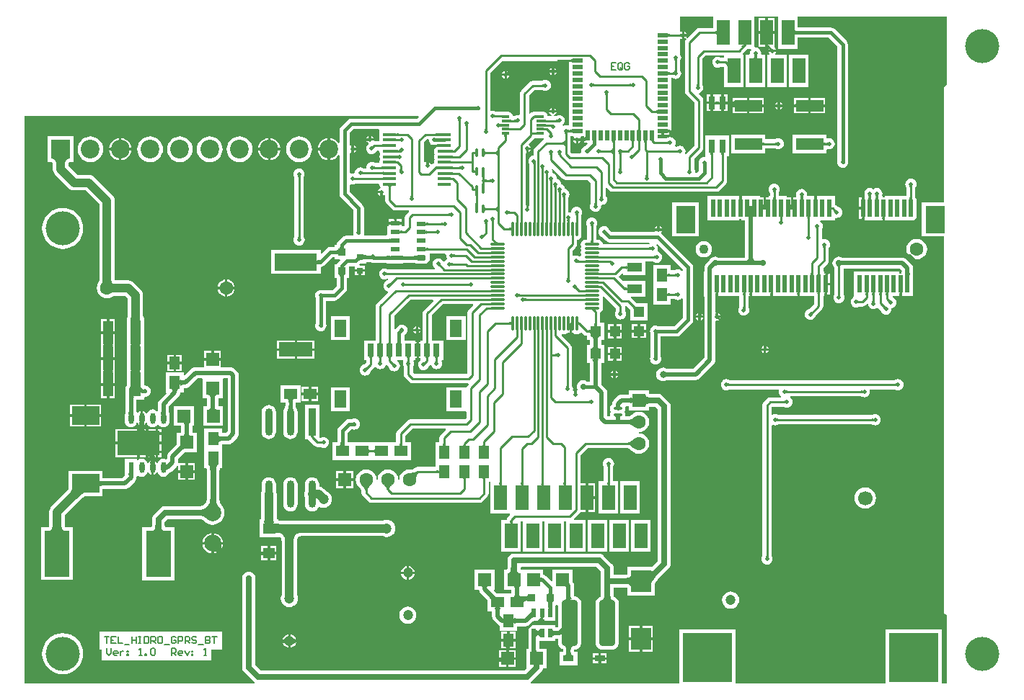
<source format=gtl>
G04 Layer_Physical_Order=1*
G04 Layer_Color=255*
%FSLAX44Y44*%
%MOMM*%
G71*
G01*
G75*
%ADD10R,1.4500X2.0000*%
%ADD11R,0.8000X1.5000*%
%ADD12R,1.5000X3.0000*%
%ADD13R,0.8000X1.6000*%
%ADD14R,3.2000X1.4000*%
G04:AMPARAMS|DCode=15|XSize=0.305mm|YSize=0.889mm|CornerRadius=0.0763mm|HoleSize=0mm|Usage=FLASHONLY|Rotation=90.000|XOffset=0mm|YOffset=0mm|HoleType=Round|Shape=RoundedRectangle|*
%AMROUNDEDRECTD15*
21,1,0.3050,0.7365,0,0,90.0*
21,1,0.1525,0.8890,0,0,90.0*
1,1,0.1525,0.3683,0.0763*
1,1,0.1525,0.3683,-0.0763*
1,1,0.1525,-0.3683,-0.0763*
1,1,0.1525,-0.3683,0.0763*
%
%ADD15ROUNDEDRECTD15*%
%ADD16R,1.8000X1.0000*%
%ADD17R,5.0000X2.0000*%
%ADD18R,4.0000X1.7000*%
%ADD19R,0.7620X0.7620*%
G04:AMPARAMS|DCode=20|XSize=1.1mm|YSize=0.6mm|CornerRadius=0mm|HoleSize=0mm|Usage=FLASHONLY|Rotation=180.000|XOffset=0mm|YOffset=0mm|HoleType=Round|Shape=Octagon|*
%AMOCTAGOND20*
4,1,8,-0.5500,0.1500,-0.5500,-0.1500,-0.4000,-0.3000,0.4000,-0.3000,0.5500,-0.1500,0.5500,0.1500,0.4000,0.3000,-0.4000,0.3000,-0.5500,0.1500,0.0*
%
%ADD20OCTAGOND20*%

%ADD21R,1.1000X0.6000*%
%ADD22R,0.8500X3.2000*%
%ADD23O,0.8500X3.2000*%
%ADD24O,1.8000X0.2700*%
%ADD25O,0.2700X1.8000*%
%ADD26R,1.2000X1.2700*%
%ADD27R,1.4000X1.3000*%
G04:AMPARAMS|DCode=28|XSize=1.925mm|YSize=5.5mm|CornerRadius=0.4813mm|HoleSize=0mm|Usage=FLASHONLY|Rotation=0.000|XOffset=0mm|YOffset=0mm|HoleType=Round|Shape=RoundedRectangle|*
%AMROUNDEDRECTD28*
21,1,1.9250,4.5375,0,0,0.0*
21,1,0.9625,5.5000,0,0,0.0*
1,1,0.9625,0.4813,-2.2687*
1,1,0.9625,-0.4813,-2.2687*
1,1,0.9625,-0.4813,2.2687*
1,1,0.9625,0.4813,2.2687*
%
%ADD28ROUNDEDRECTD28*%
%ADD29R,0.8300X0.8300*%
%ADD30R,1.2500X0.8000*%
%ADD31R,1.5240X1.5240*%
%ADD32R,2.3900X2.6000*%
%ADD33R,0.6000X1.3000*%
%ADD34O,0.6000X1.3000*%
%ADD35R,5.0000X2.9000*%
%ADD36R,3.0000X5.4000*%
%ADD37R,3.2000X2.2000*%
%ADD38R,1.5240X1.5240*%
%ADD39R,1.2000X2.8000*%
%ADD40R,0.5000X1.1000*%
%ADD41R,2.3000X3.2000*%
%ADD42R,0.5500X2.1000*%
G04:AMPARAMS|DCode=43|XSize=0.55mm|YSize=2.1mm|CornerRadius=0mm|HoleSize=0mm|Usage=FLASHONLY|Rotation=0.000|XOffset=0mm|YOffset=0mm|HoleType=Round|Shape=Octagon|*
%AMOCTAGOND43*
4,1,8,-0.1375,1.0500,0.1375,1.0500,0.2750,0.9125,0.2750,-0.9125,0.1375,-1.0500,-0.1375,-1.0500,-0.2750,-0.9125,-0.2750,0.9125,-0.1375,1.0500,0.0*
%
%ADD43OCTAGOND43*%

%ADD44R,1.2700X1.5240*%
%ADD45R,1.5240X1.2700*%
%ADD46R,1.2700X1.2000*%
%ADD47R,0.8300X0.8300*%
%ADD48O,1.0000X0.4000*%
%ADD49O,0.4000X1.0000*%
%ADD50O,1.6000X0.3800*%
%ADD51R,1.6000X0.3800*%
%ADD52R,0.5000X1.2000*%
%ADD53R,1.2000X0.5000*%
%ADD54C,0.2700*%
%ADD55C,0.5000*%
%ADD56C,0.4000*%
%ADD57C,0.7000*%
%ADD58C,1.0000*%
%ADD59C,0.2000*%
%ADD60C,4.0000*%
%ADD61C,1.2000*%
%ADD62C,1.7000*%
%ADD63C,1.6000*%
%ADD64C,0.6000*%
%ADD65C,2.0000*%
%ADD66R,1.6000X1.6000*%
%ADD67C,1.1000*%
%ADD68R,5.8000X5.8000*%
%ADD69C,2.2000*%
%ADD70R,2.2000X2.2000*%
%ADD71R,1.6000X1.6000*%
%ADD72C,0.5000*%
%ADD73C,0.7000*%
%ADD74C,0.8000*%
G36*
X373736Y508140D02*
X373696Y508520D01*
X373575Y508860D01*
X373373Y509160D01*
X373091Y509420D01*
X372728Y509640D01*
X372285Y509820D01*
X371761Y509960D01*
X371157Y510060D01*
X370471Y510120D01*
X369706Y510140D01*
Y514140D01*
X370471Y514160D01*
X371157Y514220D01*
X371761Y514320D01*
X372285Y514460D01*
X372728Y514640D01*
X373091Y514860D01*
X373373Y515120D01*
X373575Y515420D01*
X373696Y515760D01*
X373736Y516140D01*
Y508140D01*
D02*
G37*
G36*
X508604Y509674D02*
X508714Y509606D01*
X508844Y509546D01*
X508995Y509494D01*
X509166Y509450D01*
X509358Y509414D01*
X509571Y509386D01*
X510059Y509354D01*
X510334Y509350D01*
Y506650D01*
X510059Y506646D01*
X509358Y506586D01*
X509166Y506550D01*
X508995Y506506D01*
X508844Y506454D01*
X508714Y506394D01*
X508604Y506326D01*
X508515Y506250D01*
Y509750D01*
X508604Y509674D01*
D02*
G37*
G36*
X740451Y514589D02*
X740364Y514671D01*
X740255Y514744D01*
X740126Y514809D01*
X739977Y514865D01*
X739806Y514912D01*
X739615Y514951D01*
X739402Y514981D01*
X738916Y515016D01*
X738641Y515020D01*
X738789Y517720D01*
X739065Y517724D01*
X739767Y517778D01*
X739960Y517811D01*
X740132Y517851D01*
X740283Y517899D01*
X740414Y517954D01*
X740523Y518016D01*
X740612Y518085D01*
X740451Y514589D01*
D02*
G37*
G36*
X476636Y517904D02*
X476718Y517674D01*
X476855Y517472D01*
X477046Y517296D01*
X477292Y517147D01*
X477592Y517026D01*
X477947Y516931D01*
X478357Y516864D01*
X478821Y516824D01*
X479339Y516810D01*
Y514110D01*
X478821Y514096D01*
X478357Y514056D01*
X477947Y513988D01*
X477592Y513894D01*
X477292Y513773D01*
X477046Y513624D01*
X476855Y513448D01*
X476718Y513246D01*
X476636Y513017D01*
X476609Y512760D01*
Y518160D01*
X476636Y517904D01*
D02*
G37*
G36*
X745428Y504552D02*
X745344Y504641D01*
X745239Y504720D01*
X745113Y504791D01*
X744965Y504851D01*
X744797Y504903D01*
X744607Y504945D01*
X744397Y504978D01*
X744165Y505001D01*
X743638Y505020D01*
X743995Y507720D01*
X744272Y507723D01*
X744976Y507770D01*
X745168Y507798D01*
X745340Y507832D01*
X745490Y507872D01*
X745619Y507919D01*
X745726Y507972D01*
X745813Y508031D01*
X745428Y504552D01*
D02*
G37*
G36*
X445680Y508245D02*
X445799Y508080D01*
X445999Y507935D01*
X446279Y507809D01*
X446640Y507702D01*
X447080Y507615D01*
X447599Y507547D01*
X448880Y507470D01*
X449640Y507460D01*
Y503460D01*
X448880Y503450D01*
X447080Y503305D01*
X446640Y503218D01*
X446279Y503111D01*
X445999Y502985D01*
X445799Y502840D01*
X445680Y502675D01*
X445639Y502491D01*
Y508429D01*
X445680Y508245D01*
D02*
G37*
G36*
X434701Y502491D02*
X434660Y502675D01*
X434540Y502840D01*
X434341Y502985D01*
X434061Y503111D01*
X433700Y503218D01*
X433260Y503305D01*
X432741Y503373D01*
X431460Y503450D01*
X430700Y503460D01*
Y507460D01*
X431460Y507470D01*
X433260Y507615D01*
X433700Y507702D01*
X434061Y507809D01*
X434341Y507935D01*
X434540Y508080D01*
X434660Y508245D01*
X434701Y508429D01*
Y502491D01*
D02*
G37*
G36*
X402599Y509916D02*
X402719Y509614D01*
X402920Y509347D01*
X403200Y509116D01*
X403559Y508920D01*
X403999Y508760D01*
X404520Y508635D01*
X405120Y508546D01*
X405799Y508493D01*
X406559Y508475D01*
Y504475D01*
X405799Y504457D01*
X405120Y504404D01*
X404520Y504315D01*
X403999Y504190D01*
X403559Y504030D01*
X403200Y503834D01*
X402920Y503603D01*
X402719Y503336D01*
X402599Y503034D01*
X402560Y502696D01*
Y510255D01*
X402599Y509916D01*
D02*
G37*
G36*
X467185Y502491D02*
X466961Y502675D01*
X466676Y502840D01*
X466331Y502985D01*
X465925Y503111D01*
X465458Y503218D01*
X464931Y503305D01*
X463694Y503421D01*
X462985Y503450D01*
X462216Y503460D01*
Y507460D01*
X462985Y507470D01*
X464931Y507615D01*
X465458Y507702D01*
X465925Y507809D01*
X466331Y507935D01*
X466676Y508080D01*
X466961Y508245D01*
X467185Y508429D01*
Y502491D01*
D02*
G37*
G36*
X379845Y519494D02*
X379905Y518809D01*
X380005Y518204D01*
X380145Y517680D01*
X380325Y517237D01*
X380545Y516874D01*
X380805Y516592D01*
X381105Y516390D01*
X381445Y516269D01*
X381825Y516229D01*
X373825D01*
X374205Y516269D01*
X374545Y516390D01*
X374845Y516592D01*
X375105Y516874D01*
X375325Y517237D01*
X375505Y517680D01*
X375645Y518204D01*
X375745Y518809D01*
X375805Y519494D01*
X375825Y520260D01*
X379825D01*
X379845Y519494D01*
D02*
G37*
G36*
X446156Y538383D02*
X446238Y538154D01*
X446375Y537952D01*
X446566Y537776D01*
X446812Y537627D01*
X447112Y537506D01*
X447467Y537411D01*
X447877Y537344D01*
X448341Y537304D01*
X448859Y537290D01*
Y534590D01*
X448341Y534576D01*
X447877Y534536D01*
X447467Y534468D01*
X447112Y534374D01*
X446812Y534253D01*
X446566Y534104D01*
X446375Y533928D01*
X446238Y533726D01*
X446156Y533497D01*
X446129Y533240D01*
Y538640D01*
X446156Y538383D01*
D02*
G37*
G36*
X476636Y537904D02*
X476718Y537674D01*
X476855Y537472D01*
X477046Y537296D01*
X477292Y537147D01*
X477592Y537026D01*
X477947Y536931D01*
X478357Y536864D01*
X478821Y536824D01*
X479339Y536810D01*
Y534110D01*
X478821Y534096D01*
X478357Y534056D01*
X477947Y533988D01*
X477592Y533894D01*
X477292Y533773D01*
X477046Y533624D01*
X476855Y533448D01*
X476718Y533246D01*
X476636Y533017D01*
X476609Y532760D01*
Y538160D01*
X476636Y537904D01*
D02*
G37*
G36*
X577135Y536670D02*
X577108Y536926D01*
X577026Y537156D01*
X576889Y537359D01*
X576698Y537534D01*
X576452Y537682D01*
X576152Y537804D01*
X575797Y537898D01*
X575388Y537966D01*
X574923Y538007D01*
X574405Y538020D01*
Y540720D01*
X574923Y540733D01*
X575388Y540774D01*
X575797Y540841D01*
X576152Y540936D01*
X576452Y541058D01*
X576698Y541206D01*
X576889Y541381D01*
X577026Y541584D01*
X577108Y541814D01*
X577135Y542070D01*
Y536670D01*
D02*
G37*
G36*
X488915Y533710D02*
X488826Y533786D01*
X488716Y533854D01*
X488586Y533914D01*
X488435Y533966D01*
X488264Y534010D01*
X488072Y534046D01*
X487859Y534074D01*
X487371Y534106D01*
X487096Y534110D01*
Y536810D01*
X487371Y536814D01*
X488072Y536874D01*
X488264Y536910D01*
X488435Y536954D01*
X488586Y537006D01*
X488716Y537066D01*
X488826Y537134D01*
X488915Y537210D01*
Y533710D01*
D02*
G37*
G36*
X545793Y531184D02*
X545602Y530987D01*
X545148Y530449D01*
X545038Y530287D01*
X544948Y530135D01*
X544878Y529991D01*
X544828Y529857D01*
X544799Y529731D01*
X544790Y529615D01*
X542315Y532090D01*
X542431Y532099D01*
X542557Y532128D01*
X542691Y532178D01*
X542835Y532248D01*
X542987Y532338D01*
X543149Y532448D01*
X543319Y532579D01*
X543687Y532901D01*
X543884Y533093D01*
X545793Y531184D01*
D02*
G37*
G36*
X434701Y522491D02*
X434660Y522675D01*
X434540Y522840D01*
X434341Y522985D01*
X434061Y523111D01*
X433700Y523218D01*
X433260Y523305D01*
X432741Y523373D01*
X431460Y523450D01*
X430700Y523460D01*
Y527460D01*
X431460Y527470D01*
X433260Y527615D01*
X433700Y527702D01*
X434061Y527809D01*
X434341Y527935D01*
X434540Y528080D01*
X434660Y528245D01*
X434701Y528429D01*
Y522491D01*
D02*
G37*
G36*
X624764Y68725D02*
X624915Y68300D01*
X625167Y67925D01*
X625519Y67600D01*
X625972Y67325D01*
X626525Y67100D01*
X627179Y66925D01*
X627934Y66800D01*
X628789Y66725D01*
X629744Y66700D01*
Y61700D01*
X628789Y61675D01*
X627934Y61600D01*
X627179Y61475D01*
X626525Y61300D01*
X625972Y61075D01*
X625519Y60800D01*
X625167Y60475D01*
X624915Y60100D01*
X624764Y59675D01*
X624714Y59200D01*
Y69200D01*
X624764Y68725D01*
D02*
G37*
G36*
X672559Y524897D02*
X672599Y524432D01*
X672666Y524023D01*
X672761Y523668D01*
X672883Y523368D01*
X673031Y523122D01*
X673206Y522931D01*
X673409Y522794D01*
X673639Y522712D01*
X673895Y522685D01*
X668495D01*
X668752Y522712D01*
X668981Y522794D01*
X669184Y522931D01*
X669359Y523122D01*
X669508Y523368D01*
X669629Y523668D01*
X669724Y524023D01*
X669791Y524432D01*
X669831Y524897D01*
X669845Y525415D01*
X672545D01*
X672559Y524897D01*
D02*
G37*
G36*
X559492Y524256D02*
X559878Y523926D01*
X560263Y523635D01*
X560647Y523383D01*
X561029Y523170D01*
X561410Y522995D01*
X561790Y522859D01*
X562169Y522762D01*
X562547Y522704D01*
X562923Y522685D01*
X555286D01*
X555635Y522704D01*
X555907Y522762D01*
X556101Y522859D01*
X556217Y522995D01*
X556256Y523170D01*
X556217Y523383D01*
X556101Y523635D01*
X555907Y523926D01*
X555635Y524256D01*
X555286Y524625D01*
X559105D01*
X559492Y524256D01*
D02*
G37*
G36*
X770375Y483390D02*
X770286Y483466D01*
X770176Y483534D01*
X770046Y483594D01*
X769895Y483646D01*
X769724Y483690D01*
X769532Y483726D01*
X769319Y483754D01*
X768831Y483786D01*
X768556Y483790D01*
Y486490D01*
X768831Y486494D01*
X769532Y486554D01*
X769724Y486590D01*
X769895Y486634D01*
X770046Y486686D01*
X770176Y486746D01*
X770286Y486814D01*
X770375Y486890D01*
Y483390D01*
D02*
G37*
G36*
X760091Y487584D02*
X760173Y487354D01*
X760307Y487151D01*
X760497Y486976D01*
X760740Y486828D01*
X761037Y486706D01*
X761387Y486612D01*
X761793Y486544D01*
X762252Y486503D01*
X762765Y486490D01*
Y483790D01*
X762252Y483777D01*
X761793Y483736D01*
X761387Y483669D01*
X761037Y483574D01*
X760740Y483452D01*
X760497Y483304D01*
X760307Y483129D01*
X760173Y482926D01*
X760091Y482696D01*
X760064Y482440D01*
Y487840D01*
X760091Y487584D01*
D02*
G37*
G36*
X604877Y82761D02*
X604625Y83175D01*
X604272Y83418D01*
X603818Y83490D01*
X603262Y83390D01*
X602606Y83119D01*
X601848Y82677D01*
X600989Y82063D01*
X600029Y81278D01*
X597805Y79195D01*
X597270Y85730D01*
X598129Y86624D01*
X599511Y88287D01*
X600035Y89056D01*
X600447Y89784D01*
X600748Y90471D01*
X600938Y91115D01*
X601015Y91719D01*
X600981Y92281D01*
X600836Y92802D01*
X604877Y82761D01*
D02*
G37*
G36*
X429864Y488084D02*
X429974Y488016D01*
X430104Y487956D01*
X430255Y487904D01*
X430426Y487860D01*
X430618Y487824D01*
X430831Y487796D01*
X431319Y487764D01*
X431594Y487760D01*
Y485060D01*
X431319Y485056D01*
X430618Y484996D01*
X430426Y484960D01*
X430255Y484916D01*
X430104Y484864D01*
X429974Y484804D01*
X429864Y484736D01*
X429775Y484660D01*
Y488160D01*
X429864Y488084D01*
D02*
G37*
G36*
X381445Y485761D02*
X381105Y485640D01*
X380805Y485438D01*
X380545Y485156D01*
X380325Y484793D01*
X380145Y484350D01*
X380005Y483826D01*
X379905Y483222D01*
X379845Y482536D01*
X379825Y481771D01*
X375825D01*
X375805Y482536D01*
X375745Y483222D01*
X375645Y483826D01*
X375505Y484350D01*
X375325Y484793D01*
X375105Y485156D01*
X374845Y485438D01*
X374545Y485640D01*
X374205Y485761D01*
X373825Y485801D01*
X381825D01*
X381445Y485761D01*
D02*
G37*
G36*
X436573Y474034D02*
X436381Y473837D01*
X435928Y473299D01*
X435818Y473137D01*
X435728Y472985D01*
X435658Y472841D01*
X435608Y472707D01*
X435579Y472581D01*
X435570Y472465D01*
X433095Y474940D01*
X433212Y474949D01*
X433337Y474978D01*
X433471Y475028D01*
X433615Y475098D01*
X433767Y475188D01*
X433929Y475298D01*
X434099Y475429D01*
X434467Y475751D01*
X434664Y475943D01*
X436573Y474034D01*
D02*
G37*
G36*
X527170Y471960D02*
X527081Y472036D01*
X526971Y472104D01*
X526841Y472164D01*
X526690Y472216D01*
X526519Y472260D01*
X526327Y472296D01*
X526114Y472324D01*
X525626Y472356D01*
X525351Y472360D01*
Y475060D01*
X525626Y475064D01*
X526327Y475124D01*
X526519Y475160D01*
X526690Y475204D01*
X526841Y475256D01*
X526971Y475316D01*
X527081Y475384D01*
X527170Y475460D01*
Y471960D01*
D02*
G37*
G36*
X644609Y481484D02*
X644669Y480783D01*
X644705Y480591D01*
X644749Y480420D01*
X644801Y480269D01*
X644861Y480139D01*
X644929Y480029D01*
X645005Y479940D01*
X641505D01*
X641581Y480029D01*
X641649Y480139D01*
X641709Y480269D01*
X641761Y480420D01*
X641805Y480591D01*
X641841Y480783D01*
X641869Y480996D01*
X641901Y481484D01*
X641905Y481759D01*
X644605D01*
X644609Y481484D01*
D02*
G37*
G36*
X565230Y93961D02*
X564805Y93811D01*
X564430Y93560D01*
X564105Y93210D01*
X563830Y92760D01*
X563605Y92211D01*
X563430Y91560D01*
X563305Y90810D01*
X563230Y89960D01*
X563205Y89010D01*
X558205D01*
X558180Y89960D01*
X558105Y90810D01*
X557980Y91560D01*
X557805Y92211D01*
X557580Y92760D01*
X557305Y93210D01*
X556980Y93560D01*
X556605Y93811D01*
X556180Y93961D01*
X555705Y94010D01*
X565705D01*
X565230Y93961D01*
D02*
G37*
G36*
X630780Y97260D02*
X631684Y96376D01*
Y72061D01*
X630539Y70756D01*
X629943D01*
X629851Y70777D01*
X629021Y70799D01*
X628775Y70820D01*
Y73700D01*
X599843D01*
X599317Y74970D01*
X600519Y76172D01*
X600594Y76219D01*
X602717Y78208D01*
X603319Y78700D01*
X604753D01*
X604835Y78683D01*
X604927Y78700D01*
X609775D01*
Y80700D01*
X611275D01*
Y88200D01*
X614275D01*
Y80700D01*
X615775D01*
Y78700D01*
X628775D01*
Y93350D01*
X628821Y93552D01*
X628811Y93611D01*
X628823Y93670D01*
X628775Y93910D01*
Y96362D01*
X629673Y97260D01*
X630780D01*
D02*
G37*
G36*
X348826Y503816D02*
X348937Y503531D01*
X349123Y503278D01*
X349383Y503060D01*
X349717Y502875D01*
X350125Y502724D01*
X350607Y502606D01*
X351164Y502522D01*
X351795Y502472D01*
X352500Y502455D01*
Y498455D01*
X351795Y498438D01*
X351164Y498388D01*
X350607Y498304D01*
X350125Y498186D01*
X349717Y498035D01*
X349383Y497850D01*
X349123Y497632D01*
X348937Y497379D01*
X348826Y497094D01*
X348789Y496774D01*
Y504136D01*
X348826Y503816D01*
D02*
G37*
G36*
X635780Y61836D02*
X635773Y62062D01*
X635755Y62251D01*
X635723Y62403D01*
X635679Y62518D01*
X635623Y62597D01*
X635554Y62638D01*
X635472Y62642D01*
X635378Y62609D01*
X635272Y62539D01*
X635153Y62432D01*
X632214Y66564D01*
X632891Y67253D01*
X634888Y69529D01*
X635209Y69978D01*
X635459Y70379D01*
X635637Y70732D01*
X635744Y71036D01*
X635780Y71293D01*
Y61836D01*
D02*
G37*
G36*
X654834Y503100D02*
X654939Y503020D01*
X655065Y502950D01*
X655212Y502889D01*
X655381Y502837D01*
X655570Y502795D01*
X655781Y502762D01*
X656012Y502739D01*
X656539Y502720D01*
X656176Y500020D01*
X655899Y500017D01*
X655195Y499971D01*
X655002Y499943D01*
X654831Y499909D01*
X654681Y499869D01*
X654552Y499822D01*
X654445Y499770D01*
X654358Y499711D01*
X654750Y503189D01*
X654834Y503100D01*
D02*
G37*
G36*
X693928Y501786D02*
X694466Y501333D01*
X694628Y501223D01*
X694780Y501133D01*
X694924Y501063D01*
X695058Y501013D01*
X695183Y500984D01*
X695300Y500975D01*
X692825Y498500D01*
X692816Y498616D01*
X692787Y498742D01*
X692737Y498876D01*
X692667Y499020D01*
X692577Y499172D01*
X692467Y499334D01*
X692336Y499504D01*
X692013Y499872D01*
X691822Y500069D01*
X693731Y501978D01*
X693928Y501786D01*
D02*
G37*
G36*
X506064Y499514D02*
X506174Y499446D01*
X506304Y499386D01*
X506455Y499334D01*
X506626Y499290D01*
X506818Y499254D01*
X507031Y499226D01*
X507519Y499194D01*
X507794Y499190D01*
Y496490D01*
X507519Y496486D01*
X506818Y496426D01*
X506626Y496390D01*
X506455Y496346D01*
X506304Y496294D01*
X506174Y496234D01*
X506064Y496166D01*
X505975Y496090D01*
Y499590D01*
X506064Y499514D01*
D02*
G37*
G36*
X712391Y491330D02*
X712364Y491586D01*
X712282Y491816D01*
X712148Y492019D01*
X711958Y492194D01*
X711715Y492342D01*
X711419Y492464D01*
X711068Y492559D01*
X710663Y492626D01*
X710203Y492667D01*
X709690Y492680D01*
Y495380D01*
X710203Y495393D01*
X710663Y495434D01*
X711068Y495502D01*
X711419Y495596D01*
X711715Y495718D01*
X711958Y495866D01*
X712148Y496041D01*
X712282Y496244D01*
X712364Y496474D01*
X712391Y496730D01*
Y491330D01*
D02*
G37*
G36*
X579775Y83265D02*
X579925Y82840D01*
X580174Y82465D01*
X580524Y82140D01*
X580975Y81865D01*
X581525Y81640D01*
X582174Y81465D01*
X582924Y81340D01*
X583774Y81265D01*
X584725Y81240D01*
Y76240D01*
X583774Y76215D01*
X582924Y76140D01*
X582174Y76015D01*
X581525Y75840D01*
X580975Y75615D01*
X580524Y75340D01*
X580174Y75015D01*
X579925Y74640D01*
X579775Y74215D01*
X579725Y73740D01*
Y83740D01*
X579775Y83265D01*
D02*
G37*
G36*
X493519Y498178D02*
X493548Y498053D01*
X493598Y497919D01*
X493668Y497775D01*
X493758Y497623D01*
X493868Y497461D01*
X493999Y497291D01*
X494322Y496923D01*
X494513Y496726D01*
X492604Y494817D01*
X492407Y495009D01*
X491869Y495462D01*
X491707Y495572D01*
X491555Y495662D01*
X491411Y495732D01*
X491277Y495782D01*
X491152Y495811D01*
X491035Y495820D01*
X493510Y498295D01*
X493519Y498178D01*
D02*
G37*
G36*
X610336Y66711D02*
X610745Y66700D01*
Y61700D01*
X610336Y61689D01*
Y59200D01*
X610286Y59675D01*
X610135Y60100D01*
X609883Y60475D01*
X609531Y60800D01*
X609078Y61075D01*
X608525Y61300D01*
X608025Y61434D01*
X607525Y61300D01*
X606972Y61075D01*
X606519Y60800D01*
X606167Y60475D01*
X605915Y60100D01*
X605764Y59675D01*
X605714Y59200D01*
Y61689D01*
X605305Y61700D01*
Y66700D01*
X605714Y66711D01*
Y69200D01*
X605764Y68725D01*
X605915Y68300D01*
X606167Y67925D01*
X606519Y67600D01*
X606972Y67325D01*
X607525Y67100D01*
X608025Y66966D01*
X608525Y67100D01*
X609078Y67325D01*
X609531Y67600D01*
X609883Y67925D01*
X610135Y68300D01*
X610286Y68725D01*
X610336Y69200D01*
Y66711D01*
D02*
G37*
G36*
X672869Y544226D02*
X672801Y544116D01*
X672741Y543986D01*
X672689Y543835D01*
X672645Y543664D01*
X672609Y543472D01*
X672581Y543259D01*
X672549Y542771D01*
X672545Y542496D01*
X669845D01*
X669841Y542771D01*
X669781Y543472D01*
X669745Y543664D01*
X669701Y543835D01*
X669649Y543986D01*
X669589Y544116D01*
X669521Y544226D01*
X669445Y544315D01*
X672945D01*
X672869Y544226D01*
D02*
G37*
G36*
X421974Y591780D02*
X422432Y589478D01*
X423114Y588458D01*
X422529Y587047D01*
X422424Y587026D01*
X420936Y586031D01*
X419941Y584543D01*
X419890Y584287D01*
X424180D01*
Y582787D01*
X425680D01*
Y581002D01*
X425930D01*
X425854Y580913D01*
X425786Y580803D01*
X425726Y580673D01*
X425680Y580540D01*
Y578497D01*
X425936Y578548D01*
X427365Y579503D01*
X427701Y579434D01*
X428635Y579069D01*
Y573020D01*
X429050Y570933D01*
X430233Y569163D01*
X436833Y562563D01*
X436833Y562563D01*
X438603Y561380D01*
X440690Y560965D01*
X456205D01*
X456731Y559695D01*
X453343Y556307D01*
X452160Y554537D01*
X451745Y552450D01*
Y543548D01*
X451388Y543266D01*
X450190Y542940D01*
Y542940D01*
X450190Y542940D01*
X448190D01*
Y544600D01*
X433190D01*
Y542940D01*
X431190D01*
Y532460D01*
X430670D01*
Y531577D01*
X404408D01*
X403702Y532634D01*
X403843Y532973D01*
X404066Y534670D01*
X403843Y536367D01*
X403628Y536886D01*
Y563880D01*
X403162Y566221D01*
X401836Y568206D01*
X387118Y582924D01*
Y591171D01*
X388388Y592020D01*
X388828Y591837D01*
X390525Y591614D01*
X392222Y591837D01*
X393803Y592492D01*
X394094Y592715D01*
X421207D01*
X421974Y591780D01*
D02*
G37*
G36*
X545319Y603121D02*
X545233Y602914D01*
X545158Y602668D01*
X545092Y602385D01*
X545036Y602064D01*
X544955Y601309D01*
X544915Y600403D01*
X544913Y600248D01*
X544937Y599802D01*
X545018Y599343D01*
X545153Y598938D01*
X545342Y598587D01*
X545585Y598290D01*
X545882Y598047D01*
X546233Y597858D01*
X546638Y597723D01*
X547097Y597642D01*
X547610Y597615D01*
Y594915D01*
X547097Y594888D01*
X546638Y594807D01*
X546233Y594672D01*
X545882Y594483D01*
X545585Y594240D01*
X545342Y593943D01*
X545153Y593592D01*
X545018Y593187D01*
X544937Y592728D01*
X544913Y592282D01*
X544915Y592127D01*
X545036Y590466D01*
X545092Y590145D01*
X545158Y589862D01*
X545233Y589616D01*
X545319Y589408D01*
X545415Y589239D01*
X541705D01*
X541801Y589408D01*
X541887Y589616D01*
X541962Y589862D01*
X542028Y590145D01*
X542084Y590466D01*
X542164Y591221D01*
X542205Y592127D01*
X542210Y592637D01*
X544629D01*
X542210Y596265D01*
X544629Y599893D01*
X542210D01*
X542205Y600403D01*
X542084Y602064D01*
X542028Y602385D01*
X541962Y602668D01*
X541887Y602914D01*
X541801Y603121D01*
X541705Y603292D01*
X545415D01*
X545319Y603121D01*
D02*
G37*
G36*
X625232Y596938D02*
X625150Y596850D01*
X625077Y596742D01*
X625012Y596613D01*
X624956Y596464D01*
X624908Y596293D01*
X624869Y596102D01*
X624839Y595890D01*
X624804Y595403D01*
X624800Y595129D01*
X622100Y595283D01*
X622096Y595559D01*
X622042Y596261D01*
X622009Y596454D01*
X621969Y596626D01*
X621922Y596777D01*
X621867Y596907D01*
X621805Y597017D01*
X621736Y597106D01*
X625232Y596938D01*
D02*
G37*
G36*
X553205Y594515D02*
X553116Y594591D01*
X553006Y594659D01*
X552876Y594719D01*
X552725Y594771D01*
X552554Y594815D01*
X552362Y594851D01*
X552149Y594879D01*
X551661Y594911D01*
X551386Y594915D01*
Y597615D01*
X551661Y597619D01*
X552362Y597679D01*
X552554Y597715D01*
X552725Y597759D01*
X552876Y597811D01*
X553006Y597871D01*
X553116Y597939D01*
X553205Y598015D01*
Y594515D01*
D02*
G37*
G36*
X630252Y589900D02*
X630166Y589814D01*
X630089Y589708D01*
X630021Y589580D01*
X629963Y589431D01*
X629913Y589262D01*
X629872Y589072D01*
X629841Y588860D01*
X629804Y588374D01*
X629800Y588100D01*
X627100Y588358D01*
X627097Y588635D01*
X627046Y589338D01*
X627016Y589531D01*
X626979Y589703D01*
X626935Y589853D01*
X626884Y589983D01*
X626827Y590092D01*
X626763Y590180D01*
X630252Y589900D01*
D02*
G37*
G36*
X635106Y584004D02*
X635042Y583894D01*
X634985Y583764D01*
X634936Y583613D01*
X634894Y583441D01*
X634860Y583248D01*
X634815Y582801D01*
X634804Y582546D01*
X634800Y582271D01*
X632100Y582175D01*
X632096Y582449D01*
X632062Y582936D01*
X632033Y583149D01*
X631995Y583340D01*
X631949Y583511D01*
X631894Y583662D01*
X631831Y583791D01*
X631759Y583900D01*
X631679Y583988D01*
X635178Y584093D01*
X635106Y584004D01*
D02*
G37*
G36*
X537699Y581531D02*
X537613Y581324D01*
X537538Y581078D01*
X537472Y580795D01*
X537416Y580474D01*
X537336Y579719D01*
X537295Y578813D01*
X537290Y578303D01*
X534590D01*
X534585Y578813D01*
X534464Y580474D01*
X534408Y580795D01*
X534342Y581078D01*
X534267Y581324D01*
X534181Y581531D01*
X534085Y581702D01*
X537795D01*
X537699Y581531D01*
D02*
G37*
G36*
X436534Y589877D02*
X436304Y589795D01*
X436101Y589659D01*
X435926Y589468D01*
X435778Y589222D01*
X435656Y588921D01*
X435561Y588566D01*
X435494Y588157D01*
X435453Y587693D01*
X435440Y587174D01*
X432740D01*
X432727Y587693D01*
X432686Y588157D01*
X432618Y588566D01*
X432524Y588921D01*
X432402Y589222D01*
X432254Y589468D01*
X432079Y589659D01*
X431876Y589795D01*
X431646Y589877D01*
X431390Y589904D01*
X436790D01*
X436534Y589877D01*
D02*
G37*
G36*
X533962Y582770D02*
X533935Y583027D01*
X533853Y583256D01*
X533717Y583459D01*
X533526Y583634D01*
X533280Y583783D01*
X532979Y583904D01*
X532624Y583998D01*
X532215Y584066D01*
X531751Y584106D01*
X531232Y584120D01*
Y586820D01*
X531751Y586833D01*
X532215Y586874D01*
X532624Y586941D01*
X532979Y587036D01*
X533280Y587158D01*
X533526Y587306D01*
X533717Y587481D01*
X533853Y587684D01*
X533935Y587914D01*
X533962Y588170D01*
Y582770D01*
D02*
G37*
G36*
X392399Y599844D02*
X392509Y599776D01*
X392639Y599716D01*
X392790Y599664D01*
X392961Y599620D01*
X393153Y599584D01*
X393366Y599556D01*
X393854Y599524D01*
X394129Y599520D01*
Y596820D01*
X393854Y596816D01*
X393153Y596756D01*
X392961Y596720D01*
X392790Y596676D01*
X392639Y596624D01*
X392509Y596564D01*
X392399Y596496D01*
X392310Y596420D01*
Y599920D01*
X392399Y599844D01*
D02*
G37*
G36*
X505064Y606463D02*
X505250Y606392D01*
X505478Y606330D01*
X505747Y606277D01*
X506411Y606194D01*
X507241Y606144D01*
X508238Y606128D01*
Y603432D01*
X507719Y603428D01*
X505747Y603283D01*
X505478Y603230D01*
X505250Y603168D01*
X505064Y603097D01*
X504919Y603019D01*
Y606541D01*
X505064Y606463D01*
D02*
G37*
G36*
X427261Y603019D02*
X427013Y603168D01*
X426741Y603302D01*
X426445Y603420D01*
X426125Y603522D01*
X425780Y603609D01*
X425412Y603679D01*
X424601Y603774D01*
X424159Y603797D01*
X423693Y603805D01*
X424506Y606505D01*
X427261Y606541D01*
Y603019D01*
D02*
G37*
G36*
X533962Y604360D02*
X533935Y604617D01*
X533853Y604846D01*
X533717Y605048D01*
X533526Y605224D01*
X533280Y605373D01*
X532979Y605494D01*
X532624Y605588D01*
X532215Y605656D01*
X531751Y605696D01*
X531232Y605710D01*
Y608410D01*
X531751Y608424D01*
X532215Y608464D01*
X532624Y608531D01*
X532979Y608626D01*
X533280Y608747D01*
X533526Y608896D01*
X533717Y609072D01*
X533853Y609274D01*
X533935Y609504D01*
X533962Y609760D01*
Y604360D01*
D02*
G37*
G36*
X401289Y606829D02*
X401399Y606761D01*
X401529Y606701D01*
X401680Y606649D01*
X401851Y606605D01*
X402043Y606569D01*
X402256Y606541D01*
X402744Y606509D01*
X403019Y606505D01*
Y603805D01*
X402744Y603801D01*
X402043Y603741D01*
X401851Y603705D01*
X401680Y603661D01*
X401529Y603609D01*
X401399Y603549D01*
X401289Y603481D01*
X401200Y603405D01*
Y606905D01*
X401289Y606829D01*
D02*
G37*
G36*
X620211Y604612D02*
X620133Y604524D01*
X620063Y604414D01*
X620001Y604285D01*
X619948Y604134D01*
X619903Y603963D01*
X619866Y603771D01*
X619837Y603558D01*
X619804Y603070D01*
X619800Y602796D01*
X617100Y602847D01*
X617096Y603122D01*
X617038Y603824D01*
X617003Y604016D01*
X616960Y604188D01*
X616910Y604339D01*
X616852Y604469D01*
X616785Y604579D01*
X616712Y604668D01*
X620211Y604612D01*
D02*
G37*
G36*
X505060Y599963D02*
X505236Y599892D01*
X505447Y599830D01*
X505691Y599777D01*
X505971Y599731D01*
X506635Y599665D01*
X507437Y599632D01*
X507890Y599628D01*
Y596932D01*
X507437Y596928D01*
X505971Y596829D01*
X505691Y596783D01*
X505447Y596730D01*
X505236Y596668D01*
X505060Y596598D01*
X504919Y596519D01*
Y600041D01*
X505060Y599963D01*
D02*
G37*
G36*
X427261Y596519D02*
X427148Y596576D01*
X426990Y596627D01*
X426788Y596673D01*
X426540Y596712D01*
X425910Y596772D01*
X424627Y596817D01*
X424110Y596820D01*
X423870Y599520D01*
X424374Y599525D01*
X426023Y599650D01*
X426344Y599708D01*
X426628Y599775D01*
X426875Y599854D01*
X427086Y599942D01*
X427261Y600041D01*
Y596519D01*
D02*
G37*
G36*
X737319Y602134D02*
X737379Y601433D01*
X737415Y601241D01*
X737459Y601070D01*
X737511Y600919D01*
X737571Y600789D01*
X737639Y600679D01*
X737715Y600590D01*
X734215D01*
X734291Y600679D01*
X734359Y600789D01*
X734419Y600919D01*
X734471Y601070D01*
X734515Y601241D01*
X734551Y601433D01*
X734579Y601646D01*
X734611Y602134D01*
X734615Y602409D01*
X737315D01*
X737319Y602134D01*
D02*
G37*
G36*
X604323Y38321D02*
X604453Y38250D01*
X604620Y38182D01*
X604823Y38115D01*
X605064Y38052D01*
X605657Y37931D01*
X606824Y37767D01*
X606031Y36974D01*
X606083Y36871D01*
X606233Y36620D01*
X606409Y36361D01*
X606841Y35819D01*
X607097Y35536D01*
X607380Y35245D01*
X605470Y33335D01*
X605179Y33618D01*
X604620Y34103D01*
X604353Y34306D01*
X603844Y34632D01*
X603741Y34684D01*
X602948Y33891D01*
X602896Y34317D01*
X602600Y35891D01*
X602533Y36095D01*
X602465Y36262D01*
X602394Y36392D01*
X602320Y36485D01*
X604230Y38395D01*
X604323Y38321D01*
D02*
G37*
G36*
X655124Y556926D02*
X655056Y556816D01*
X654996Y556686D01*
X654944Y556535D01*
X654900Y556364D01*
X654864Y556172D01*
X654836Y555959D01*
X654804Y555471D01*
X654800Y555196D01*
X652100D01*
X652096Y555471D01*
X652036Y556172D01*
X652000Y556364D01*
X651956Y556535D01*
X651904Y556686D01*
X651844Y556816D01*
X651776Y556926D01*
X651700Y557015D01*
X655200D01*
X655124Y556926D01*
D02*
G37*
G36*
X504945Y554510D02*
X504856Y554586D01*
X504746Y554654D01*
X504616Y554714D01*
X504465Y554766D01*
X504294Y554810D01*
X504102Y554846D01*
X503889Y554874D01*
X503401Y554906D01*
X503126Y554910D01*
Y557610D01*
X503401Y557614D01*
X504102Y557674D01*
X504294Y557710D01*
X504465Y557754D01*
X504616Y557806D01*
X504746Y557866D01*
X504856Y557934D01*
X504945Y558010D01*
Y554510D01*
D02*
G37*
G36*
X562690Y562610D02*
X559990Y558560D01*
X559963Y559073D01*
X559882Y559532D01*
X559747Y559937D01*
X559558Y560288D01*
X559315Y560585D01*
X559018Y560828D01*
X558667Y561017D01*
X558262Y561152D01*
X557803Y561233D01*
X557290Y561260D01*
Y563960D01*
X557803Y563987D01*
X558262Y564068D01*
X558667Y564203D01*
X559018Y564392D01*
X559315Y564635D01*
X559558Y564932D01*
X559747Y565283D01*
X559882Y565688D01*
X559963Y566147D01*
X559990Y566660D01*
X562690Y562610D01*
D02*
G37*
G36*
X573374Y560474D02*
X573484Y560406D01*
X573614Y560346D01*
X573765Y560294D01*
X573936Y560250D01*
X574128Y560214D01*
X574341Y560186D01*
X574829Y560154D01*
X575104Y560150D01*
Y557450D01*
X574829Y557446D01*
X574128Y557386D01*
X573936Y557350D01*
X573765Y557306D01*
X573614Y557254D01*
X573484Y557194D01*
X573374Y557126D01*
X573285Y557050D01*
Y560550D01*
X573374Y560474D01*
D02*
G37*
G36*
X645074Y550718D02*
X645017Y550609D01*
X644966Y550479D01*
X644922Y550329D01*
X644885Y550157D01*
X644854Y549964D01*
X644814Y549516D01*
X644800Y548985D01*
X642100Y548733D01*
X642095Y549007D01*
X642059Y549493D01*
X642028Y549704D01*
X641987Y549895D01*
X641938Y550064D01*
X641879Y550213D01*
X641812Y550341D01*
X641735Y550448D01*
X641650Y550534D01*
X645139Y550807D01*
X645074Y550718D01*
D02*
G37*
G36*
X496702Y543713D02*
X496613Y543788D01*
X496503Y543856D01*
X496373Y543915D01*
X496222Y543967D01*
X496051Y544011D01*
X495858Y544047D01*
X495645Y544074D01*
X495157Y544106D01*
X494882Y544110D01*
X494869Y546810D01*
X495144Y546814D01*
X495845Y546874D01*
X496037Y546911D01*
X496209Y546955D01*
X496359Y547007D01*
X496490Y547068D01*
X496599Y547136D01*
X496688Y547213D01*
X496702Y543713D01*
D02*
G37*
G36*
X476636Y547904D02*
X476718Y547674D01*
X476855Y547472D01*
X477046Y547296D01*
X477292Y547147D01*
X477592Y547026D01*
X477947Y546931D01*
X478357Y546864D01*
X478821Y546824D01*
X479339Y546810D01*
Y544110D01*
X478821Y544096D01*
X478357Y544056D01*
X477947Y543988D01*
X477592Y543894D01*
X477292Y543773D01*
X477046Y543624D01*
X476855Y543448D01*
X476718Y543246D01*
X476636Y543017D01*
X476609Y542760D01*
Y548160D01*
X476636Y547904D01*
D02*
G37*
G36*
X556664Y549306D02*
X556596Y549196D01*
X556536Y549066D01*
X556484Y548915D01*
X556440Y548744D01*
X556404Y548552D01*
X556376Y548339D01*
X556344Y547851D01*
X556340Y547576D01*
X553640D01*
X553636Y547851D01*
X553576Y548552D01*
X553540Y548744D01*
X553496Y548915D01*
X553444Y549066D01*
X553384Y549196D01*
X553316Y549306D01*
X553240Y549395D01*
X556740D01*
X556664Y549306D01*
D02*
G37*
G36*
X548409Y546766D02*
X548341Y546656D01*
X548281Y546526D01*
X548229Y546375D01*
X548185Y546204D01*
X548149Y546012D01*
X548121Y545799D01*
X548089Y545311D01*
X548085Y545036D01*
X545385D01*
X545381Y545311D01*
X545321Y546012D01*
X545285Y546204D01*
X545241Y546375D01*
X545189Y546526D01*
X545129Y546656D01*
X545061Y546766D01*
X544985Y546855D01*
X548485D01*
X548409Y546766D01*
D02*
G37*
G36*
X545565Y565053D02*
X545647Y564824D01*
X545783Y564622D01*
X545975Y564446D01*
X546220Y564297D01*
X546521Y564176D01*
X546876Y564081D01*
X547285Y564014D01*
X547749Y563974D01*
X548268Y563960D01*
Y561260D01*
X547749Y561246D01*
X547285Y561206D01*
X546876Y561138D01*
X546521Y561044D01*
X546220Y560923D01*
X545975Y560774D01*
X545783Y560598D01*
X545647Y560396D01*
X545565Y560167D01*
X545538Y559910D01*
Y565310D01*
X545565Y565053D01*
D02*
G37*
G36*
X683979Y577369D02*
X684039Y576668D01*
X684075Y576476D01*
X684119Y576305D01*
X684171Y576154D01*
X684231Y576024D01*
X684299Y575914D01*
X684375Y575825D01*
X680875D01*
X680951Y575914D01*
X681019Y576024D01*
X681079Y576154D01*
X681131Y576305D01*
X681175Y576476D01*
X681211Y576668D01*
X681239Y576881D01*
X681271Y577369D01*
X681275Y577644D01*
X683975D01*
X683979Y577369D01*
D02*
G37*
G36*
X646580Y42304D02*
X646655Y41448D01*
X646780Y40694D01*
X646955Y40040D01*
X647180Y39487D01*
X647455Y39034D01*
X647780Y38682D01*
X648155Y38430D01*
X648580Y38279D01*
X649055Y38229D01*
X639055D01*
X639530Y38279D01*
X639955Y38430D01*
X640330Y38682D01*
X640655Y39034D01*
X640930Y39487D01*
X641155Y40040D01*
X641330Y40694D01*
X641455Y41448D01*
X641530Y42304D01*
X641555Y43260D01*
X646555D01*
X646580Y42304D01*
D02*
G37*
G36*
X461094Y578004D02*
X461154Y577303D01*
X461190Y577111D01*
X461234Y576940D01*
X461286Y576789D01*
X461346Y576659D01*
X461414Y576549D01*
X461490Y576460D01*
X457990D01*
X458066Y576549D01*
X458134Y576659D01*
X458194Y576789D01*
X458246Y576940D01*
X458290Y577111D01*
X458326Y577303D01*
X458354Y577516D01*
X458386Y578004D01*
X458390Y578279D01*
X461090D01*
X461094Y578004D01*
D02*
G37*
G36*
X640168Y578213D02*
X640089Y578125D01*
X640019Y578016D01*
X639957Y577886D01*
X639903Y577736D01*
X639858Y577564D01*
X639821Y577373D01*
X639792Y577160D01*
X639759Y576672D01*
X639755Y576398D01*
X637055Y576455D01*
X637051Y576731D01*
X636993Y577432D01*
X636958Y577625D01*
X636916Y577796D01*
X636866Y577947D01*
X636807Y578078D01*
X636742Y578187D01*
X636668Y578276D01*
X640168Y578213D01*
D02*
G37*
G36*
X605800Y45925D02*
X605875Y45071D01*
X606000Y44317D01*
X606175Y43664D01*
X606400Y43111D01*
X606675Y42658D01*
X607000Y42305D01*
X607375Y42053D01*
X607800Y41901D01*
X608275Y41849D01*
X598835Y41880D01*
X599204Y41929D01*
X599534Y42080D01*
X599825Y42330D01*
X600077Y42680D01*
X600290Y43130D01*
X600465Y43679D01*
X600601Y44330D01*
X600698Y45079D01*
X600756Y45929D01*
X600775Y46880D01*
X605775D01*
X605800Y45925D01*
D02*
G37*
G36*
X537295Y569267D02*
X537416Y567606D01*
X537472Y567285D01*
X537538Y567002D01*
X537613Y566756D01*
X537699Y566549D01*
X537795Y566379D01*
X534085D01*
X534181Y566549D01*
X534267Y566756D01*
X534342Y567002D01*
X534408Y567285D01*
X534464Y567606D01*
X534544Y568361D01*
X534585Y569267D01*
X534590Y569777D01*
X537290D01*
X537295Y569267D01*
D02*
G37*
G36*
X606296Y646040D02*
X606345Y646035D01*
X606364Y646037D01*
X606405Y646036D01*
X606439Y646041D01*
X607188Y645892D01*
X614552D01*
X614673Y645916D01*
X615169Y644719D01*
X613998Y643937D01*
X613998Y643937D01*
X604593Y634532D01*
X603410Y632762D01*
X602995Y630675D01*
Y625648D01*
X601553Y625458D01*
X599972Y624803D01*
X598614Y623761D01*
X597572Y622403D01*
X596917Y620822D01*
X596694Y619125D01*
X596917Y617428D01*
X597572Y615847D01*
X597995Y615296D01*
Y567218D01*
X597130Y566623D01*
Y564222D01*
X597176Y564089D01*
X597236Y563959D01*
X597304Y563849D01*
X597380Y563760D01*
X597130D01*
Y561975D01*
X594130D01*
Y563760D01*
X593880D01*
X593956Y563849D01*
X594024Y563959D01*
X594084Y564089D01*
X594130Y564222D01*
Y567036D01*
X593905Y567221D01*
Y628484D01*
X594130Y628669D01*
Y631483D01*
X594084Y631616D01*
X594024Y631746D01*
X593956Y631856D01*
X593880Y631945D01*
X594130D01*
Y633730D01*
X595630D01*
Y635230D01*
X599920D01*
X599869Y635486D01*
X598874Y636974D01*
X597724Y637743D01*
X597355Y639171D01*
X603297Y645113D01*
X603927Y646055D01*
X605948D01*
X606296Y646040D01*
D02*
G37*
G36*
X649055Y48720D02*
X648580Y48682D01*
X648155Y48540D01*
X647780Y48296D01*
X647455Y47948D01*
X647180Y47496D01*
X646955Y46942D01*
X646780Y46283D01*
X646655Y45522D01*
X646580Y44657D01*
X646555Y43689D01*
X641555D01*
X641530Y44685D01*
X641456Y45577D01*
X641331Y46366D01*
X641157Y47051D01*
X640933Y47633D01*
X640659Y48112D01*
X640336Y48487D01*
X639963Y48759D01*
X639539Y48928D01*
X639067Y48993D01*
X649055Y48720D01*
D02*
G37*
G36*
X676994Y569114D02*
X677054Y568413D01*
X677090Y568221D01*
X677134Y568050D01*
X677186Y567899D01*
X677246Y567769D01*
X677314Y567659D01*
X677390Y567570D01*
X673890D01*
X673966Y567659D01*
X674034Y567769D01*
X674094Y567899D01*
X674146Y568050D01*
X674190Y568221D01*
X674226Y568413D01*
X674254Y568626D01*
X674286Y569114D01*
X674290Y569389D01*
X676990D01*
X676994Y569114D01*
D02*
G37*
G36*
X451454Y475384D02*
X451564Y475316D01*
X451694Y475256D01*
X451845Y475204D01*
X452016Y475160D01*
X452208Y475124D01*
X452421Y475096D01*
X452909Y475064D01*
X453184Y475060D01*
Y472360D01*
X452909Y472356D01*
X452208Y472296D01*
X452016Y472260D01*
X451845Y472216D01*
X451694Y472164D01*
X451564Y472104D01*
X451454Y472036D01*
X451365Y471960D01*
Y475460D01*
X451454Y475384D01*
D02*
G37*
G36*
X663639Y356059D02*
X663775Y355983D01*
X663942Y355915D01*
X664142Y355857D01*
X664373Y355807D01*
X664636Y355767D01*
X665258Y355713D01*
X666007Y355695D01*
Y351695D01*
X665617Y351690D01*
X664636Y351623D01*
X664373Y351582D01*
X664142Y351533D01*
X663942Y351474D01*
X663775Y351407D01*
X663639Y351330D01*
X663534Y351245D01*
Y356145D01*
X663639Y356059D01*
D02*
G37*
G36*
X668775Y334165D02*
X668686Y334241D01*
X668576Y334309D01*
X668446Y334369D01*
X668295Y334421D01*
X668124Y334465D01*
X667932Y334501D01*
X667719Y334529D01*
X667231Y334561D01*
X666956Y334565D01*
Y337265D01*
X667231Y337269D01*
X667932Y337329D01*
X668124Y337365D01*
X668295Y337409D01*
X668446Y337461D01*
X668576Y337521D01*
X668686Y337589D01*
X668775Y337665D01*
Y334165D01*
D02*
G37*
G36*
X745849Y130029D02*
X744909Y129039D01*
X744067Y128050D01*
X743325Y127060D01*
X742681Y126070D01*
X742137Y125080D01*
X741691Y124090D01*
X741345Y123100D01*
X741097Y122110D01*
X740949Y121120D01*
X740900Y120130D01*
Y138410D01*
X740949Y137807D01*
X741097Y137373D01*
X741345Y137106D01*
X741691Y137006D01*
X742137Y137074D01*
X742681Y137310D01*
X743325Y137713D01*
X744067Y138284D01*
X744909Y139023D01*
X745849Y139929D01*
Y130029D01*
D02*
G37*
G36*
X643974Y354484D02*
X644034Y353783D01*
X644070Y353591D01*
X644114Y353420D01*
X644166Y353269D01*
X644226Y353139D01*
X644294Y353029D01*
X644370Y352940D01*
X640870D01*
X640946Y353029D01*
X641014Y353139D01*
X641074Y353269D01*
X641126Y353420D01*
X641170Y353591D01*
X641206Y353783D01*
X641234Y353996D01*
X641266Y354484D01*
X641270Y354759D01*
X643970D01*
X643974Y354484D01*
D02*
G37*
G36*
X718501Y332820D02*
X718451Y333295D01*
X718300Y333720D01*
X718048Y334095D01*
X717696Y334420D01*
X717243Y334695D01*
X716690Y334920D01*
X716036Y335095D01*
X715282Y335220D01*
X714426Y335295D01*
X713471Y335320D01*
Y340320D01*
X714426Y340345D01*
X715282Y340420D01*
X716036Y340545D01*
X716690Y340720D01*
X717243Y340945D01*
X717696Y341220D01*
X718048Y341545D01*
X718300Y341920D01*
X718451Y342345D01*
X718501Y342820D01*
Y332820D01*
D02*
G37*
G36*
X705281Y318957D02*
X704944Y318827D01*
X704647Y318610D01*
X704389Y318307D01*
X704171Y317917D01*
X703992Y317440D01*
X703854Y316877D01*
X703754Y316227D01*
X703695Y315490D01*
X703675Y314667D01*
X699675D01*
X699655Y315490D01*
X699596Y316227D01*
X699497Y316877D01*
X699358Y317440D01*
X699179Y317917D01*
X698961Y318307D01*
X698703Y318610D01*
X698406Y318827D01*
X698069Y318957D01*
X697692Y319000D01*
X705658D01*
X705281Y318957D01*
D02*
G37*
G36*
X577943Y195671D02*
X577984Y195207D01*
X578051Y194797D01*
X578146Y194442D01*
X578268Y194142D01*
X578416Y193896D01*
X578591Y193705D01*
X578794Y193568D01*
X579024Y193486D01*
X579280Y193459D01*
X573880D01*
X574137Y193486D01*
X574366Y193568D01*
X574568Y193705D01*
X574744Y193896D01*
X574893Y194142D01*
X575014Y194442D01*
X575108Y194797D01*
X575176Y195207D01*
X575216Y195671D01*
X575230Y196189D01*
X577930D01*
X577943Y195671D01*
D02*
G37*
G36*
X734449Y344155D02*
X734660Y343560D01*
X735012Y343035D01*
X735504Y342580D01*
X736137Y342195D01*
X736910Y341880D01*
X737824Y341635D01*
X738878Y341460D01*
X740074Y341355D01*
X741410Y341320D01*
Y334320D01*
X740074Y334285D01*
X738878Y334180D01*
X737824Y334005D01*
X736910Y333760D01*
X736137Y333445D01*
X735504Y333060D01*
X735012Y332605D01*
X734660Y332080D01*
X734449Y331485D01*
X734379Y330820D01*
Y344820D01*
X734449Y344155D01*
D02*
G37*
G36*
X703686Y332783D02*
X703771Y331786D01*
X703846Y331381D01*
X703941Y331038D01*
X704059Y330757D01*
X704197Y330539D01*
X704357Y330383D01*
X704538Y330290D01*
X704741Y330259D01*
X698609D01*
X698812Y330290D01*
X698993Y330383D01*
X699153Y330539D01*
X699291Y330757D01*
X699408Y331038D01*
X699504Y331381D01*
X699579Y331786D01*
X699632Y332253D01*
X699664Y332783D01*
X699675Y333375D01*
X703675D01*
X703686Y332783D01*
D02*
G37*
G36*
X485128Y454742D02*
X474075Y443689D01*
X472892Y441919D01*
X472477Y439832D01*
Y408260D01*
X469932D01*
Y406260D01*
X468431D01*
Y405447D01*
X468497Y405202D01*
X468619Y404905D01*
X468767Y404661D01*
X468942Y404473D01*
X469145Y404338D01*
X469375Y404257D01*
X469631Y404230D01*
X468431D01*
Y396760D01*
Y387260D01*
X469932D01*
Y385260D01*
X469932Y385260D01*
X469932D01*
X469106Y384390D01*
X469074Y384366D01*
X468032Y383008D01*
X467377Y381427D01*
X467154Y379730D01*
X467377Y378033D01*
X468032Y376452D01*
X469074Y375094D01*
X470432Y374052D01*
X472013Y373397D01*
X473710Y373174D01*
X475407Y373397D01*
X476988Y374052D01*
X478346Y375094D01*
X479388Y376452D01*
X480043Y378033D01*
X480090Y378396D01*
X481297Y379603D01*
X482198Y379398D01*
X482669Y379179D01*
X483272Y377722D01*
X484314Y376364D01*
X485672Y375322D01*
X487253Y374667D01*
X488950Y374444D01*
X490647Y374667D01*
X492228Y375322D01*
X493586Y376364D01*
X494628Y377722D01*
X495283Y379303D01*
X495506Y381000D01*
X495283Y382697D01*
X494747Y383990D01*
X495129Y384859D01*
X495475Y385260D01*
X496930D01*
Y408260D01*
X483386D01*
Y437572D01*
X496730Y450915D01*
X531712D01*
X532198Y449742D01*
X527003Y444547D01*
X525820Y442777D01*
X525405Y440690D01*
Y369290D01*
X524790Y368675D01*
X463270D01*
X461385Y370559D01*
Y377432D01*
X461608Y377722D01*
X462263Y379303D01*
X462486Y381000D01*
X462263Y382697D01*
X461727Y383990D01*
X462109Y384859D01*
X462455Y385260D01*
X463930D01*
Y387260D01*
X465431D01*
Y396760D01*
Y404230D01*
X464231D01*
X464487Y404257D01*
X464717Y404338D01*
X464920Y404473D01*
X465095Y404661D01*
X465243Y404905D01*
X465365Y405202D01*
X465431Y405447D01*
Y406260D01*
X463930D01*
Y408260D01*
X451047D01*
Y414455D01*
X451069Y414477D01*
X451588Y414692D01*
X452946Y415734D01*
X453988Y417092D01*
X454643Y418673D01*
X454866Y420370D01*
X454643Y422067D01*
X453988Y423648D01*
X452946Y425006D01*
X451588Y426048D01*
X450007Y426703D01*
X448310Y426926D01*
X446613Y426703D01*
X445032Y426048D01*
X443674Y425006D01*
X442632Y423648D01*
X442417Y423129D01*
X440656Y421368D01*
X440360Y421385D01*
X439386Y421680D01*
Y436752D01*
X458549Y455915D01*
X484642D01*
X485128Y454742D01*
D02*
G37*
G36*
X490304Y384329D02*
X490364Y383628D01*
X490400Y383436D01*
X490444Y383265D01*
X490496Y383114D01*
X490556Y382984D01*
X490624Y382874D01*
X490700Y382785D01*
X487200D01*
X487276Y382874D01*
X487344Y382984D01*
X487404Y383114D01*
X487456Y383265D01*
X487500Y383436D01*
X487536Y383628D01*
X487564Y383841D01*
X487596Y384329D01*
X487600Y384604D01*
X490300D01*
X490304Y384329D01*
D02*
G37*
G36*
X424264D02*
X424324Y383628D01*
X424360Y383436D01*
X424404Y383265D01*
X424456Y383114D01*
X424516Y382984D01*
X424584Y382874D01*
X424660Y382785D01*
X421160D01*
X421236Y382874D01*
X421304Y382984D01*
X421364Y383114D01*
X421416Y383265D01*
X421460Y383436D01*
X421496Y383628D01*
X421524Y383841D01*
X421556Y384329D01*
X421560Y384604D01*
X424260D01*
X424264Y384329D01*
D02*
G37*
G36*
X425354Y389294D02*
X425124Y389212D01*
X424921Y389075D01*
X424746Y388884D01*
X424598Y388638D01*
X424476Y388338D01*
X424381Y387983D01*
X424314Y387574D01*
X424273Y387109D01*
X424260Y386590D01*
X421560D01*
X421547Y387109D01*
X421506Y387574D01*
X421438Y387983D01*
X421344Y388338D01*
X421222Y388638D01*
X421074Y388884D01*
X420899Y389075D01*
X420696Y389212D01*
X420466Y389294D01*
X420210Y389321D01*
X425610D01*
X425354Y389294D01*
D02*
G37*
G36*
X414373D02*
X414144Y389212D01*
X413941Y389075D01*
X413766Y388884D01*
X413617Y388638D01*
X413496Y388338D01*
X413401Y387983D01*
X413334Y387574D01*
X413293Y387109D01*
X413280Y386590D01*
X410580D01*
X410566Y387109D01*
X410526Y387574D01*
X410458Y387983D01*
X410364Y388338D01*
X410242Y388638D01*
X410094Y388884D01*
X409918Y389075D01*
X409716Y389212D01*
X409486Y389294D01*
X409230Y389321D01*
X414630D01*
X414373Y389294D01*
D02*
G37*
G36*
X680165Y386001D02*
X679740Y385850D01*
X679365Y385601D01*
X679040Y385251D01*
X678765Y384800D01*
X678540Y384250D01*
X678365Y383601D01*
X678240Y382850D01*
X678165Y382001D01*
X678140Y381050D01*
X673140D01*
X673115Y382001D01*
X673040Y382850D01*
X672915Y383601D01*
X672740Y384250D01*
X672515Y384800D01*
X672240Y385251D01*
X671915Y385601D01*
X671540Y385850D01*
X671115Y386001D01*
X670640Y386050D01*
X680640D01*
X680165Y386001D01*
D02*
G37*
G36*
X457280Y384604D02*
X457284Y384329D01*
X457344Y383628D01*
X457380Y383436D01*
X457424Y383264D01*
X457476Y383114D01*
X457536Y382983D01*
X457604Y382874D01*
X457680Y382785D01*
X455930Y381000D01*
X457680Y379215D01*
X457604Y379126D01*
X457536Y379017D01*
X457476Y378886D01*
X457424Y378736D01*
X457380Y378564D01*
X457344Y378372D01*
X457284Y377671D01*
X457280Y377396D01*
X454580Y377396D01*
X454576Y377671D01*
X454544Y378159D01*
X454516Y378372D01*
X454480Y378564D01*
X454436Y378735D01*
X454384Y378886D01*
X454324Y379016D01*
X454256Y379126D01*
X454180Y379215D01*
X455930Y381000D01*
X454180Y382785D01*
X454256Y382874D01*
X454324Y382984D01*
X454384Y383114D01*
X454436Y383265D01*
X454480Y383436D01*
X454516Y383629D01*
X454544Y383841D01*
X454576Y384329D01*
X454580Y384604D01*
X457280Y384604D01*
D02*
G37*
G36*
X408633Y374974D02*
X408442Y374777D01*
X407988Y374239D01*
X407878Y374077D01*
X407788Y373925D01*
X407718Y373781D01*
X407668Y373647D01*
X407639Y373521D01*
X407630Y373405D01*
X405155Y375880D01*
X405271Y375889D01*
X405397Y375918D01*
X405531Y375968D01*
X405675Y376038D01*
X405827Y376128D01*
X405989Y376238D01*
X406159Y376369D01*
X406527Y376692D01*
X406724Y376883D01*
X408633Y374974D01*
D02*
G37*
G36*
X477213Y381324D02*
X477021Y381127D01*
X476568Y380589D01*
X476458Y380427D01*
X476368Y380275D01*
X476298Y380131D01*
X476248Y379997D01*
X476219Y379871D01*
X476210Y379755D01*
X473735Y382230D01*
X473852Y382239D01*
X473977Y382268D01*
X474111Y382318D01*
X474255Y382388D01*
X474407Y382478D01*
X474569Y382588D01*
X474739Y382719D01*
X475107Y383041D01*
X475304Y383233D01*
X477213Y381324D01*
D02*
G37*
G36*
X438023Y381772D02*
X438561Y381318D01*
X438723Y381208D01*
X438875Y381118D01*
X439019Y381048D01*
X439153Y380998D01*
X439278Y380969D01*
X439395Y380960D01*
X436920Y378485D01*
X436911Y378601D01*
X436882Y378727D01*
X436832Y378861D01*
X436762Y379005D01*
X436672Y379157D01*
X436562Y379319D01*
X436431Y379489D01*
X436109Y379857D01*
X435917Y380054D01*
X437826Y381963D01*
X438023Y381772D01*
D02*
G37*
G36*
X524413Y246414D02*
X524184Y246332D01*
X523982Y246195D01*
X523806Y246004D01*
X523657Y245758D01*
X523536Y245458D01*
X523442Y245103D01*
X523374Y244694D01*
X523334Y244229D01*
X523320Y243710D01*
X520620D01*
X520606Y244229D01*
X520566Y244694D01*
X520499Y245103D01*
X520404Y245458D01*
X520283Y245758D01*
X520134Y246004D01*
X519958Y246195D01*
X519756Y246332D01*
X519526Y246414D01*
X519270Y246441D01*
X524670D01*
X524413Y246414D01*
D02*
G37*
G36*
X640808Y240671D02*
X640849Y240207D01*
X640917Y239797D01*
X641011Y239442D01*
X641133Y239142D01*
X641281Y238896D01*
X641457Y238705D01*
X641659Y238568D01*
X641889Y238486D01*
X642145Y238459D01*
X636745D01*
X637001Y238486D01*
X637231Y238568D01*
X637434Y238705D01*
X637609Y238896D01*
X637757Y239142D01*
X637879Y239442D01*
X637974Y239797D01*
X638041Y240207D01*
X638082Y240671D01*
X638095Y241189D01*
X640795D01*
X640808Y240671D01*
D02*
G37*
G36*
X467127Y252492D02*
X466750Y252056D01*
X466415Y251540D01*
X466120Y250945D01*
X465866Y250270D01*
X465653Y249517D01*
X465481Y248683D01*
X465349Y247771D01*
X465209Y245707D01*
X465200Y244557D01*
X457284Y252480D01*
X458434Y252488D01*
X460496Y252626D01*
X461409Y252757D01*
X462242Y252929D01*
X462996Y253142D01*
X463670Y253396D01*
X464266Y253690D01*
X464781Y254026D01*
X465218Y254402D01*
X467127Y252492D01*
D02*
G37*
G36*
X547273Y246414D02*
X547044Y246332D01*
X546842Y246195D01*
X546666Y246004D01*
X546517Y245758D01*
X546396Y245458D01*
X546301Y245103D01*
X546234Y244694D01*
X546194Y244229D01*
X546180Y243710D01*
X543480D01*
X543466Y244229D01*
X543426Y244694D01*
X543358Y245103D01*
X543264Y245458D01*
X543143Y245758D01*
X542994Y246004D01*
X542818Y246195D01*
X542616Y246332D01*
X542387Y246414D01*
X542130Y246441D01*
X547530D01*
X547273Y246414D01*
D02*
G37*
G36*
X614813Y240671D02*
X614854Y240207D01*
X614921Y239797D01*
X615016Y239442D01*
X615137Y239142D01*
X615286Y238896D01*
X615462Y238705D01*
X615664Y238568D01*
X615894Y238486D01*
X616150Y238459D01*
X610750D01*
X611007Y238486D01*
X611236Y238568D01*
X611438Y238705D01*
X611614Y238896D01*
X611763Y239142D01*
X611884Y239442D01*
X611978Y239797D01*
X612046Y240207D01*
X612086Y240671D01*
X612100Y241189D01*
X614800D01*
X614813Y240671D01*
D02*
G37*
G36*
X411193Y237947D02*
X409832Y236390D01*
X409280Y235652D01*
X408812Y234941D01*
X408430Y234257D01*
X408133Y233601D01*
X407920Y232972D01*
X407793Y232370D01*
X407750Y231795D01*
X405050D01*
X405008Y232370D01*
X404880Y232972D01*
X404668Y233601D01*
X404370Y234257D01*
X403988Y234941D01*
X403520Y235652D01*
X402967Y236390D01*
X401608Y237947D01*
X400800Y238767D01*
X412000D01*
X411193Y237947D01*
D02*
G37*
G36*
X435303Y237234D02*
X434851Y236884D01*
X434452Y236504D01*
X434107Y236096D01*
X433814Y235659D01*
X433575Y235194D01*
X433389Y234700D01*
X433256Y234177D01*
X433177Y233625D01*
X433150Y233045D01*
X430450D01*
X430423Y233625D01*
X430344Y234177D01*
X430211Y234700D01*
X430025Y235194D01*
X429786Y235659D01*
X429493Y236096D01*
X429148Y236504D01*
X428749Y236884D01*
X428297Y237234D01*
X427793Y237556D01*
X435807D01*
X435303Y237234D01*
D02*
G37*
G36*
X590644Y240671D02*
X590684Y240207D01*
X590751Y239797D01*
X590846Y239442D01*
X590967Y239142D01*
X591116Y238896D01*
X591292Y238705D01*
X591494Y238568D01*
X591724Y238486D01*
X591980Y238459D01*
X586580D01*
X586837Y238486D01*
X587066Y238568D01*
X587268Y238705D01*
X587444Y238896D01*
X587593Y239142D01*
X587714Y239442D01*
X587808Y239797D01*
X587876Y240207D01*
X587916Y240671D01*
X587930Y241189D01*
X590630D01*
X590644Y240671D01*
D02*
G37*
G36*
X565243D02*
X565284Y240207D01*
X565351Y239797D01*
X565446Y239442D01*
X565568Y239142D01*
X565716Y238896D01*
X565891Y238705D01*
X566094Y238568D01*
X566324Y238486D01*
X566580Y238459D01*
X561180D01*
X561437Y238486D01*
X561666Y238568D01*
X561869Y238705D01*
X562044Y238896D01*
X562192Y239142D01*
X562314Y239442D01*
X562408Y239797D01*
X562476Y240207D01*
X562517Y240671D01*
X562530Y241189D01*
X565230D01*
X565243Y240671D01*
D02*
G37*
G36*
X491551Y251300D02*
X491524Y251556D01*
X491442Y251786D01*
X491305Y251989D01*
X491114Y252164D01*
X490868Y252313D01*
X490568Y252434D01*
X490213Y252528D01*
X489804Y252596D01*
X489339Y252637D01*
X488820Y252650D01*
Y255350D01*
X489339Y255364D01*
X489804Y255404D01*
X490213Y255471D01*
X490568Y255566D01*
X490868Y255688D01*
X491114Y255836D01*
X491305Y256012D01*
X491442Y256214D01*
X491524Y256444D01*
X491551Y256700D01*
Y251300D01*
D02*
G37*
G36*
X546194Y286631D02*
X546234Y286166D01*
X546301Y285757D01*
X546396Y285402D01*
X546517Y285102D01*
X546666Y284856D01*
X546842Y284665D01*
X547044Y284528D01*
X547273Y284446D01*
X547530Y284419D01*
X542130D01*
X542387Y284446D01*
X542616Y284528D01*
X542818Y284665D01*
X542994Y284856D01*
X543143Y285102D01*
X543264Y285402D01*
X543358Y285757D01*
X543426Y286166D01*
X543466Y286631D01*
X543480Y287150D01*
X546180D01*
X546194Y286631D01*
D02*
G37*
G36*
X523332Y286526D02*
X523369Y286084D01*
X523430Y285693D01*
X523515Y285355D01*
X523625Y285069D01*
X523759Y284835D01*
X523918Y284653D01*
X524101Y284523D01*
X524309Y284445D01*
X524540Y284419D01*
X519399D01*
X519631Y284445D01*
X519839Y284523D01*
X520022Y284653D01*
X520181Y284835D01*
X520315Y285069D01*
X520425Y285355D01*
X520510Y285693D01*
X520571Y286084D01*
X520608Y286526D01*
X520620Y287020D01*
X523320D01*
X523332Y286526D01*
D02*
G37*
G36*
X720727Y306820D02*
X720113Y307409D01*
X719487Y307936D01*
X718849Y308401D01*
X718198Y308804D01*
X717536Y309145D01*
X716861Y309424D01*
X716174Y309641D01*
X715475Y309796D01*
X714764Y309889D01*
X714041Y309920D01*
Y314920D01*
X714764Y314951D01*
X715475Y315044D01*
X716174Y315199D01*
X716861Y315416D01*
X717536Y315695D01*
X718198Y316036D01*
X718849Y316439D01*
X719487Y316904D01*
X720113Y317431D01*
X720727Y318020D01*
Y306820D01*
D02*
G37*
G36*
X380480Y287689D02*
X380540Y287010D01*
X380640Y286409D01*
X380780Y285889D01*
X380960Y285450D01*
X381180Y285089D01*
X381440Y284809D01*
X381740Y284610D01*
X382080Y284489D01*
X382460Y284450D01*
X374460D01*
X374840Y284489D01*
X375180Y284610D01*
X375480Y284809D01*
X375740Y285089D01*
X375960Y285450D01*
X376140Y285889D01*
X376280Y286409D01*
X376380Y287010D01*
X376440Y287689D01*
X376460Y288449D01*
X380460D01*
X380480Y287689D01*
D02*
G37*
G36*
X499203Y286631D02*
X499244Y286166D01*
X499311Y285757D01*
X499406Y285402D01*
X499528Y285102D01*
X499676Y284856D01*
X499851Y284665D01*
X500054Y284528D01*
X500284Y284446D01*
X500540Y284419D01*
X495140D01*
X495396Y284446D01*
X495626Y284528D01*
X495829Y284665D01*
X496004Y284856D01*
X496152Y285102D01*
X496274Y285402D01*
X496368Y285757D01*
X496436Y286166D01*
X496477Y286631D01*
X496490Y287150D01*
X499190D01*
X499203Y286631D01*
D02*
G37*
G36*
X416621Y275430D02*
X416594Y275686D01*
X416512Y275916D01*
X416375Y276119D01*
X416184Y276294D01*
X415938Y276443D01*
X415638Y276564D01*
X415283Y276658D01*
X414874Y276726D01*
X414409Y276766D01*
X413890Y276780D01*
Y279480D01*
X414409Y279494D01*
X414874Y279534D01*
X415283Y279601D01*
X415638Y279696D01*
X415938Y279818D01*
X416184Y279966D01*
X416375Y280142D01*
X416512Y280344D01*
X416594Y280574D01*
X416621Y280830D01*
Y275430D01*
D02*
G37*
G36*
X408906Y280574D02*
X408988Y280344D01*
X409125Y280142D01*
X409316Y279966D01*
X409562Y279818D01*
X409862Y279696D01*
X410217Y279601D01*
X410626Y279534D01*
X411091Y279494D01*
X411609Y279480D01*
Y276780D01*
X411091Y276766D01*
X410626Y276726D01*
X410217Y276658D01*
X409862Y276564D01*
X409562Y276443D01*
X409316Y276294D01*
X409125Y276119D01*
X408988Y275916D01*
X408906Y275686D01*
X408879Y275430D01*
Y280830D01*
X408906Y280574D01*
D02*
G37*
G36*
X448404Y286631D02*
X448444Y286166D01*
X448512Y285757D01*
X448606Y285402D01*
X448727Y285102D01*
X448876Y284856D01*
X449052Y284665D01*
X449254Y284528D01*
X449483Y284446D01*
X449740Y284419D01*
X444340D01*
X444596Y284446D01*
X444826Y284528D01*
X445028Y284665D01*
X445204Y284856D01*
X445353Y285102D01*
X445474Y285402D01*
X445569Y285757D01*
X445636Y286166D01*
X445676Y286631D01*
X445690Y287150D01*
X448390D01*
X448404Y286631D01*
D02*
G37*
G36*
X720727Y281420D02*
X719907Y282227D01*
X718350Y283587D01*
X717612Y284140D01*
X716901Y284608D01*
X716217Y284990D01*
X715561Y285287D01*
X714932Y285500D01*
X714330Y285627D01*
X713755Y285670D01*
Y288370D01*
X714330Y288412D01*
X714932Y288540D01*
X715561Y288752D01*
X716217Y289050D01*
X716901Y289433D01*
X717612Y289900D01*
X718350Y290452D01*
X719907Y291812D01*
X720727Y292620D01*
Y281420D01*
D02*
G37*
G36*
X436375Y389294D02*
X436145Y389212D01*
X435943Y389075D01*
X435767Y388884D01*
X435619Y388638D01*
X435497Y388338D01*
X435403Y387983D01*
X435335Y387574D01*
X435295Y387109D01*
X435281Y386590D01*
X432581D01*
X432568Y387109D01*
X432527Y387574D01*
X432460Y387983D01*
X432365Y388338D01*
X432244Y388638D01*
X432095Y388884D01*
X431920Y389075D01*
X431717Y389212D01*
X431488Y389294D01*
X431231Y389321D01*
X436631D01*
X436375Y389294D01*
D02*
G37*
G36*
X587101Y119361D02*
X586884Y119211D01*
X586692Y118961D01*
X586526Y118610D01*
X586385Y118160D01*
X586270Y117611D01*
X586180Y116960D01*
X586078Y115360D01*
X586065Y114410D01*
X581065D01*
X581040Y115360D01*
X580965Y116210D01*
X580840Y116960D01*
X580665Y117611D01*
X580440Y118160D01*
X580165Y118610D01*
X579840Y118961D01*
X579465Y119211D01*
X579040Y119361D01*
X578565Y119410D01*
X587345D01*
X587101Y119361D01*
D02*
G37*
G36*
X592424Y458239D02*
X592534Y458171D01*
X592664Y458111D01*
X592815Y458059D01*
X592986Y458015D01*
X593178Y457979D01*
X593391Y457951D01*
X593879Y457919D01*
X594154Y457915D01*
Y455215D01*
X593879Y455211D01*
X593178Y455151D01*
X592986Y455115D01*
X592815Y455071D01*
X592664Y455019D01*
X592534Y454959D01*
X592424Y454891D01*
X592335Y454815D01*
Y458315D01*
X592424Y458239D01*
D02*
G37*
G36*
X585589Y463136D02*
X585695Y463058D01*
X585822Y462990D01*
X585970Y462930D01*
X586139Y462880D01*
X586329Y462838D01*
X586541Y462806D01*
X586773Y462783D01*
X587300Y462765D01*
X587002Y460065D01*
X586726Y460062D01*
X586022Y460013D01*
X585830Y459983D01*
X585658Y459947D01*
X585508Y459905D01*
X585378Y459856D01*
X585269Y459800D01*
X585182Y459738D01*
X585504Y463223D01*
X585589Y463136D01*
D02*
G37*
G36*
X760091Y464724D02*
X760173Y464494D01*
X760307Y464291D01*
X760497Y464116D01*
X760740Y463968D01*
X761037Y463846D01*
X761387Y463751D01*
X761793Y463684D01*
X762252Y463643D01*
X762765Y463630D01*
Y460930D01*
X762252Y460916D01*
X761793Y460876D01*
X761387Y460808D01*
X761037Y460714D01*
X760740Y460592D01*
X760497Y460444D01*
X760307Y460269D01*
X760173Y460066D01*
X760091Y459837D01*
X760064Y459580D01*
Y464980D01*
X760091Y464724D01*
D02*
G37*
G36*
X644494Y119410D02*
X644886Y119361D01*
X645236Y119211D01*
X645545Y118961D01*
X645813Y118610D01*
X646040Y118160D01*
X646225Y117611D01*
X646369Y116960D01*
X646473Y116210D01*
X646534Y115360D01*
X646555Y114410D01*
X641555D01*
X641530Y115364D01*
X641455Y116217D01*
X641330Y116970D01*
X641155Y117623D01*
X640930Y118176D01*
X640655Y118629D01*
X640330Y118982D01*
X639955Y119235D01*
X639530Y119388D01*
X639055Y119441D01*
X644494Y119410D01*
D02*
G37*
G36*
X583254Y127374D02*
X583327Y127230D01*
X583440Y127055D01*
X583592Y126849D01*
X584014Y126343D01*
X584944Y125351D01*
X585333Y124958D01*
X581797Y121422D01*
X581404Y121811D01*
X579700Y123315D01*
X579525Y123428D01*
X579381Y123501D01*
X579268Y123534D01*
X583221Y127487D01*
X583254Y127374D01*
D02*
G37*
G36*
X610206Y129976D02*
X610303Y129771D01*
X610465Y129591D01*
X610692Y129434D01*
X610983Y129301D01*
X611339Y129193D01*
X611760Y129108D01*
X612245Y129048D01*
X612795Y129012D01*
X613410Y129000D01*
Y125000D01*
X612795Y124988D01*
X611760Y124892D01*
X611339Y124807D01*
X610983Y124699D01*
X610692Y124566D01*
X610465Y124409D01*
X610303Y124228D01*
X610206Y124024D01*
X610174Y123794D01*
Y130205D01*
X610206Y129976D01*
D02*
G37*
G36*
X549051Y119372D02*
X548823Y119257D01*
X548622Y119065D01*
X548448Y118796D01*
X548300Y118450D01*
X548180Y118028D01*
X548086Y117529D01*
X548019Y116953D01*
X547978Y116300D01*
X547965Y115570D01*
X542965D01*
X542952Y116300D01*
X542844Y117529D01*
X542751Y118028D01*
X542630Y118450D01*
X542482Y118796D01*
X542308Y119065D01*
X542107Y119257D01*
X541879Y119372D01*
X541624Y119410D01*
X549305D01*
X549051Y119372D01*
D02*
G37*
G36*
X717091Y118440D02*
X717021Y119105D01*
X716810Y119700D01*
X716458Y120225D01*
X715966Y120680D01*
X715333Y121065D01*
X714560Y121380D01*
X713646Y121625D01*
X712591Y121800D01*
X711396Y121905D01*
X710061Y121940D01*
Y128940D01*
X711396Y128975D01*
X712591Y129080D01*
X713646Y129255D01*
X714560Y129500D01*
X715333Y129815D01*
X715966Y130200D01*
X716458Y130655D01*
X716810Y131180D01*
X717021Y131775D01*
X717091Y132440D01*
Y118440D01*
D02*
G37*
G36*
X624650Y112764D02*
X624710Y112079D01*
X624810Y111474D01*
X624950Y110950D01*
X625130Y110507D01*
X625350Y110144D01*
X625610Y109862D01*
X625910Y109660D01*
X626250Y109539D01*
X626630Y109499D01*
X618630D01*
X619010Y109539D01*
X619350Y109660D01*
X619650Y109862D01*
X619910Y110144D01*
X620130Y110507D01*
X620310Y110950D01*
X620450Y111474D01*
X620550Y112079D01*
X620610Y112764D01*
X620630Y113530D01*
X624630D01*
X624650Y112764D01*
D02*
G37*
G36*
X625895Y101250D02*
X625555Y101131D01*
X625255Y100931D01*
X624995Y100651D01*
X624775Y100290D01*
X624595Y99851D01*
X624455Y99331D01*
X624355Y98730D01*
X624295Y98050D01*
X624277Y97363D01*
X624280Y96910D01*
X624444Y94310D01*
X624505Y94030D01*
X624576Y93829D01*
X624655Y93709D01*
X624744Y93670D01*
X619805D01*
X619895Y93709D01*
X619975Y93829D01*
X620045Y94030D01*
X620106Y94310D01*
X620158Y94670D01*
X620233Y95630D01*
X620271Y97469D01*
X620257Y98050D01*
X620204Y98730D01*
X620116Y99331D01*
X619993Y99851D01*
X619834Y100290D01*
X619640Y100651D01*
X619410Y100931D01*
X619146Y101131D01*
X618846Y101250D01*
X618511Y101291D01*
X626275D01*
X625895Y101250D01*
D02*
G37*
G36*
X555357Y109249D02*
X557123Y107763D01*
X557918Y107213D01*
X558655Y106792D01*
X559332Y106500D01*
X559951Y106337D01*
X560512Y106302D01*
X561013Y106396D01*
X561456Y106619D01*
X553146Y100849D01*
X553483Y101178D01*
X553665Y101591D01*
X553694Y102088D01*
X553568Y102669D01*
X553289Y103334D01*
X552855Y104083D01*
X552267Y104917D01*
X551526Y105834D01*
X549580Y107920D01*
X554385Y110185D01*
X555357Y109249D01*
D02*
G37*
G36*
X654019Y471029D02*
X654048Y470903D01*
X654098Y470769D01*
X654168Y470625D01*
X654258Y470473D01*
X654368Y470311D01*
X654499Y470141D01*
X654821Y469773D01*
X655013Y469576D01*
X653104Y467667D01*
X652907Y467859D01*
X652369Y468312D01*
X652207Y468422D01*
X652055Y468512D01*
X651911Y468582D01*
X651777Y468632D01*
X651652Y468661D01*
X651535Y468670D01*
X654010Y471145D01*
X654019Y471029D01*
D02*
G37*
G36*
X712391Y466330D02*
X712364Y466586D01*
X712282Y466816D01*
X712148Y467019D01*
X711958Y467194D01*
X711715Y467342D01*
X711419Y467464D01*
X711068Y467559D01*
X710663Y467626D01*
X710203Y467667D01*
X709690Y467680D01*
Y470380D01*
X710203Y470393D01*
X710663Y470434D01*
X711068Y470502D01*
X711419Y470596D01*
X711715Y470718D01*
X711958Y470866D01*
X712148Y471041D01*
X712282Y471244D01*
X712364Y471474D01*
X712391Y471730D01*
Y466330D01*
D02*
G37*
G36*
X596260Y101291D02*
X596211Y101477D01*
X596060Y101645D01*
X595811Y101793D01*
X595461Y101921D01*
X595010Y102029D01*
X594460Y102118D01*
X594180Y102147D01*
X593594Y102050D01*
X592940Y101875D01*
X592387Y101650D01*
X591934Y101375D01*
X591581Y101050D01*
X591329Y100675D01*
X591176Y100250D01*
X591124Y99775D01*
X591155Y106650D01*
X591204Y106768D01*
X591260Y106808D01*
Y107275D01*
X592211Y107298D01*
X593060Y107365D01*
X593811Y107478D01*
X594460Y107636D01*
X595010Y107839D01*
X595461Y108087D01*
X595811Y108380D01*
X596060Y108718D01*
X596211Y109101D01*
X596260Y109529D01*
Y101291D01*
D02*
G37*
G36*
X586090Y110694D02*
X586165Y109838D01*
X586290Y109084D01*
X586465Y108430D01*
X586690Y107877D01*
X586965Y107424D01*
X587290Y107072D01*
X587665Y106820D01*
X588090Y106669D01*
X588565Y106619D01*
X578565D01*
X579040Y106669D01*
X579465Y106820D01*
X579840Y107072D01*
X580165Y107424D01*
X580440Y107877D01*
X580665Y108430D01*
X580840Y109084D01*
X580965Y109838D01*
X581040Y110694D01*
X581065Y111650D01*
X586065D01*
X586090Y110694D01*
D02*
G37*
G36*
X770375Y460530D02*
X770286Y460606D01*
X770176Y460674D01*
X770046Y460734D01*
X769895Y460786D01*
X769724Y460830D01*
X769532Y460866D01*
X769319Y460894D01*
X768831Y460926D01*
X768556Y460930D01*
Y463630D01*
X768831Y463634D01*
X769532Y463694D01*
X769724Y463730D01*
X769895Y463774D01*
X770046Y463826D01*
X770176Y463886D01*
X770286Y463954D01*
X770375Y464030D01*
Y460530D01*
D02*
G37*
G36*
X692920Y109270D02*
X693025Y107981D01*
X693199Y106844D01*
X693443Y105859D01*
X693757Y105025D01*
X694141Y104342D01*
X694594Y103812D01*
X695118Y103433D01*
X695711Y103205D01*
X696373Y103129D01*
X682397D01*
X683059Y103205D01*
X683652Y103433D01*
X684176Y103812D01*
X684629Y104342D01*
X685013Y105025D01*
X685327Y105859D01*
X685571Y106844D01*
X685745Y107981D01*
X685850Y109270D01*
X685885Y110711D01*
X692885D01*
X692920Y109270D01*
D02*
G37*
G36*
X646580Y107743D02*
X646655Y106878D01*
X646780Y106117D01*
X646955Y105458D01*
X647180Y104904D01*
X647455Y104452D01*
X647780Y104104D01*
X648155Y103860D01*
X648580Y103718D01*
X649055Y103680D01*
X639067Y103407D01*
X639539Y103472D01*
X639963Y103641D01*
X640336Y103913D01*
X640659Y104288D01*
X640933Y104767D01*
X641157Y105349D01*
X641331Y106034D01*
X641456Y106823D01*
X641530Y107715D01*
X641555Y108711D01*
X646555D01*
X646580Y107743D01*
D02*
G37*
G36*
X424294Y406417D02*
X424334Y405957D01*
X424402Y405553D01*
X424496Y405202D01*
X424618Y404905D01*
X424767Y404661D01*
X424942Y404473D01*
X425145Y404338D01*
X425374Y404257D01*
X425630Y404230D01*
X420231D01*
X420487Y404257D01*
X420717Y404338D01*
X420919Y404473D01*
X421095Y404661D01*
X421243Y404905D01*
X421365Y405202D01*
X421459Y405553D01*
X421527Y405957D01*
X421567Y406417D01*
X421581Y406930D01*
X424281D01*
X424294Y406417D01*
D02*
G37*
G36*
X678165Y402734D02*
X678240Y401879D01*
X678365Y401124D01*
X678540Y400470D01*
X678765Y399917D01*
X679040Y399464D01*
X679365Y399112D01*
X679740Y398860D01*
X680165Y398709D01*
X680640Y398659D01*
X670640D01*
X671115Y398709D01*
X671540Y398860D01*
X671915Y399112D01*
X672240Y399464D01*
X672515Y399917D01*
X672740Y400470D01*
X672915Y401124D01*
X673040Y401879D01*
X673115Y402734D01*
X673140Y403689D01*
X678140D01*
X678165Y402734D01*
D02*
G37*
G36*
X446949Y407469D02*
X447008Y406790D01*
X447107Y406189D01*
X447245Y405670D01*
X447422Y405229D01*
X447639Y404869D01*
X447895Y404590D01*
X448190Y404389D01*
X448525Y404269D01*
X448899Y404230D01*
X440960D01*
X441334Y404269D01*
X441669Y404389D01*
X441964Y404590D01*
X442220Y404869D01*
X442437Y405229D01*
X442614Y405670D01*
X442752Y406189D01*
X442851Y406790D01*
X442910Y407469D01*
X442929Y408229D01*
X446930D01*
X446949Y407469D01*
D02*
G37*
G36*
X435295Y406417D02*
X435335Y405957D01*
X435403Y405553D01*
X435497Y405202D01*
X435619Y404905D01*
X435767Y404661D01*
X435943Y404473D01*
X436145Y404338D01*
X436375Y404257D01*
X436631Y404230D01*
X431231D01*
X431488Y404257D01*
X431717Y404338D01*
X431920Y404473D01*
X432095Y404661D01*
X432244Y404905D01*
X432365Y405202D01*
X432460Y405553D01*
X432527Y405957D01*
X432568Y406417D01*
X432581Y406930D01*
X435281D01*
X435295Y406417D01*
D02*
G37*
G36*
X583290Y140254D02*
X583395Y139059D01*
X583570Y138004D01*
X583815Y137090D01*
X584130Y136317D01*
X584515Y135684D01*
X584970Y135192D01*
X585495Y134840D01*
X586090Y134629D01*
X586755Y134559D01*
X572755D01*
X573420Y134629D01*
X574015Y134840D01*
X574540Y135192D01*
X574995Y135684D01*
X575380Y136317D01*
X575695Y137090D01*
X575940Y138004D01*
X576115Y139059D01*
X576220Y140254D01*
X576255Y141589D01*
X583255D01*
X583290Y140254D01*
D02*
G37*
G36*
X480375Y389294D02*
X480146Y389212D01*
X479943Y389075D01*
X479768Y388884D01*
X479619Y388638D01*
X479498Y388338D01*
X479403Y387983D01*
X479336Y387574D01*
X479295Y387109D01*
X479282Y386590D01*
X476582D01*
X476568Y387109D01*
X476528Y387574D01*
X476460Y387983D01*
X476366Y388338D01*
X476244Y388638D01*
X476096Y388884D01*
X475920Y389075D01*
X475718Y389212D01*
X475488Y389294D01*
X475232Y389321D01*
X480632D01*
X480375Y389294D01*
D02*
G37*
G36*
X458374D02*
X458144Y389212D01*
X457942Y389075D01*
X457766Y388884D01*
X457618Y388638D01*
X457496Y388338D01*
X457402Y387983D01*
X457334Y387574D01*
X457294Y387109D01*
X457280Y386590D01*
X454580D01*
X454567Y387109D01*
X454526Y387574D01*
X454459Y387983D01*
X454364Y388338D01*
X454243Y388638D01*
X454094Y388884D01*
X453919Y389075D01*
X453716Y389212D01*
X453487Y389294D01*
X453230Y389321D01*
X458630D01*
X458374Y389294D01*
D02*
G37*
G36*
X630040Y389410D02*
X629951Y389486D01*
X629841Y389554D01*
X629711Y389614D01*
X629560Y389666D01*
X629389Y389710D01*
X629197Y389746D01*
X628984Y389774D01*
X628496Y389806D01*
X628221Y389810D01*
Y392510D01*
X628496Y392514D01*
X629197Y392574D01*
X629389Y392610D01*
X629560Y392654D01*
X629711Y392706D01*
X629841Y392766D01*
X629951Y392834D01*
X630040Y392910D01*
Y389410D01*
D02*
G37*
G36*
X491394Y389294D02*
X491164Y389212D01*
X490961Y389075D01*
X490786Y388884D01*
X490638Y388638D01*
X490516Y388338D01*
X490421Y387983D01*
X490354Y387574D01*
X490313Y387109D01*
X490300Y386590D01*
X487600D01*
X487587Y387109D01*
X487546Y387574D01*
X487478Y387983D01*
X487384Y388338D01*
X487262Y388638D01*
X487114Y388884D01*
X486939Y389075D01*
X486736Y389212D01*
X486507Y389294D01*
X486250Y389321D01*
X491650D01*
X491394Y389294D01*
D02*
G37*
G36*
X479295Y406417D02*
X479336Y405957D01*
X479403Y405553D01*
X479498Y405202D01*
X479619Y404905D01*
X479768Y404661D01*
X479943Y404473D01*
X480146Y404338D01*
X480375Y404257D01*
X480632Y404230D01*
X475232D01*
X475488Y404257D01*
X475718Y404338D01*
X475920Y404473D01*
X476096Y404661D01*
X476244Y404905D01*
X476366Y405202D01*
X476460Y405553D01*
X476528Y405957D01*
X476568Y406417D01*
X476582Y406930D01*
X479282D01*
X479295Y406417D01*
D02*
G37*
G36*
X706204Y442749D02*
X706264Y442048D01*
X706300Y441856D01*
X706344Y441685D01*
X706396Y441534D01*
X706456Y441404D01*
X706524Y441294D01*
X706600Y441205D01*
X703100D01*
X703176Y441294D01*
X703244Y441404D01*
X703304Y441534D01*
X703356Y441685D01*
X703400Y441856D01*
X703436Y442048D01*
X703464Y442261D01*
X703496Y442749D01*
X703500Y443024D01*
X706200D01*
X706204Y442749D01*
D02*
G37*
G36*
X734155Y127977D02*
X736310Y127940D01*
Y122940D01*
X734155Y122833D01*
Y122682D01*
X734044Y122731D01*
X733842Y122775D01*
X733612Y122806D01*
X731135Y122682D01*
Y122903D01*
X728980Y122940D01*
Y127940D01*
X731135Y128047D01*
Y128198D01*
X731246Y128149D01*
X731448Y128105D01*
X731678Y128075D01*
X734155Y128198D01*
Y127977D01*
D02*
G37*
G36*
X721011Y449317D02*
X721987Y448491D01*
X722422Y448188D01*
X722821Y447958D01*
X723185Y447800D01*
X723514Y447715D01*
X723808Y447704D01*
X724066Y447765D01*
X724289Y447899D01*
X720151Y444461D01*
X720316Y444653D01*
X720402Y444887D01*
X720407Y445163D01*
X720333Y445481D01*
X720179Y445842D01*
X719945Y446245D01*
X719632Y446690D01*
X719238Y447178D01*
X718211Y448279D01*
X720471Y449839D01*
X721011Y449317D01*
D02*
G37*
G36*
X676264Y445036D02*
X675992Y444978D01*
X675797Y444882D01*
X675680Y444748D01*
X675639Y444575D01*
X675676Y444364D01*
X675790Y444114D01*
X675981Y443826D01*
X676249Y443499D01*
X676595Y443135D01*
X672795Y443115D01*
X672408Y443484D01*
X672022Y443814D01*
X671637Y444105D01*
X671253Y444357D01*
X670871Y444570D01*
X670490Y444745D01*
X670110Y444880D01*
X669731Y444977D01*
X669353Y445036D01*
X668977Y445055D01*
X676614D01*
X676264Y445036D01*
D02*
G37*
G36*
X654779Y429772D02*
X654823Y429761D01*
X654895Y429752D01*
X655126Y429736D01*
X656210Y429720D01*
Y427020D01*
X654765Y426955D01*
Y429785D01*
X654779Y429772D01*
D02*
G37*
G36*
X647143Y417564D02*
X648450Y417304D01*
X649198Y417453D01*
X649593Y416863D01*
X651363Y415680D01*
X653450Y415265D01*
X655537Y415680D01*
X657307Y416863D01*
X657831Y417647D01*
X659095Y417771D01*
X661683Y415183D01*
X663453Y414000D01*
X665540Y413585D01*
X665640D01*
Y408750D01*
X669019D01*
X669041Y408497D01*
X669063Y407673D01*
X669084Y407581D01*
Y403888D01*
X669063Y403796D01*
X669041Y402966D01*
X669020Y402720D01*
X665640D01*
Y382020D01*
X669019D01*
X669041Y381767D01*
X669063Y380943D01*
X669084Y380851D01*
Y359813D01*
X665383D01*
X664817Y360246D01*
X662993Y361002D01*
X661035Y361260D01*
X659077Y361002D01*
X657253Y360246D01*
X655686Y359044D01*
X654484Y357477D01*
X653728Y355653D01*
X653470Y353695D01*
X653728Y351737D01*
X654388Y350143D01*
X654354Y350067D01*
X653908Y349459D01*
X653645Y349251D01*
Y347052D01*
X653691Y346919D01*
X653751Y346789D01*
X653819Y346679D01*
X653895Y346590D01*
X653645D01*
Y344805D01*
X650645D01*
Y346590D01*
X650395D01*
X650471Y346679D01*
X650539Y346789D01*
X650599Y346919D01*
X650645Y347052D01*
Y349095D01*
X650389Y349044D01*
X650066Y348828D01*
X649352Y349232D01*
X648975Y349626D01*
X649176Y351155D01*
X648953Y352852D01*
X648298Y354433D01*
X648075Y354724D01*
Y399415D01*
X647660Y401502D01*
X646477Y403272D01*
X635998Y413751D01*
X636063Y415397D01*
X636363Y415680D01*
X638450Y415265D01*
X640537Y415680D01*
X642307Y416863D01*
X642702Y417453D01*
X643450Y417304D01*
X644757Y417564D01*
X645865Y418305D01*
X646035D01*
X647143Y417564D01*
D02*
G37*
G36*
X680165Y412730D02*
X679740Y412580D01*
X679365Y412331D01*
X679040Y411981D01*
X678765Y411530D01*
X678540Y410980D01*
X678365Y410331D01*
X678240Y409580D01*
X678165Y408731D01*
X678140Y407780D01*
X673140D01*
X673115Y408731D01*
X673040Y409580D01*
X672915Y410331D01*
X672740Y410980D01*
X672515Y411530D01*
X672240Y411981D01*
X671915Y412331D01*
X671540Y412580D01*
X671115Y412730D01*
X670640Y412780D01*
X680640D01*
X680165Y412730D01*
D02*
G37*
G36*
X577135Y425670D02*
X577108Y425927D01*
X577026Y426156D01*
X576889Y426358D01*
X576698Y426534D01*
X576452Y426683D01*
X576152Y426804D01*
X575797Y426898D01*
X575388Y426966D01*
X574923Y427006D01*
X574405Y427020D01*
Y429720D01*
X574923Y429734D01*
X575388Y429774D01*
X575797Y429841D01*
X576152Y429936D01*
X576452Y430057D01*
X576698Y430206D01*
X576889Y430382D01*
X577026Y430584D01*
X577108Y430813D01*
X577135Y431070D01*
Y425670D01*
D02*
G37*
G36*
X677003Y427601D02*
X677044Y427136D01*
X677112Y426727D01*
X677206Y426372D01*
X677327Y426072D01*
X677476Y425826D01*
X677652Y425635D01*
X677854Y425498D01*
X678083Y425416D01*
X678340Y425389D01*
X676993D01*
X676994Y425205D01*
X677258Y421154D01*
X677329Y420936D01*
X677409Y420807D01*
X673873D01*
Y417271D01*
X673745Y417351D01*
X673526Y417422D01*
X673217Y417485D01*
X672818Y417539D01*
X671750Y417623D01*
X669701Y417666D01*
Y416340D01*
X669674Y416596D01*
X669592Y416826D01*
X669455Y417029D01*
X669264Y417204D01*
X669018Y417352D01*
X668718Y417474D01*
X668363Y417569D01*
X667953Y417636D01*
X667489Y417677D01*
X666971Y417690D01*
Y420390D01*
X667489Y420404D01*
X667953Y420444D01*
X668363Y420512D01*
X668718Y420606D01*
X669018Y420728D01*
X669264Y420876D01*
X669455Y421051D01*
X669592Y421254D01*
X669674Y421483D01*
X669701Y421740D01*
Y420409D01*
X673526Y420658D01*
X673745Y420729D01*
X673872Y420808D01*
X673951Y420936D01*
X674022Y421154D01*
X674085Y421463D01*
X674139Y421862D01*
X674223Y422929D01*
X674274Y425389D01*
X672940D01*
X673196Y425416D01*
X673426Y425498D01*
X673628Y425635D01*
X673804Y425826D01*
X673952Y426072D01*
X674074Y426372D01*
X674168Y426727D01*
X674236Y427136D01*
X674277Y427601D01*
X674290Y428120D01*
X676990D01*
X677003Y427601D01*
D02*
G37*
G36*
X448395Y609513D02*
X448437Y609041D01*
X448473Y608844D01*
X448520Y608674D01*
X448577Y608530D01*
X448645Y608412D01*
X448723Y608321D01*
X448811Y608256D01*
X448910Y608217D01*
X445930Y606555D01*
X445690Y609443D01*
X448390Y609789D01*
X448395Y609513D01*
D02*
G37*
G36*
X821024Y737004D02*
X821134Y736936D01*
X821264Y736876D01*
X821415Y736824D01*
X821586Y736780D01*
X821778Y736744D01*
X821991Y736716D01*
X822479Y736684D01*
X822754Y736680D01*
Y733980D01*
X822479Y733976D01*
X821778Y733916D01*
X821586Y733880D01*
X821415Y733836D01*
X821264Y733784D01*
X821134Y733724D01*
X821024Y733656D01*
X820935Y733580D01*
Y737080D01*
X821024Y737004D01*
D02*
G37*
G36*
X441064Y632463D02*
X441250Y632392D01*
X441478Y632330D01*
X441747Y632277D01*
X442411Y632194D01*
X443241Y632144D01*
X444238Y632128D01*
Y629432D01*
X443719Y629428D01*
X441747Y629283D01*
X441478Y629230D01*
X441250Y629168D01*
X441064Y629097D01*
X440919Y629019D01*
Y632541D01*
X441064Y632463D01*
D02*
G37*
G36*
X648410Y734611D02*
X648383Y734823D01*
X648303Y735014D01*
X648167Y735182D01*
X647979Y735327D01*
X647736Y735450D01*
X647439Y735551D01*
X647087Y735629D01*
X646683Y735685D01*
X646224Y735719D01*
X645711Y735730D01*
Y738430D01*
X646224Y738441D01*
X647087Y738531D01*
X647439Y738609D01*
X647736Y738710D01*
X647979Y738833D01*
X648167Y738979D01*
X648303Y739146D01*
X648383Y739337D01*
X648410Y739549D01*
Y734611D01*
D02*
G37*
G36*
X606902Y670058D02*
X606846Y670077D01*
X606739Y670095D01*
X606581Y670110D01*
X605802Y670144D01*
X604049Y670160D01*
Y672860D01*
X606902Y672962D01*
Y670058D01*
D02*
G37*
G36*
X830761Y728821D02*
X830742Y729197D01*
X830683Y729575D01*
X830586Y729954D01*
X830451Y730334D01*
X830276Y730715D01*
X830063Y731097D01*
X829810Y731481D01*
X829520Y731866D01*
X829190Y732252D01*
X828821Y732639D01*
X828995Y736285D01*
X829330Y735968D01*
X829631Y735726D01*
X829895Y735558D01*
X830125Y735464D01*
X830319Y735445D01*
X830478Y735499D01*
X830602Y735628D01*
X830690Y735830D01*
X830743Y736107D01*
X830761Y736458D01*
Y728821D01*
D02*
G37*
G36*
X505064Y632463D02*
X505250Y632392D01*
X505478Y632330D01*
X505747Y632277D01*
X506411Y632194D01*
X507241Y632144D01*
X508238Y632128D01*
Y629432D01*
X507719Y629428D01*
X505747Y629283D01*
X505478Y629230D01*
X505250Y629168D01*
X505064Y629097D01*
X504919Y629019D01*
Y632541D01*
X505064Y632463D01*
D02*
G37*
G36*
X717670Y706910D02*
X717581Y706986D01*
X717471Y707054D01*
X717341Y707114D01*
X717190Y707166D01*
X717019Y707210D01*
X716827Y707246D01*
X716614Y707274D01*
X716126Y707306D01*
X715851Y707310D01*
Y710010D01*
X716126Y710014D01*
X716827Y710074D01*
X717019Y710110D01*
X717190Y710154D01*
X717341Y710206D01*
X717471Y710266D01*
X717581Y710334D01*
X717670Y710410D01*
Y706910D01*
D02*
G37*
G36*
X572424Y650004D02*
X572194Y649922D01*
X571992Y649786D01*
X571816Y649595D01*
X571668Y649349D01*
X571546Y649049D01*
X571451Y648694D01*
X571384Y648284D01*
X571343Y647820D01*
X571330Y647301D01*
X568630D01*
X568616Y647820D01*
X568576Y648284D01*
X568508Y648694D01*
X568414Y649049D01*
X568293Y649349D01*
X568144Y649595D01*
X567968Y649786D01*
X567766Y649922D01*
X567537Y650004D01*
X567280Y650032D01*
X572680D01*
X572424Y650004D01*
D02*
G37*
G36*
X442086Y652051D02*
X442168Y651963D01*
X442303Y651885D01*
X442491Y651817D01*
X442734Y651760D01*
X443032Y651713D01*
X443382Y651677D01*
X444246Y651635D01*
X444759Y651630D01*
Y648930D01*
X444246Y648925D01*
X443032Y648847D01*
X442734Y648800D01*
X442491Y648743D01*
X442303Y648675D01*
X442168Y648597D01*
X442086Y648509D01*
X442060Y648410D01*
Y652150D01*
X442086Y652051D01*
D02*
G37*
G36*
X447855Y630002D02*
X444959Y629430D01*
X444332Y632130D01*
X444610Y632134D01*
X445080Y632168D01*
X445271Y632198D01*
X445434Y632237D01*
X445567Y632283D01*
X445672Y632339D01*
X445747Y632403D01*
X445794Y632475D01*
X445812Y632556D01*
X447855Y630002D01*
D02*
G37*
G36*
X491261Y648519D02*
X491116Y648597D01*
X490930Y648668D01*
X490702Y648730D01*
X490433Y648783D01*
X489769Y648866D01*
X488939Y648915D01*
X487942Y648932D01*
Y651628D01*
X488461Y651632D01*
X490433Y651777D01*
X490702Y651830D01*
X490930Y651892D01*
X491116Y651963D01*
X491261Y652041D01*
Y648519D01*
D02*
G37*
G36*
X698230Y630555D02*
X695530Y626505D01*
X695503Y627018D01*
X695422Y627477D01*
X695287Y627882D01*
X695098Y628233D01*
X694855Y628530D01*
X694558Y628773D01*
X694207Y628962D01*
X693802Y629097D01*
X693343Y629178D01*
X692830Y629205D01*
Y631905D01*
X693343Y631932D01*
X693802Y632013D01*
X694207Y632148D01*
X694558Y632337D01*
X694855Y632580D01*
X695098Y632877D01*
X695287Y633228D01*
X695422Y633633D01*
X695503Y634092D01*
X695530Y634605D01*
X698230Y630555D01*
D02*
G37*
G36*
X672434Y710334D02*
X672544Y710266D01*
X672674Y710206D01*
X672825Y710154D01*
X672996Y710110D01*
X673188Y710074D01*
X673401Y710046D01*
X673889Y710014D01*
X674164Y710010D01*
Y707310D01*
X673889Y707306D01*
X673188Y707246D01*
X672996Y707210D01*
X672825Y707166D01*
X672674Y707114D01*
X672544Y707054D01*
X672434Y706986D01*
X672345Y706910D01*
Y710410D01*
X672434Y710334D01*
D02*
G37*
G36*
X865274Y744251D02*
X865206Y744141D01*
X865146Y744011D01*
X865094Y743860D01*
X865050Y743689D01*
X865014Y743497D01*
X864986Y743284D01*
X864954Y742796D01*
X864953Y742725D01*
X864964Y742321D01*
X865004Y741857D01*
X865071Y741447D01*
X865166Y741092D01*
X865287Y740792D01*
X865436Y740546D01*
X865611Y740355D01*
X865814Y740218D01*
X866043Y740136D01*
X866300Y740109D01*
X860900D01*
X861156Y740136D01*
X861386Y740218D01*
X861589Y740355D01*
X861764Y740546D01*
X861913Y740792D01*
X862034Y741092D01*
X862129Y741447D01*
X862196Y741857D01*
X862236Y742321D01*
X862247Y742725D01*
X862246Y742796D01*
X862186Y743497D01*
X862150Y743689D01*
X862106Y743860D01*
X862054Y744011D01*
X861994Y744141D01*
X861926Y744251D01*
X861850Y744340D01*
X865350D01*
X865274Y744251D01*
D02*
G37*
G36*
X634590Y627901D02*
X634559Y627832D01*
X634532Y627737D01*
X634509Y627615D01*
X634490Y627466D01*
X634461Y627087D01*
X634445Y626316D01*
X631745D01*
X631743Y626600D01*
X631681Y627615D01*
X631658Y627737D01*
X631631Y627832D01*
X631600Y627901D01*
X631567Y627942D01*
X634623D01*
X634590Y627901D01*
D02*
G37*
G36*
X614800Y706275D02*
X614711Y706351D01*
X614601Y706419D01*
X614471Y706479D01*
X614320Y706531D01*
X614149Y706575D01*
X613957Y706611D01*
X613744Y706639D01*
X613256Y706671D01*
X612981Y706675D01*
Y709375D01*
X613256Y709379D01*
X613957Y709439D01*
X614149Y709475D01*
X614320Y709519D01*
X614471Y709571D01*
X614601Y709631D01*
X614711Y709699D01*
X614800Y709775D01*
Y706275D01*
D02*
G37*
G36*
X563510Y673178D02*
X566039Y673003D01*
X566012Y672962D01*
Y670058D01*
X565867Y670138D01*
X565686Y670210D01*
X565467Y670273D01*
X565211Y670328D01*
X564919Y670375D01*
X564224Y670442D01*
X563381Y670476D01*
X562904Y670480D01*
X562851Y673180D01*
X563510Y673178D01*
D02*
G37*
G36*
X706089Y632229D02*
X706199Y632161D01*
X706329Y632101D01*
X706480Y632049D01*
X706651Y632005D01*
X706843Y631969D01*
X707056Y631941D01*
X707544Y631909D01*
X707819Y631905D01*
Y629205D01*
X707544Y629201D01*
X706843Y629141D01*
X706651Y629105D01*
X706480Y629061D01*
X706329Y629009D01*
X706199Y628949D01*
X706089Y628881D01*
X706000Y628805D01*
Y632305D01*
X706089Y632229D01*
D02*
G37*
G36*
X772915Y628805D02*
X772826Y628881D01*
X772716Y628949D01*
X772586Y629009D01*
X772435Y629061D01*
X772264Y629105D01*
X772072Y629141D01*
X771859Y629169D01*
X771371Y629201D01*
X771096Y629205D01*
Y631905D01*
X771371Y631909D01*
X772072Y631969D01*
X772264Y632005D01*
X772435Y632049D01*
X772586Y632101D01*
X772716Y632161D01*
X772826Y632229D01*
X772915Y632305D01*
Y628805D01*
D02*
G37*
G36*
X680689Y632229D02*
X680799Y632161D01*
X680929Y632101D01*
X681080Y632049D01*
X681251Y632005D01*
X681443Y631969D01*
X681656Y631941D01*
X682144Y631909D01*
X682419Y631905D01*
Y629205D01*
X682144Y629201D01*
X681443Y629141D01*
X681251Y629105D01*
X681080Y629061D01*
X680929Y629009D01*
X680799Y628949D01*
X680689Y628881D01*
X680600Y628805D01*
Y632305D01*
X680689Y632229D01*
D02*
G37*
G36*
X771294Y739171D02*
X771226Y739061D01*
X771166Y738931D01*
X771114Y738780D01*
X771070Y738609D01*
X771034Y738417D01*
X771006Y738204D01*
X770974Y737716D01*
X770970Y737441D01*
X768270D01*
X768266Y737716D01*
X768206Y738417D01*
X768170Y738609D01*
X768126Y738780D01*
X768074Y738931D01*
X768014Y739061D01*
X767946Y739171D01*
X767870Y739260D01*
X771370D01*
X771294Y739171D01*
D02*
G37*
G36*
X705889Y628681D02*
X705821Y628571D01*
X705761Y628441D01*
X705709Y628290D01*
X705665Y628119D01*
X705629Y627927D01*
X705601Y627714D01*
X705569Y627226D01*
X705565Y626951D01*
X702865D01*
X702861Y627226D01*
X702801Y627927D01*
X702765Y628119D01*
X702721Y628290D01*
X702669Y628441D01*
X702609Y628571D01*
X702541Y628681D01*
X702465Y628770D01*
X705965D01*
X705889Y628681D01*
D02*
G37*
G36*
X767835Y720330D02*
X767746Y720406D01*
X767636Y720474D01*
X767506Y720534D01*
X767355Y720586D01*
X767184Y720630D01*
X766992Y720666D01*
X766779Y720694D01*
X766291Y720726D01*
X766016Y720730D01*
Y723430D01*
X766291Y723434D01*
X766992Y723494D01*
X767184Y723530D01*
X767355Y723574D01*
X767506Y723626D01*
X767636Y723686D01*
X767746Y723754D01*
X767835Y723830D01*
Y720330D01*
D02*
G37*
G36*
X736504Y643112D02*
X736274Y643029D01*
X736071Y642892D01*
X735896Y642700D01*
X735748Y642454D01*
X735626Y642154D01*
X735531Y641799D01*
X735464Y641391D01*
X735424Y640928D01*
X735410Y640411D01*
X732710D01*
X732702Y640923D01*
X732638Y641787D01*
X732582Y642139D01*
X732510Y642436D01*
X732422Y642679D01*
X732318Y642868D01*
X732198Y643002D01*
X732062Y643083D01*
X731910Y643111D01*
X736760Y643141D01*
X736504Y643112D01*
D02*
G37*
G36*
X642065Y640080D02*
X639365Y636030D01*
X639338Y636543D01*
X639257Y637002D01*
X639122Y637407D01*
X638933Y637758D01*
X638690Y638055D01*
X638393Y638298D01*
X638042Y638487D01*
X637637Y638622D01*
X637178Y638703D01*
X636665Y638730D01*
Y641430D01*
X637178Y641457D01*
X637637Y641538D01*
X638042Y641673D01*
X638393Y641862D01*
X638690Y642105D01*
X638933Y642402D01*
X639122Y642753D01*
X639257Y643158D01*
X639338Y643617D01*
X639365Y644130D01*
X642065Y640080D01*
D02*
G37*
G36*
X479136Y644708D02*
X479854Y643890D01*
X480077Y642193D01*
X480732Y640612D01*
X481774Y639254D01*
X483132Y638212D01*
X484713Y637557D01*
X486410Y637334D01*
X487793Y637516D01*
X487942Y637356D01*
Y638628D01*
X488461Y638632D01*
X490433Y638777D01*
X490702Y638830D01*
X490930Y638892D01*
X491116Y638963D01*
X491261Y639041D01*
Y635519D01*
X491116Y635597D01*
X490930Y635668D01*
X490702Y635730D01*
X490433Y635783D01*
X489769Y635866D01*
X488939Y635916D01*
X488283Y635927D01*
X488316Y635758D01*
X488472Y635525D01*
X487736Y635034D01*
X486432Y633082D01*
X485974Y630780D01*
X486432Y628478D01*
X487066Y627530D01*
X486432Y626582D01*
X485974Y624280D01*
X486432Y621978D01*
X487066Y621030D01*
X486432Y620082D01*
X485974Y617780D01*
X486059Y617355D01*
X485368Y616320D01*
X483795Y615269D01*
X482448Y615528D01*
X482394Y615801D01*
X481399Y617289D01*
X479911Y618284D01*
X479655Y618335D01*
Y616292D01*
X479701Y616159D01*
X479761Y616029D01*
X479829Y615919D01*
X479905Y615830D01*
X479655D01*
Y614045D01*
X476655D01*
Y615830D01*
X476405D01*
X476481Y615919D01*
X476549Y616029D01*
X476609Y616159D01*
X476655Y616292D01*
Y618335D01*
X476399Y618284D01*
X475355Y617586D01*
X474085Y618165D01*
Y640995D01*
X477825Y644736D01*
X479136Y644708D01*
D02*
G37*
G36*
X441064Y645462D02*
X441250Y645392D01*
X441478Y645330D01*
X441747Y645277D01*
X442411Y645194D01*
X443241Y645144D01*
X444238Y645128D01*
Y642432D01*
X443719Y642428D01*
X441747Y642283D01*
X441478Y642230D01*
X441250Y642168D01*
X441064Y642097D01*
X440919Y642019D01*
Y645541D01*
X441064Y645462D01*
D02*
G37*
G36*
X729137Y643083D02*
X728947Y643002D01*
X728779Y642868D01*
X728633Y642679D01*
X728510Y642436D01*
X728409Y642139D01*
X728331Y641787D01*
X728275Y641383D01*
X728241Y640923D01*
X728230Y640411D01*
X725530D01*
X725519Y640923D01*
X725429Y641787D01*
X725351Y642139D01*
X725250Y642436D01*
X725127Y642679D01*
X724982Y642868D01*
X724814Y643002D01*
X724623Y643083D01*
X724410Y643111D01*
X729350D01*
X729137Y643083D01*
D02*
G37*
G36*
X721637D02*
X721447Y643002D01*
X721279Y642868D01*
X721133Y642679D01*
X721010Y642436D01*
X720909Y642139D01*
X720831Y641787D01*
X720775Y641383D01*
X720741Y640923D01*
X720730Y640411D01*
X718030D01*
X718019Y640923D01*
X717929Y641787D01*
X717851Y642139D01*
X717750Y642436D01*
X717627Y642679D01*
X717481Y642868D01*
X717314Y643002D01*
X717123Y643083D01*
X716910Y643111D01*
X721850D01*
X721637Y643083D01*
D02*
G37*
G36*
X699137D02*
X698947Y643002D01*
X698779Y642868D01*
X698633Y642679D01*
X698510Y642436D01*
X698409Y642139D01*
X698331Y641787D01*
X698275Y641383D01*
X698241Y640923D01*
X698230Y640411D01*
X695530D01*
X695519Y640923D01*
X695429Y641787D01*
X695351Y642139D01*
X695250Y642436D01*
X695127Y642679D01*
X694981Y642868D01*
X694814Y643002D01*
X694623Y643083D01*
X694410Y643111D01*
X699350D01*
X699137Y643083D01*
D02*
G37*
G36*
X468330Y671292D02*
X466096Y669057D01*
X388620D01*
X386279Y668592D01*
X384294Y667266D01*
X376674Y659646D01*
X375348Y657661D01*
X374883Y655320D01*
Y640537D01*
X373613Y640106D01*
X371882Y642362D01*
X369166Y644445D01*
X366004Y645755D01*
X364110Y646005D01*
Y633090D01*
Y620175D01*
X366004Y620425D01*
X369166Y621735D01*
X371882Y623818D01*
X373613Y626074D01*
X374883Y625643D01*
Y580390D01*
X375348Y578049D01*
X376674Y576064D01*
X391393Y561346D01*
Y536886D01*
X391177Y536367D01*
X390954Y534670D01*
X391177Y532973D01*
X391318Y532634D01*
X390612Y531577D01*
X382585D01*
X380244Y531112D01*
X378259Y529786D01*
X373499Y525026D01*
X372173Y523041D01*
X371707Y520700D01*
Y520290D01*
X369675D01*
Y518257D01*
X364185D01*
X361844Y517792D01*
X359859Y516466D01*
X354023Y510630D01*
X352850Y511116D01*
Y514455D01*
X294850D01*
Y486455D01*
X352850D01*
Y494407D01*
X354841Y494803D01*
X356826Y496129D01*
X366719Y506022D01*
X369675D01*
Y503990D01*
X375569D01*
X376055Y502817D01*
X373499Y500261D01*
X372173Y498276D01*
X372126Y498040D01*
X369675D01*
Y481740D01*
X371707D01*
Y472434D01*
X366401Y467127D01*
X355276D01*
X354757Y467343D01*
X353060Y467566D01*
X351363Y467343D01*
X349782Y466688D01*
X348424Y465646D01*
X347382Y464288D01*
X346727Y462707D01*
X346504Y461010D01*
X346727Y459313D01*
X346942Y458794D01*
Y427666D01*
X346727Y427147D01*
X346504Y425450D01*
X346727Y423753D01*
X347382Y422172D01*
X348424Y420814D01*
X349782Y419772D01*
X351363Y419117D01*
X353060Y418894D01*
X354757Y419117D01*
X356338Y419772D01*
X357696Y420814D01*
X358738Y422172D01*
X359393Y423753D01*
X359616Y425450D01*
X359393Y427147D01*
X359178Y427666D01*
Y454893D01*
X368935D01*
X371276Y455358D01*
X373261Y456684D01*
X382151Y465574D01*
X383477Y467559D01*
X383942Y469900D01*
Y481740D01*
X385975D01*
Y495434D01*
X386074Y495532D01*
X392970D01*
Y491975D01*
X404590D01*
Y496285D01*
X398838D01*
X398512Y497555D01*
X399622Y498665D01*
X402020D01*
X402080Y498645D01*
X402322Y498664D01*
X402560Y498617D01*
X402800Y498665D01*
X406590D01*
Y500358D01*
X412127D01*
X412949Y499808D01*
X415290Y499342D01*
X430670D01*
Y498460D01*
X434460D01*
X434701Y498412D01*
X434941Y498460D01*
X445399D01*
X445639Y498412D01*
X445880Y498460D01*
X449670D01*
Y499342D01*
X463507D01*
X464369Y499261D01*
X465170Y498460D01*
X466945D01*
X467185Y498412D01*
X467383Y498451D01*
X467583Y498432D01*
X467677Y498460D01*
X477170D01*
X480670Y501960D01*
Y510005D01*
X499221D01*
X500271Y508735D01*
X500174Y508000D01*
X500397Y506303D01*
X501052Y504722D01*
X500574Y503259D01*
X499554Y502476D01*
X498512Y501118D01*
X498387Y500815D01*
X497012D01*
X496688Y501598D01*
X495646Y502956D01*
X494288Y503998D01*
X492707Y504653D01*
X491010Y504876D01*
X489313Y504653D01*
X487732Y503998D01*
X486374Y502956D01*
X485332Y501598D01*
X484677Y500017D01*
X484454Y498320D01*
X484677Y496623D01*
X485332Y495042D01*
X486374Y493684D01*
X487090Y493135D01*
X486659Y491865D01*
X431558D01*
X431268Y492088D01*
X429687Y492743D01*
X427990Y492966D01*
X426293Y492743D01*
X424712Y492088D01*
X423354Y491046D01*
X422312Y489688D01*
X421657Y488107D01*
X421434Y486410D01*
X421657Y484713D01*
X422312Y483132D01*
X423354Y481774D01*
X424712Y480732D01*
X426293Y480077D01*
X427990Y479854D01*
X429687Y480077D01*
X431038Y480637D01*
X431653Y480533D01*
X431904Y480100D01*
X431998Y479082D01*
X431736Y478820D01*
X431373Y478773D01*
X429792Y478118D01*
X428434Y477076D01*
X427392Y475718D01*
X426737Y474137D01*
X426514Y472440D01*
X426737Y470743D01*
X427392Y469162D01*
X428434Y467804D01*
X429792Y466762D01*
X431249Y466159D01*
X431670Y465254D01*
X431789Y464904D01*
X419073Y452188D01*
X417891Y450418D01*
X417476Y448330D01*
Y408260D01*
X403930D01*
Y385260D01*
X406475D01*
Y382439D01*
X403796Y379761D01*
X403433Y379713D01*
X401852Y379058D01*
X400494Y378016D01*
X399452Y376658D01*
X398797Y375077D01*
X398574Y373380D01*
X398797Y371683D01*
X399452Y370102D01*
X400494Y368744D01*
X401852Y367702D01*
X403433Y367047D01*
X405130Y366824D01*
X406827Y367047D01*
X408408Y367702D01*
X409766Y368744D01*
X410808Y370102D01*
X411463Y371683D01*
X411511Y372046D01*
X415787Y376323D01*
X416219Y376970D01*
X417776Y377014D01*
X418274Y376364D01*
X419632Y375322D01*
X421213Y374667D01*
X422910Y374444D01*
X424607Y374667D01*
X426188Y375322D01*
X427546Y376364D01*
X428588Y377722D01*
X429191Y379179D01*
X429662Y379398D01*
X430563Y379603D01*
X433040Y377126D01*
X433087Y376763D01*
X433742Y375182D01*
X434784Y373824D01*
X436142Y372782D01*
X437723Y372127D01*
X439420Y371904D01*
X441117Y372127D01*
X442698Y372782D01*
X444056Y373824D01*
X445098Y375182D01*
X445753Y376763D01*
X445976Y378460D01*
X445753Y380157D01*
X445098Y381738D01*
X444056Y383096D01*
X442891Y383990D01*
X442978Y384724D01*
X443235Y385260D01*
X449405D01*
X449751Y384859D01*
X450133Y383990D01*
X449597Y382697D01*
X449374Y381000D01*
X449597Y379303D01*
X450252Y377722D01*
X450476Y377431D01*
Y368300D01*
X450891Y366212D01*
X452073Y364443D01*
X457153Y359363D01*
X458923Y358180D01*
X461010Y357765D01*
X526055D01*
X526581Y356495D01*
X525733Y355647D01*
X524550Y353877D01*
X524435Y353296D01*
X523180Y353260D01*
X523133Y353260D01*
X500680D01*
Y325260D01*
X522865D01*
X523180Y325260D01*
X524135Y324501D01*
Y317220D01*
X522251Y315335D01*
X458470D01*
X456382Y314920D01*
X454613Y313737D01*
X443183Y302307D01*
X442000Y300537D01*
X441585Y298450D01*
Y288480D01*
X384577D01*
Y299726D01*
X388614Y303762D01*
X390214D01*
X390733Y303547D01*
X392430Y303324D01*
X394127Y303547D01*
X395708Y304202D01*
X397066Y305244D01*
X398108Y306602D01*
X398763Y308183D01*
X398986Y309880D01*
X398763Y311577D01*
X398108Y313158D01*
X397066Y314516D01*
X395708Y315558D01*
X394127Y316213D01*
X392430Y316436D01*
X390733Y316213D01*
X390214Y315998D01*
X386080D01*
X383739Y315532D01*
X381754Y314206D01*
X374134Y306586D01*
X372808Y304601D01*
X372342Y302260D01*
Y288480D01*
X366840D01*
Y267780D01*
X458660D01*
Y288480D01*
X452495D01*
Y296190D01*
X460729Y304425D01*
X499522D01*
X500008Y303252D01*
X493983Y297227D01*
X492800Y295457D01*
X492385Y293370D01*
Y288480D01*
X487490D01*
Y265240D01*
Y259455D01*
X466725D01*
X464637Y259040D01*
X462868Y257857D01*
X462265Y257254D01*
X462242Y257239D01*
X462044Y257141D01*
X461722Y257020D01*
X461275Y256894D01*
X460707Y256777D01*
X460069Y256685D01*
X458282Y256565D01*
X457388Y256559D01*
X457200Y256583D01*
X454067Y256171D01*
X451148Y254962D01*
X448642Y253039D01*
X446718Y250532D01*
X445509Y247613D01*
X445140Y244814D01*
X443859D01*
X443491Y247613D01*
X442282Y250532D01*
X440359Y253039D01*
X437852Y254962D01*
X434933Y256171D01*
X431800Y256583D01*
X428667Y256171D01*
X425748Y254962D01*
X423242Y253039D01*
X421318Y250532D01*
X420109Y247613D01*
X419740Y244814D01*
X418460D01*
X418091Y247613D01*
X416882Y250532D01*
X414958Y253039D01*
X412452Y254962D01*
X409533Y256171D01*
X406400Y256583D01*
X403267Y256171D01*
X400348Y254962D01*
X397841Y253039D01*
X395918Y250532D01*
X394709Y247613D01*
X394296Y244480D01*
X394709Y241347D01*
X395918Y238428D01*
X397841Y235921D01*
X397991Y235807D01*
X398616Y235173D01*
X399795Y233823D01*
X400181Y233307D01*
X400500Y232822D01*
X400727Y232417D01*
X400869Y232103D01*
X400940Y231893D01*
X400945Y231867D01*
Y229235D01*
X401360Y227148D01*
X402543Y225378D01*
X408893Y219028D01*
X408893Y219028D01*
X410662Y217845D01*
X412750Y217430D01*
X539115D01*
X541202Y217845D01*
X542972Y219028D01*
X548687Y224743D01*
X549870Y226513D01*
X550285Y228600D01*
Y242380D01*
X552380D01*
Y204520D01*
X574740D01*
X575266Y203250D01*
X572723Y200707D01*
X571540Y198937D01*
X571259Y197520D01*
X565080D01*
Y159520D01*
X588080D01*
Y195840D01*
X590480D01*
Y159520D01*
X613480D01*
Y195840D01*
X615880D01*
Y159520D01*
X638880D01*
Y195840D01*
X641280D01*
Y159520D01*
X664280D01*
Y197520D01*
X650759D01*
X650273Y198693D01*
X656637Y205058D01*
X657614Y206520D01*
X663980D01*
Y223520D01*
Y240520D01*
X658235D01*
Y273330D01*
X666469Y281565D01*
X713827D01*
X713853Y281560D01*
X714063Y281489D01*
X714377Y281347D01*
X714782Y281120D01*
X715267Y280801D01*
X715783Y280415D01*
X717133Y279236D01*
X717766Y278611D01*
X717881Y278461D01*
X720388Y276538D01*
X723307Y275329D01*
X726440Y274916D01*
X729573Y275329D01*
X732492Y276538D01*
X734998Y278461D01*
X736922Y280968D01*
X738131Y283887D01*
X738543Y287020D01*
X738131Y290153D01*
X736922Y293072D01*
X734998Y295578D01*
X732492Y297502D01*
X729573Y298711D01*
X726774Y299079D01*
Y300361D01*
X729573Y300729D01*
X732492Y301938D01*
X734998Y303862D01*
X736922Y306368D01*
X738131Y309287D01*
X738543Y312420D01*
X738131Y315553D01*
X736922Y318472D01*
X734998Y320979D01*
X732492Y322902D01*
X729573Y324111D01*
X726440Y324524D01*
X723307Y324111D01*
X720388Y322902D01*
X717881Y320979D01*
X717775Y320840D01*
X717385Y320466D01*
X716970Y320116D01*
X716571Y319825D01*
X716188Y319588D01*
X715821Y319399D01*
X715465Y319252D01*
X715117Y319142D01*
X714768Y319065D01*
X714412Y319018D01*
X713866Y318995D01*
X713790Y318976D01*
X711456D01*
X710650Y319958D01*
X710792Y320675D01*
X710327Y323016D01*
X709345Y324485D01*
X710327Y325954D01*
X710792Y328295D01*
X710455Y329994D01*
X711319Y331264D01*
X713272D01*
X713364Y331243D01*
X714194Y331221D01*
X714440Y331200D01*
Y325820D01*
X738440D01*
Y329948D01*
X738688Y330014D01*
X739392Y330131D01*
X740306Y330211D01*
X741516Y330243D01*
X741571Y330255D01*
X746167D01*
X748720Y327702D01*
Y148548D01*
X743071Y142899D01*
X743019Y142866D01*
X742577Y142440D01*
X741140D01*
X740900Y142488D01*
X740733Y142455D01*
X740565Y142474D01*
X740446Y142440D01*
X713030D01*
Y133312D01*
X712782Y133246D01*
X712078Y133129D01*
X711164Y133049D01*
X709954Y133017D01*
X709900Y133005D01*
X696950D01*
Y140560D01*
X696692Y142518D01*
X695936Y144342D01*
X694734Y145909D01*
X685434Y155209D01*
X683867Y156411D01*
X682043Y157167D01*
X680085Y157425D01*
X579755D01*
X577797Y157167D01*
X575973Y156411D01*
X574406Y155209D01*
X573204Y153642D01*
X572448Y151818D01*
X572190Y149860D01*
Y141750D01*
X572178Y141696D01*
X572146Y140486D01*
X572066Y139572D01*
X571949Y138868D01*
X571883Y138620D01*
X568135D01*
Y115380D01*
X576944D01*
X576966Y115127D01*
X576988Y114303D01*
X577009Y114211D01*
Y111848D01*
X576988Y111756D01*
X576966Y110926D01*
X576945Y110680D01*
X561210D01*
X561158Y110686D01*
X561134Y110680D01*
X560075D01*
X559601Y111008D01*
X558088Y112281D01*
X557216Y113121D01*
X557164Y113154D01*
X557128Y113203D01*
X557066Y113241D01*
X556100Y114207D01*
X556586Y115380D01*
X557085D01*
Y138620D01*
X533845D01*
Y115380D01*
X538912D01*
X538967Y115131D01*
X539132Y113873D01*
X539787Y112292D01*
X540829Y110934D01*
X546552Y105211D01*
X546598Y105138D01*
X548445Y103157D01*
X549012Y102456D01*
X549085Y102353D01*
Y100976D01*
X549068Y100894D01*
X549085Y100802D01*
Y89980D01*
X554084D01*
X554106Y89727D01*
X554128Y88903D01*
X554149Y88811D01*
Y83820D01*
X554372Y82123D01*
X555027Y80542D01*
X556069Y79184D01*
X561149Y74104D01*
X562507Y73062D01*
X563055Y72835D01*
Y67120D01*
X583755D01*
Y72119D01*
X584008Y72141D01*
X584832Y72163D01*
X584924Y72184D01*
X593815D01*
X595512Y72407D01*
X596775Y71556D01*
Y64626D01*
X596719Y64200D01*
Y47060D01*
X596698Y46963D01*
X596680Y46110D01*
X596666Y45910D01*
X594805D01*
Y42129D01*
X594757Y41893D01*
X594805Y41648D01*
Y41508D01*
X594794Y41331D01*
X594805Y41300D01*
Y22670D01*
X594805Y22670D01*
X594805D01*
X594012Y21780D01*
X592497Y20265D01*
X282533D01*
X276170Y26628D01*
Y128905D01*
X275912Y130863D01*
X275156Y132687D01*
X273954Y134254D01*
X272387Y135456D01*
X270563Y136212D01*
X268605Y136470D01*
X266647Y136212D01*
X264823Y135456D01*
X263256Y134254D01*
X262054Y132687D01*
X261298Y130863D01*
X261040Y128905D01*
Y23495D01*
X261298Y21537D01*
X262054Y19713D01*
X263256Y18146D01*
X274051Y7351D01*
X274051Y7351D01*
X275332Y6368D01*
X275006Y5098D01*
X5098D01*
Y672465D01*
X467844D01*
X468330Y671292D01*
D02*
G37*
G36*
X761485Y638965D02*
X761396Y639041D01*
X761286Y639109D01*
X761156Y639169D01*
X761005Y639221D01*
X760834Y639265D01*
X760642Y639301D01*
X760429Y639329D01*
X759941Y639361D01*
X759666Y639365D01*
Y642065D01*
X759941Y642069D01*
X760642Y642129D01*
X760834Y642165D01*
X761005Y642209D01*
X761156Y642261D01*
X761286Y642321D01*
X761396Y642389D01*
X761485Y642465D01*
Y638965D01*
D02*
G37*
G36*
X676760Y643074D02*
X676681Y642964D01*
X676610Y642782D01*
X676549Y642526D01*
X676497Y642197D01*
X676422Y641319D01*
X676385Y640150D01*
X676380Y639455D01*
X672380D01*
X672375Y640150D01*
X672211Y642526D01*
X672150Y642782D01*
X672079Y642964D01*
X672000Y643074D01*
X671910Y643111D01*
X676850D01*
X676760Y643074D01*
D02*
G37*
G36*
X748410Y674611D02*
X748383Y674823D01*
X748303Y675014D01*
X748167Y675182D01*
X747979Y675327D01*
X747736Y675450D01*
X747439Y675551D01*
X747087Y675629D01*
X746683Y675685D01*
X746224Y675719D01*
X745711Y675730D01*
Y678430D01*
X746224Y678441D01*
X747087Y678531D01*
X747439Y678609D01*
X747736Y678710D01*
X747979Y678833D01*
X748167Y678979D01*
X748303Y679146D01*
X748383Y679337D01*
X748410Y679549D01*
Y674611D01*
D02*
G37*
G36*
X797009Y708814D02*
X797069Y708113D01*
X797105Y707921D01*
X797149Y707750D01*
X797201Y707599D01*
X797261Y707469D01*
X797329Y707359D01*
X797405Y707270D01*
X793905D01*
X793981Y707359D01*
X794049Y707469D01*
X794109Y707599D01*
X794161Y707750D01*
X794205Y707921D01*
X794241Y708113D01*
X794269Y708326D01*
X794301Y708814D01*
X794305Y709089D01*
X797005D01*
X797009Y708814D01*
D02*
G37*
G36*
X416253Y635324D02*
X416062Y635127D01*
X415608Y634589D01*
X415498Y634427D01*
X415408Y634275D01*
X415338Y634131D01*
X415288Y633997D01*
X415259Y633871D01*
X415250Y633755D01*
X412775Y636230D01*
X412892Y636239D01*
X413017Y636268D01*
X413151Y636318D01*
X413295Y636388D01*
X413447Y636478D01*
X413609Y636588D01*
X413779Y636719D01*
X414147Y637042D01*
X414344Y637233D01*
X416253Y635324D01*
D02*
G37*
G36*
X662380Y641080D02*
X665694D01*
X666180Y639907D01*
X662721Y636448D01*
X662202Y636233D01*
X660844Y635191D01*
X659802Y633833D01*
X659147Y632252D01*
X658924Y630555D01*
X659042Y629660D01*
X658063Y628390D01*
X647419D01*
X646170Y629640D01*
Y648080D01*
X648170D01*
X648410Y648032D01*
X648644Y648079D01*
X648881Y648059D01*
X648945Y648080D01*
X649486D01*
X650165Y646810D01*
X649811Y646281D01*
X649760Y646025D01*
X655835D01*
Y646275D01*
X655924Y646199D01*
X656034Y646131D01*
X656164Y646071D01*
X656297Y646025D01*
X658340D01*
X658289Y646281D01*
X657935Y646810D01*
X658614Y648080D01*
X662380D01*
Y641080D01*
D02*
G37*
G36*
X556864Y673504D02*
X556974Y673436D01*
X557104Y673376D01*
X557255Y673324D01*
X557426Y673280D01*
X557618Y673244D01*
X557831Y673216D01*
X558319Y673184D01*
X558594Y673180D01*
Y670480D01*
X558319Y670476D01*
X557618Y670416D01*
X557426Y670380D01*
X557255Y670336D01*
X557104Y670284D01*
X556974Y670224D01*
X556864Y670156D01*
X556775Y670080D01*
Y673580D01*
X556864Y673504D01*
D02*
G37*
G36*
X422090Y656180D02*
Y644380D01*
X422090D01*
X421974Y643780D01*
X421987Y643717D01*
X421181Y642735D01*
X416372D01*
X416286Y642750D01*
X416034Y643025D01*
X409060D01*
Y642775D01*
X408971Y642851D01*
X408861Y642919D01*
X408731Y642979D01*
X408598Y643025D01*
X406555D01*
X406606Y642769D01*
X407601Y641281D01*
X408839Y640453D01*
X409006Y639450D01*
X408962Y639016D01*
X408114Y638366D01*
X407072Y637008D01*
X406417Y635427D01*
X406194Y633730D01*
X406417Y632033D01*
X407072Y630452D01*
X408114Y629094D01*
X409472Y628052D01*
X411053Y627397D01*
X412750Y627174D01*
X414447Y627397D01*
X416028Y628052D01*
X417386Y629094D01*
X418428Y630452D01*
X418997Y631825D01*
X421181D01*
X421987Y630844D01*
X421974Y630780D01*
X422432Y628478D01*
X423066Y627530D01*
X422432Y626582D01*
X421974Y624280D01*
X422432Y621978D01*
X423066Y621030D01*
X422432Y620082D01*
X421974Y617780D01*
X421987Y617716D01*
X421181Y616735D01*
X416729D01*
X416438Y616958D01*
X414857Y617613D01*
X413160Y617836D01*
X411463Y617613D01*
X409882Y616958D01*
X408524Y615916D01*
X407482Y614558D01*
X406827Y612977D01*
X406604Y611280D01*
X406016Y610610D01*
X402984D01*
X402693Y610833D01*
X401112Y611488D01*
X399415Y611711D01*
X397718Y611488D01*
X396137Y610833D01*
X394779Y609791D01*
X393737Y608433D01*
X393082Y606852D01*
X392916Y605590D01*
X392541Y605003D01*
X391654Y604577D01*
X390525Y604726D01*
X388828Y604503D01*
X388388Y604320D01*
X387118Y605169D01*
Y628432D01*
X388387Y629111D01*
X388769Y628856D01*
X389025Y628805D01*
Y633095D01*
Y634880D01*
X388775D01*
X388851Y634969D01*
X388919Y635079D01*
X388979Y635209D01*
X389025Y635342D01*
Y637385D01*
X388769Y637334D01*
X388387Y637079D01*
X387118Y637758D01*
Y652786D01*
X391154Y656823D01*
X421086D01*
X422090Y656180D01*
D02*
G37*
G36*
X427261Y635519D02*
X427116Y635597D01*
X426930Y635668D01*
X426702Y635730D01*
X426433Y635783D01*
X425769Y635866D01*
X424939Y635916D01*
X423942Y635932D01*
Y638628D01*
X424461Y638632D01*
X426433Y638777D01*
X426702Y638830D01*
X426930Y638892D01*
X427116Y638963D01*
X427261Y639041D01*
Y635519D01*
D02*
G37*
G36*
X446603Y642063D02*
X446515Y642133D01*
X446405Y642195D01*
X446274Y642250D01*
X446123Y642298D01*
X445951Y642338D01*
X445759Y642371D01*
X445311Y642415D01*
X445056Y642426D01*
X444781Y642430D01*
X444639Y645130D01*
X444914Y645134D01*
X445400Y645169D01*
X445613Y645199D01*
X445804Y645237D01*
X445975Y645285D01*
X446124Y645340D01*
X446254Y645405D01*
X446362Y645478D01*
X446449Y645560D01*
X446603Y642063D01*
D02*
G37*
G36*
X770974Y725409D02*
X771034Y724708D01*
X771070Y724516D01*
X771114Y724345D01*
X771166Y724194D01*
X771226Y724064D01*
X771294Y723954D01*
X771370Y723865D01*
X767870D01*
X767946Y723954D01*
X768014Y724064D01*
X768074Y724194D01*
X768126Y724345D01*
X768170Y724516D01*
X768206Y724708D01*
X768234Y724921D01*
X768266Y725409D01*
X768270Y725684D01*
X770970D01*
X770974Y725409D01*
D02*
G37*
G36*
X664410Y643111D02*
X664399Y643401D01*
X664365Y643638D01*
X664309Y643820D01*
X664230Y643948D01*
X664128Y644021D01*
X664003Y644040D01*
X663856Y644004D01*
X663687Y643914D01*
X663494Y643769D01*
X663280Y643570D01*
X662501Y646610D01*
X662864Y646992D01*
X663189Y647374D01*
X663475Y647756D01*
X663723Y648138D01*
X663933Y648520D01*
X664105Y648902D01*
X664239Y649283D01*
X664334Y649665D01*
X664391Y650047D01*
X664410Y650429D01*
Y643111D01*
D02*
G37*
G36*
X760377Y724337D02*
X760458Y724146D01*
X760592Y723979D01*
X760781Y723833D01*
X761024Y723710D01*
X761321Y723609D01*
X761673Y723531D01*
X762077Y723475D01*
X762536Y723441D01*
X763049Y723430D01*
Y720730D01*
X762536Y720719D01*
X761673Y720629D01*
X761321Y720551D01*
X761024Y720450D01*
X760781Y720327D01*
X760592Y720181D01*
X760458Y720014D01*
X760377Y719823D01*
X760350Y719611D01*
Y724549D01*
X760377Y724337D01*
D02*
G37*
G36*
X624609Y628046D02*
X624541Y627936D01*
X624481Y627806D01*
X624429Y627655D01*
X624385Y627484D01*
X624349Y627292D01*
X624321Y627079D01*
X624289Y626591D01*
X624285Y626316D01*
X621585D01*
X621581Y626591D01*
X621521Y627292D01*
X621485Y627484D01*
X621441Y627655D01*
X621389Y627806D01*
X621329Y627936D01*
X621261Y628046D01*
X621185Y628135D01*
X624685D01*
X624609Y628046D01*
D02*
G37*
G36*
X563374Y663184D02*
X563484Y663116D01*
X563614Y663056D01*
X563765Y663004D01*
X563936Y662960D01*
X564128Y662924D01*
X564304Y662901D01*
X566012Y662962D01*
Y660058D01*
X565956Y660077D01*
X565849Y660095D01*
X565691Y660110D01*
X564912Y660144D01*
X564707Y660146D01*
X564128Y660096D01*
X563936Y660060D01*
X563765Y660016D01*
X563614Y659964D01*
X563484Y659904D01*
X563374Y659836D01*
X563285Y659760D01*
Y660159D01*
X563159Y660160D01*
Y662860D01*
X563285Y662865D01*
Y663260D01*
X563374Y663184D01*
D02*
G37*
G36*
X574004Y667943D02*
X574111Y667925D01*
X574269Y667910D01*
X575048Y667876D01*
X576801Y667860D01*
Y665160D01*
X573948Y665058D01*
Y667962D01*
X574004Y667943D01*
D02*
G37*
G36*
X614894Y662943D02*
X615001Y662925D01*
X615159Y662910D01*
X615938Y662876D01*
X617691Y662860D01*
Y660160D01*
X614838Y660058D01*
Y662962D01*
X614894Y662943D01*
D02*
G37*
G36*
X505064Y619463D02*
X505250Y619392D01*
X505478Y619330D01*
X505747Y619277D01*
X506411Y619194D01*
X507241Y619144D01*
X508238Y619128D01*
Y616432D01*
X507719Y616428D01*
X505747Y616283D01*
X505478Y616230D01*
X505250Y616168D01*
X505064Y616097D01*
X504919Y616019D01*
Y619541D01*
X505064Y619463D01*
D02*
G37*
G36*
X582591Y664837D02*
X582504Y664898D01*
X582395Y664953D01*
X582266Y665002D01*
X582115Y665044D01*
X581944Y665079D01*
X581751Y665108D01*
X581303Y665147D01*
X580771Y665160D01*
X580460Y667860D01*
X580734Y667865D01*
X581219Y667901D01*
X581430Y667934D01*
X581620Y667975D01*
X581789Y668026D01*
X581937Y668086D01*
X582064Y668155D01*
X582170Y668233D01*
X582255Y668320D01*
X582591Y664837D01*
D02*
G37*
G36*
X818061Y767470D02*
X818034Y767727D01*
X817952Y767956D01*
X817815Y768158D01*
X817624Y768334D01*
X817378Y768483D01*
X817078Y768604D01*
X816723Y768699D01*
X816313Y768766D01*
X815849Y768807D01*
X815331Y768820D01*
Y771520D01*
X815849Y771534D01*
X816313Y771574D01*
X816723Y771641D01*
X817078Y771736D01*
X817378Y771858D01*
X817624Y772006D01*
X817815Y772181D01*
X817952Y772384D01*
X818034Y772614D01*
X818061Y772870D01*
Y767470D01*
D02*
G37*
G36*
X760377Y769337D02*
X760458Y769146D01*
X760592Y768979D01*
X760781Y768833D01*
X761024Y768710D01*
X761321Y768609D01*
X761673Y768531D01*
X762077Y768475D01*
X762536Y768441D01*
X763049Y768430D01*
Y765730D01*
X762536Y765719D01*
X761673Y765629D01*
X761321Y765551D01*
X761024Y765450D01*
X760781Y765327D01*
X760592Y765182D01*
X760458Y765014D01*
X760377Y764823D01*
X760350Y764611D01*
Y769549D01*
X760377Y769337D01*
D02*
G37*
G36*
X814000Y789170D02*
Y775625D01*
X797475D01*
X795387Y775210D01*
X793618Y774027D01*
X782990Y763400D01*
X782004Y764209D01*
X782749Y765324D01*
X782800Y765580D01*
X780010D01*
Y765295D01*
X780260D01*
X780184Y765206D01*
X780116Y765096D01*
X780056Y764966D01*
X780010Y764833D01*
Y762790D01*
X780266Y762841D01*
X781381Y763586D01*
X782273Y762682D01*
X781090Y760912D01*
X780675Y758825D01*
Y701040D01*
X781090Y698953D01*
X782273Y697183D01*
X791470Y687986D01*
Y637259D01*
X782273Y628062D01*
X781759Y627293D01*
X780634Y627895D01*
X781033Y628858D01*
X781256Y630555D01*
X781033Y632252D01*
X780378Y633833D01*
X779336Y635191D01*
X777978Y636233D01*
X776397Y636888D01*
X774700Y637111D01*
X773003Y636888D01*
X771422Y636233D01*
X771132Y636010D01*
X769453D01*
X768827Y637280D01*
X768948Y637437D01*
X769603Y639018D01*
X769826Y640715D01*
X769603Y642412D01*
X768948Y643993D01*
X767906Y645351D01*
X766548Y646393D01*
X764967Y647048D01*
X763270Y647271D01*
X761573Y647048D01*
X759992Y646393D01*
X759702Y646170D01*
X748380D01*
Y650080D01*
X752880D01*
Y654580D01*
X755880D01*
Y650080D01*
X762380D01*
Y653203D01*
X761673Y653129D01*
X761321Y653051D01*
X761024Y652950D01*
X760781Y652827D01*
X760592Y652681D01*
X760458Y652514D01*
X760377Y652323D01*
X760350Y652111D01*
Y657049D01*
X760377Y656837D01*
X760458Y656646D01*
X760592Y656479D01*
X760781Y656333D01*
X761024Y656210D01*
X761321Y656109D01*
X761673Y656031D01*
X762077Y655975D01*
X762536Y655941D01*
X763049Y655930D01*
Y655580D01*
X764380D01*
Y663080D01*
Y670580D01*
Y678080D01*
Y685580D01*
Y693080D01*
Y700580D01*
Y708080D01*
Y716625D01*
X766051D01*
X766342Y716402D01*
X767923Y715747D01*
X769620Y715524D01*
X771317Y715747D01*
X772898Y716402D01*
X774256Y717444D01*
X775298Y718802D01*
X775953Y720383D01*
X776176Y722080D01*
X775953Y723777D01*
X775298Y725358D01*
X775075Y725648D01*
Y737477D01*
X775298Y737767D01*
X775953Y739348D01*
X776176Y741045D01*
X775953Y742742D01*
X775298Y744323D01*
X774700Y745102D01*
Y762686D01*
X775970Y763365D01*
X776754Y762841D01*
X777010Y762790D01*
Y764833D01*
X776964Y764966D01*
X776904Y765096D01*
X776836Y765206D01*
X776760Y765295D01*
X777010D01*
Y767080D01*
Y771370D01*
X776754Y771319D01*
X775970Y770795D01*
X774700Y771474D01*
Y789287D01*
X812778D01*
X814000Y789170D01*
D02*
G37*
G36*
X614891Y667945D02*
X614996Y667929D01*
X615151Y667915D01*
X616286Y667878D01*
X617676Y667870D01*
X617706Y665170D01*
X614838Y665058D01*
Y667962D01*
X614891Y667945D01*
D02*
G37*
G36*
X909179Y773790D02*
X909300Y773450D01*
X909502Y773150D01*
X909784Y772890D01*
X910147Y772670D01*
X910590Y772490D01*
X911114Y772350D01*
X911719Y772250D01*
X912404Y772190D01*
X913169Y772170D01*
Y768170D01*
X912404Y768150D01*
X911719Y768090D01*
X911114Y767990D01*
X910590Y767850D01*
X910147Y767670D01*
X909784Y767450D01*
X909502Y767190D01*
X909300Y766890D01*
X909179Y766550D01*
X909139Y766170D01*
Y774170D01*
X909179Y773790D01*
D02*
G37*
G36*
X776725Y765330D02*
X776636Y765406D01*
X776526Y765474D01*
X776396Y765534D01*
X776245Y765586D01*
X776074Y765630D01*
X775882Y765666D01*
X775669Y765694D01*
X775181Y765726D01*
X774906Y765730D01*
Y768430D01*
X775181Y768434D01*
X775882Y768494D01*
X776074Y768530D01*
X776245Y768574D01*
X776396Y768626D01*
X776526Y768686D01*
X776636Y768754D01*
X776725Y768830D01*
Y765330D01*
D02*
G37*
G36*
X427261Y609519D02*
X427116Y609598D01*
X426930Y609668D01*
X426702Y609730D01*
X426433Y609783D01*
X425769Y609866D01*
X424939Y609916D01*
X423942Y609932D01*
Y612628D01*
X424461Y612632D01*
X426433Y612777D01*
X426702Y612830D01*
X426930Y612892D01*
X427116Y612963D01*
X427261Y613041D01*
Y609519D01*
D02*
G37*
G36*
X491261D02*
X491116Y609598D01*
X490930Y609668D01*
X490702Y609730D01*
X490433Y609783D01*
X489769Y609866D01*
X488939Y609916D01*
X487942Y609932D01*
Y612628D01*
X488461Y612632D01*
X490433Y612777D01*
X490702Y612830D01*
X490930Y612892D01*
X491116Y612963D01*
X491261Y613041D01*
Y609519D01*
D02*
G37*
G36*
X615115Y610929D02*
X615048Y610819D01*
X614990Y610689D01*
X614940Y610538D01*
X614897Y610366D01*
X614862Y610174D01*
X614835Y609961D01*
X614804Y609472D01*
X614800Y609197D01*
X612100Y609146D01*
X612096Y609421D01*
X612063Y609908D01*
X612034Y610121D01*
X611997Y610313D01*
X611952Y610484D01*
X611898Y610634D01*
X611837Y610764D01*
X611767Y610873D01*
X611689Y610962D01*
X615188Y611018D01*
X615115Y610929D01*
D02*
G37*
G36*
X705569Y609754D02*
X705629Y609053D01*
X705665Y608861D01*
X705709Y608690D01*
X705761Y608539D01*
X705821Y608409D01*
X705889Y608299D01*
X705965Y608210D01*
X702465D01*
X702541Y608299D01*
X702609Y608409D01*
X702669Y608539D01*
X702721Y608690D01*
X702765Y608861D01*
X702801Y609053D01*
X702829Y609266D01*
X702861Y609754D01*
X702865Y610029D01*
X705565D01*
X705569Y609754D01*
D02*
G37*
G36*
X787484D02*
X787544Y609053D01*
X787580Y608861D01*
X787624Y608690D01*
X787676Y608539D01*
X787736Y608409D01*
X787804Y608299D01*
X787880Y608210D01*
X784380D01*
X784456Y608299D01*
X784524Y608409D01*
X784584Y608539D01*
X784636Y608690D01*
X784680Y608861D01*
X784716Y609053D01*
X784744Y609266D01*
X784776Y609754D01*
X784780Y610029D01*
X787480D01*
X787484Y609754D01*
D02*
G37*
G36*
X504999Y613006D02*
X505128Y612974D01*
X505304Y612946D01*
X505803Y612901D01*
X506915Y612863D01*
X507898Y612855D01*
X508387Y610155D01*
X507899Y610149D01*
X506625Y610053D01*
X506262Y609996D01*
X505631Y609843D01*
X505363Y609748D01*
X505125Y609640D01*
X504919Y609519D01*
Y613041D01*
X504999Y613006D01*
D02*
G37*
G36*
X631478Y664843D02*
X631391Y664905D01*
X631282Y664961D01*
X631152Y665010D01*
X631002Y665052D01*
X630830Y665088D01*
X630638Y665118D01*
X630190Y665157D01*
X629658Y665170D01*
X629360Y667870D01*
X629634Y667875D01*
X630119Y667911D01*
X630331Y667943D01*
X630521Y667985D01*
X630690Y668035D01*
X630838Y668095D01*
X630965Y668163D01*
X631071Y668241D01*
X631156Y668328D01*
X631478Y664843D01*
D02*
G37*
G36*
X605073Y617397D02*
X605016Y617288D01*
X604965Y617158D01*
X604921Y617008D01*
X604884Y616836D01*
X604854Y616643D01*
X604813Y616195D01*
X604800Y615663D01*
X602100Y615405D01*
X602095Y615679D01*
X602059Y616165D01*
X602028Y616376D01*
X601987Y616567D01*
X601937Y616736D01*
X601879Y616885D01*
X601811Y617013D01*
X601734Y617119D01*
X601648Y617205D01*
X605137Y617485D01*
X605073Y617397D01*
D02*
G37*
G36*
X1088390Y763905D02*
Y709201D01*
X1087884Y709100D01*
X1086230Y707995D01*
X1085125Y706341D01*
X1084737Y704390D01*
Y698990D01*
X1084732Y698965D01*
Y570620D01*
X1058830D01*
Y530620D01*
X1084732D01*
Y108120D01*
Y90000D01*
X1085120Y88049D01*
X1086225Y86395D01*
X1087879Y85290D01*
X1088390Y85189D01*
Y5098D01*
X1081830D01*
Y68120D01*
X1015830D01*
Y5098D01*
X839830D01*
Y68120D01*
X773830D01*
Y5098D01*
X600024D01*
X599698Y6368D01*
X600979Y7351D01*
X611774Y18146D01*
X611774Y18146D01*
X612976Y19713D01*
X613732Y21537D01*
X613881Y22670D01*
X618045D01*
Y45910D01*
X609895D01*
X609874Y46157D01*
X609852Y46986D01*
X609831Y47079D01*
Y54700D01*
X628775D01*
Y57580D01*
X629021Y57601D01*
X629851Y57623D01*
X629943Y57644D01*
X631684D01*
Y53513D01*
X631987Y51212D01*
X632875Y49068D01*
X634287Y47227D01*
X636128Y45815D01*
X637345Y45311D01*
X637372Y45292D01*
X637404Y45089D01*
X637456Y44464D01*
X637478Y43587D01*
X637499Y43494D01*
Y43458D01*
X637478Y43366D01*
X637456Y42536D01*
X637435Y42290D01*
X633805D01*
Y26290D01*
X654305D01*
Y42290D01*
X650675D01*
X650654Y42536D01*
X650632Y43366D01*
X650611Y43458D01*
Y43491D01*
X650632Y43584D01*
X650654Y44429D01*
X650676Y44687D01*
X652498Y44927D01*
X654642Y45815D01*
X656483Y47227D01*
X657895Y49068D01*
X658783Y51212D01*
X659086Y53513D01*
Y98888D01*
X658783Y101188D01*
X657895Y103332D01*
X656483Y105173D01*
X654642Y106585D01*
X652498Y107473D01*
X650676Y107713D01*
X650654Y107971D01*
X650632Y108816D01*
X650611Y108909D01*
Y114298D01*
X650633Y114410D01*
X650625Y114455D01*
X650632Y114499D01*
X650612Y115449D01*
X650611Y115452D01*
Y119850D01*
X650388Y121547D01*
X649733Y123128D01*
X648691Y124486D01*
X648525Y124652D01*
Y138620D01*
X625285D01*
Y125436D01*
X624112Y124950D01*
X617736Y131326D01*
X615751Y132652D01*
X614235Y132954D01*
Y138620D01*
X587627D01*
X587561Y138868D01*
X587444Y139572D01*
X587364Y140486D01*
X587350Y141025D01*
X588331Y142272D01*
X588372Y142295D01*
X676952D01*
X681820Y137427D01*
Y110865D01*
X681808Y110809D01*
X681776Y109485D01*
X681692Y108456D01*
X681568Y107646D01*
X681440Y107128D01*
X680923Y106915D01*
X680836Y106897D01*
X680762Y106848D01*
X680128Y106585D01*
X678287Y105173D01*
X676875Y103332D01*
X675987Y101188D01*
X675684Y98888D01*
Y53513D01*
X675987Y51212D01*
X676875Y49068D01*
X678287Y47227D01*
X680128Y45815D01*
X682272Y44927D01*
X684573Y44624D01*
X694197D01*
X696498Y44927D01*
X698642Y45815D01*
X700483Y47227D01*
X701895Y49068D01*
X702783Y51212D01*
X703086Y53513D01*
Y98888D01*
X702783Y101188D01*
X701895Y103332D01*
X700483Y105173D01*
X698642Y106585D01*
X698008Y106848D01*
X697934Y106897D01*
X697847Y106915D01*
X697330Y107128D01*
X697202Y107646D01*
X697078Y108456D01*
X696994Y109485D01*
X696962Y110809D01*
X696950Y110865D01*
Y117875D01*
X709900D01*
X709954Y117863D01*
X711164Y117831D01*
X712078Y117751D01*
X712782Y117634D01*
X713030Y117568D01*
Y108440D01*
X744930D01*
Y119756D01*
X744973Y119926D01*
X745012Y120715D01*
X745102Y121311D01*
X745256Y121929D01*
X745483Y122576D01*
X745789Y123257D01*
X746182Y123973D01*
X746670Y124722D01*
X747255Y125503D01*
X747943Y126312D01*
X748806Y127220D01*
X748836Y127268D01*
X761634Y140066D01*
X761634Y140066D01*
X762836Y141633D01*
X763592Y143457D01*
X763850Y145415D01*
X763850Y145415D01*
Y330835D01*
X763850Y330835D01*
X763592Y332793D01*
X762836Y334617D01*
X761634Y336184D01*
X761634Y336184D01*
X754649Y343169D01*
X753082Y344371D01*
X751258Y345127D01*
X749300Y345385D01*
X741571D01*
X741516Y345397D01*
X740306Y345429D01*
X739392Y345509D01*
X738688Y345626D01*
X738440Y345692D01*
Y349820D01*
X714440D01*
Y344440D01*
X714194Y344419D01*
X713364Y344397D01*
X713272Y344376D01*
X706120D01*
X704423Y344153D01*
X702842Y343498D01*
X701484Y342456D01*
X697039Y338011D01*
X695997Y336653D01*
X695342Y335072D01*
X695119Y333375D01*
X695148Y333154D01*
X694349Y332621D01*
X693023Y330636D01*
X692558Y328295D01*
X693023Y325954D01*
X694005Y324485D01*
X693023Y323016D01*
X692558Y320675D01*
X692700Y319958D01*
X691894Y318976D01*
X689181D01*
Y346710D01*
X688958Y348407D01*
X688303Y349988D01*
X687261Y351346D01*
X682196Y356411D01*
Y380851D01*
X682217Y380943D01*
X682239Y381767D01*
X682261Y382020D01*
X685640D01*
Y402720D01*
X682260D01*
X682239Y402966D01*
X682217Y403796D01*
X682196Y403888D01*
Y407581D01*
X682217Y407673D01*
X682239Y408497D01*
X682261Y408750D01*
X685640D01*
Y429450D01*
X681095D01*
Y441312D01*
X681187Y441330D01*
X682957Y442513D01*
X684140Y444283D01*
X684555Y446370D01*
X684140Y448457D01*
X683864Y448870D01*
X684140Y449283D01*
X684555Y451370D01*
X684140Y453457D01*
X683864Y453870D01*
X684140Y454283D01*
X684555Y456370D01*
X684140Y458457D01*
X684125Y458479D01*
X684448Y459318D01*
X685800Y459646D01*
X699395Y446050D01*
Y442989D01*
X699172Y442698D01*
X698517Y441117D01*
X698294Y439420D01*
X698517Y437723D01*
X699172Y436142D01*
X700214Y434784D01*
X701572Y433742D01*
X703153Y433087D01*
X704850Y432864D01*
X706547Y433087D01*
X708128Y433742D01*
X709486Y434784D01*
X710528Y436142D01*
X711183Y437723D01*
X711406Y439420D01*
X711183Y441117D01*
X710528Y442698D01*
X710305Y442989D01*
Y448310D01*
X710305Y448310D01*
X710489Y448534D01*
X712083Y448603D01*
X715787Y444898D01*
X716090Y444574D01*
Y444212D01*
X716084Y444161D01*
X716090Y444138D01*
Y431960D01*
X736790D01*
Y451960D01*
X724664D01*
X724664Y451960D01*
X724663Y451960D01*
X724201D01*
X723896Y452219D01*
X717597Y458517D01*
X717234Y458760D01*
X717619Y460030D01*
X734360D01*
Y478030D01*
X708360D01*
X708360Y478030D01*
Y478030D01*
X707463Y478811D01*
X703039Y483235D01*
X707187Y487383D01*
X708360Y486896D01*
Y485030D01*
X734360D01*
Y500915D01*
X743468D01*
X744117Y500417D01*
X745698Y499762D01*
X747395Y499539D01*
X749092Y499762D01*
X750673Y500417D01*
X752031Y501459D01*
X753073Y502817D01*
X753728Y504398D01*
X753951Y506095D01*
X753728Y507792D01*
X753073Y509373D01*
X752031Y510731D01*
X750673Y511773D01*
X749092Y512428D01*
X748337Y513808D01*
X748648Y514558D01*
X748871Y516255D01*
X748648Y517952D01*
X747993Y519533D01*
X747064Y520744D01*
X748020Y521583D01*
X778108Y491496D01*
Y490153D01*
X776837Y489722D01*
X776796Y489776D01*
X775438Y490818D01*
X773857Y491473D01*
X772160Y491696D01*
X770463Y491473D01*
X768882Y490818D01*
X768592Y490595D01*
X764095D01*
Y496760D01*
X743395D01*
Y473520D01*
Y450660D01*
X764095D01*
Y456825D01*
X768592D01*
X768882Y456602D01*
X770463Y455947D01*
X772160Y455724D01*
X773857Y455947D01*
X775438Y456602D01*
X776796Y457644D01*
X776837Y457698D01*
X778108Y457267D01*
Y434969D01*
X768356Y425218D01*
X748341D01*
X747822Y425433D01*
X746125Y425656D01*
X744428Y425433D01*
X742847Y424778D01*
X741489Y423736D01*
X740447Y422378D01*
X739792Y420797D01*
X739569Y419100D01*
X739792Y417403D01*
X740007Y416884D01*
Y388931D01*
X739792Y388412D01*
X739569Y386715D01*
X739792Y385018D01*
X740447Y383437D01*
X741489Y382079D01*
X742847Y381037D01*
X744428Y380382D01*
X746125Y380159D01*
X747822Y380382D01*
X749403Y381037D01*
X750761Y382079D01*
X751803Y383437D01*
X752458Y385018D01*
X752681Y386715D01*
X752458Y388412D01*
X752243Y388931D01*
Y412982D01*
X770890D01*
X773231Y413448D01*
X775216Y414774D01*
X788551Y428109D01*
X789877Y430094D01*
X790342Y432435D01*
Y494030D01*
X789877Y496371D01*
X788551Y498356D01*
X752991Y533916D01*
X752544Y534214D01*
Y535236D01*
X753539Y536724D01*
X753590Y536980D01*
X751547D01*
X751414Y536934D01*
X751284Y536874D01*
X751174Y536806D01*
X751085Y536730D01*
Y536980D01*
X745010D01*
X745011Y536978D01*
X744329Y535708D01*
X694684D01*
X691693Y538699D01*
X691478Y539218D01*
X690436Y540576D01*
X689078Y541618D01*
X687497Y542273D01*
X685800Y542496D01*
X684103Y542273D01*
X682522Y541618D01*
X681164Y540576D01*
X680122Y539218D01*
X679467Y537637D01*
X679244Y535940D01*
X679467Y534243D01*
X680122Y532662D01*
X681164Y531304D01*
X682522Y530262D01*
X683041Y530047D01*
X687824Y525264D01*
X689809Y523938D01*
X692150Y523473D01*
X738414D01*
X738924Y522202D01*
X738529Y521825D01*
X684464D01*
X684140Y523457D01*
X682957Y525227D01*
X681187Y526410D01*
X679100Y526825D01*
X676650D01*
Y542532D01*
X676873Y542822D01*
X677528Y544403D01*
X677751Y546100D01*
X677528Y547797D01*
X676873Y549378D01*
X675831Y550736D01*
X674473Y551778D01*
X672892Y552433D01*
X671195Y552656D01*
X669498Y552433D01*
X667917Y551778D01*
X666559Y550736D01*
X665517Y549378D01*
X664862Y547797D01*
X664639Y546100D01*
X664862Y544403D01*
X665517Y542822D01*
X665740Y542532D01*
Y526825D01*
X663800D01*
X661712Y526410D01*
X659943Y525227D01*
X658760Y523457D01*
X658345Y521370D01*
X658760Y519283D01*
X659036Y518870D01*
X658760Y518457D01*
X658345Y516370D01*
X658760Y514283D01*
X659036Y513870D01*
X658760Y513457D01*
X658345Y511370D01*
X658760Y509283D01*
X659036Y508870D01*
X658760Y508457D01*
X658436Y506825D01*
X656713D01*
X656058Y507328D01*
X654477Y507983D01*
X652780Y508206D01*
X651083Y507983D01*
X649980Y507526D01*
X648710Y508195D01*
Y513996D01*
X652307Y517593D01*
X653490Y519362D01*
X653905Y521450D01*
X653905Y521450D01*
Y526356D01*
X655537Y526680D01*
X657307Y527863D01*
X658490Y529633D01*
X658905Y531720D01*
Y547020D01*
Y555232D01*
X659128Y555522D01*
X659783Y557103D01*
X660006Y558800D01*
X659783Y560497D01*
X659128Y562078D01*
X658086Y563436D01*
X656728Y564478D01*
X655147Y565133D01*
X653450Y565356D01*
X651753Y565133D01*
X650172Y564478D01*
X648814Y563436D01*
X647772Y562078D01*
X647117Y560497D01*
X646963Y559324D01*
X645938Y558563D01*
X645654Y558492D01*
X644952Y558783D01*
X643860Y558926D01*
Y576403D01*
X644128Y576752D01*
X644783Y578333D01*
X645006Y580030D01*
X644783Y581727D01*
X644128Y583308D01*
X643086Y584666D01*
X641728Y585708D01*
X640147Y586363D01*
X639855Y586401D01*
X639708Y587522D01*
X639053Y589103D01*
X638011Y590461D01*
X636653Y591503D01*
X635167Y592118D01*
X634983Y593517D01*
X634328Y595098D01*
X633286Y596456D01*
X631928Y597498D01*
X630347Y598153D01*
X630045Y598192D01*
X630126Y598805D01*
X629903Y600502D01*
X629248Y602083D01*
X628206Y603441D01*
X626848Y604483D01*
X625267Y605138D01*
X624883Y605188D01*
X625046Y606425D01*
X624823Y608122D01*
X624168Y609703D01*
X625188Y610428D01*
X636858Y598758D01*
X636858Y598758D01*
X638628Y597575D01*
X640715Y597160D01*
X666395D01*
X670185Y593371D01*
Y569353D01*
X669962Y569063D01*
X669307Y567482D01*
X669084Y565785D01*
X669307Y564088D01*
X669962Y562507D01*
X671004Y561149D01*
X672362Y560107D01*
X673943Y559452D01*
X675640Y559229D01*
X677337Y559452D01*
X678918Y560107D01*
X680276Y561149D01*
X681318Y562507D01*
X681973Y564088D01*
X682196Y565785D01*
X682132Y566268D01*
X682625Y567484D01*
X684322Y567707D01*
X685903Y568362D01*
X687261Y569404D01*
X688303Y570762D01*
X688958Y572343D01*
X689181Y574040D01*
X688958Y575737D01*
X688303Y577318D01*
X688080Y577608D01*
Y587152D01*
X689253Y587638D01*
X692103Y584788D01*
X693873Y583605D01*
X695960Y583190D01*
X695960Y583190D01*
X817245D01*
X819332Y583605D01*
X821102Y584788D01*
X828722Y592408D01*
X829905Y594178D01*
X830320Y596265D01*
Y624905D01*
X832865D01*
Y648905D01*
X804165D01*
Y624940D01*
X804135Y624481D01*
X803275Y623776D01*
X801578Y623553D01*
X799997Y622898D01*
X798639Y621856D01*
X797597Y620498D01*
X796942Y618917D01*
X796719Y617220D01*
X796942Y615523D01*
X797158Y615004D01*
Y607689D01*
X794615Y605146D01*
X793561Y605171D01*
X792659Y606217D01*
X792686Y606425D01*
X792463Y608122D01*
X791808Y609703D01*
X791585Y609994D01*
Y621945D01*
X800782Y631143D01*
X801965Y632913D01*
X802380Y635000D01*
X802380Y635000D01*
Y690245D01*
X802380Y690245D01*
X801965Y692332D01*
X800782Y694102D01*
X796936Y697949D01*
X797055Y698299D01*
X797476Y699204D01*
X798933Y699807D01*
X800291Y700849D01*
X801333Y702207D01*
X801988Y703788D01*
X802211Y705485D01*
X801988Y707182D01*
X801333Y708763D01*
X801110Y709053D01*
Y739420D01*
X804900Y743210D01*
X826700D01*
Y740785D01*
X822719D01*
X822428Y741008D01*
X820847Y741663D01*
X819150Y741886D01*
X817453Y741663D01*
X815872Y741008D01*
X814514Y739966D01*
X813472Y738608D01*
X812817Y737027D01*
X812594Y735330D01*
X812817Y733633D01*
X813472Y732052D01*
X814514Y730694D01*
X815872Y729652D01*
X817453Y728997D01*
X819150Y728774D01*
X820847Y728997D01*
X822428Y729652D01*
X822719Y729875D01*
X825780D01*
X826301Y729354D01*
X826339Y729310D01*
X826476Y729129D01*
X826573Y728981D01*
X826635Y728870D01*
X826669Y728796D01*
X826680Y728766D01*
X826688Y728611D01*
X826700Y728564D01*
Y706170D01*
X849700D01*
Y744170D01*
X848930D01*
X848404Y745440D01*
X852960Y749996D01*
X853667Y750602D01*
X853952Y750812D01*
X854215Y750982D01*
X854408Y751088D01*
X854497Y751128D01*
X854566Y751133D01*
X854700Y751170D01*
X857677D01*
X858304Y749900D01*
X857922Y749403D01*
X857267Y747822D01*
X857044Y746125D01*
X857134Y745440D01*
X856061Y744170D01*
X852100D01*
Y706170D01*
X875100D01*
Y744170D01*
X871139D01*
X870066Y745440D01*
X870156Y746125D01*
X869933Y747822D01*
X869278Y749403D01*
X868236Y750761D01*
X866878Y751803D01*
X865297Y752458D01*
X863600Y752681D01*
X863355Y752649D01*
X862400Y753486D01*
Y789170D01*
X863622Y789287D01*
X888979D01*
X890200Y789170D01*
X890200Y788017D01*
Y751170D01*
X913200D01*
Y764053D01*
X949416D01*
X959717Y753751D01*
Y620071D01*
X959502Y619552D01*
X959279Y617855D01*
X959502Y616158D01*
X960157Y614577D01*
X961199Y613219D01*
X962557Y612177D01*
X964138Y611522D01*
X965835Y611299D01*
X967532Y611522D01*
X969113Y612177D01*
X970471Y613219D01*
X971513Y614577D01*
X972168Y616158D01*
X972391Y617855D01*
X972168Y619552D01*
X971953Y620071D01*
Y756285D01*
X971487Y758626D01*
X970161Y760611D01*
X956276Y774496D01*
X954291Y775822D01*
X951950Y776288D01*
X914098D01*
X913200Y777186D01*
X913200Y789170D01*
X914421Y789287D01*
X1088390D01*
Y763905D01*
D02*
G37*
G36*
X415034Y612954D02*
X415144Y612886D01*
X415274Y612826D01*
X415425Y612774D01*
X415596Y612730D01*
X415788Y612694D01*
X416001Y612666D01*
X416489Y612634D01*
X416764Y612630D01*
Y609930D01*
X416489Y609926D01*
X415788Y609866D01*
X415596Y609830D01*
X415425Y609786D01*
X415274Y609734D01*
X415144Y609674D01*
X415034Y609606D01*
X414945Y609530D01*
Y613030D01*
X415034Y612954D01*
D02*
G37*
G36*
X517645Y609755D02*
X517556Y609831D01*
X517446Y609899D01*
X517316Y609959D01*
X517165Y610011D01*
X516994Y610055D01*
X516802Y610091D01*
X516589Y610119D01*
X516101Y610151D01*
X515826Y610155D01*
Y612855D01*
X516101Y612859D01*
X516802Y612919D01*
X516994Y612955D01*
X517165Y612999D01*
X517316Y613051D01*
X517446Y613111D01*
X517556Y613179D01*
X517645Y613255D01*
Y609755D01*
D02*
G37*
G36*
X562690Y628650D02*
X559990Y624600D01*
X559963Y625113D01*
X559882Y625572D01*
X559747Y625977D01*
X559558Y626328D01*
X559315Y626625D01*
X559018Y626868D01*
X558667Y627057D01*
X558262Y627192D01*
X557803Y627273D01*
X557290Y627300D01*
Y630000D01*
X557803Y630027D01*
X558262Y630108D01*
X558667Y630243D01*
X559018Y630432D01*
X559315Y630675D01*
X559558Y630972D01*
X559747Y631323D01*
X559882Y631728D01*
X559963Y632187D01*
X559990Y632700D01*
X562690Y628650D01*
D02*
G37*
G36*
X690014Y698301D02*
X689946Y698191D01*
X689886Y698061D01*
X689834Y697910D01*
X689790Y697739D01*
X689754Y697547D01*
X689726Y697334D01*
X689694Y696846D01*
X689690Y696571D01*
X686990D01*
X686986Y696846D01*
X686926Y697547D01*
X686890Y697739D01*
X686846Y697910D01*
X686794Y698061D01*
X686734Y698191D01*
X686666Y698301D01*
X686590Y698390D01*
X690090D01*
X690014Y698301D01*
D02*
G37*
G36*
X644380Y736080D02*
Y723080D01*
Y715580D01*
Y708080D01*
Y700580D01*
Y693080D01*
Y685580D01*
Y678080D01*
Y670580D01*
Y661577D01*
X643501Y660837D01*
X643110Y660729D01*
X642412Y661018D01*
X640715Y661241D01*
X639018Y661018D01*
X637649Y660451D01*
X637008Y661560D01*
X637731Y662114D01*
X638773Y663472D01*
X639428Y665053D01*
X639651Y666750D01*
X639428Y668447D01*
X638773Y670028D01*
X637731Y671386D01*
X636373Y672428D01*
X634792Y673083D01*
X633095Y673306D01*
X631398Y673083D01*
X629817Y672428D01*
X629227Y671975D01*
X627048D01*
X626923Y673245D01*
X627231Y673306D01*
X628719Y674301D01*
X629714Y675789D01*
X629765Y676045D01*
X621185D01*
X621236Y675789D01*
X622231Y674301D01*
X623719Y673306D01*
X624027Y673245D01*
X623902Y671975D01*
X619408D01*
Y672272D01*
X619039Y674131D01*
X617986Y675706D01*
X616411Y676759D01*
X614552Y677128D01*
X607188D01*
X606727Y677037D01*
X604715Y676965D01*
X602930D01*
X602930Y676965D01*
X600843Y676550D01*
X599073Y675367D01*
X598678Y674972D01*
X597505Y675458D01*
Y695835D01*
X604240Y702570D01*
X613017D01*
X613307Y702347D01*
X614888Y701692D01*
X616585Y701469D01*
X618282Y701692D01*
X619863Y702347D01*
X621221Y703389D01*
X622263Y704747D01*
X622918Y706328D01*
X623141Y708025D01*
X622918Y709722D01*
X622263Y711303D01*
X621221Y712661D01*
X619863Y713703D01*
X618282Y714358D01*
X616585Y714581D01*
X614888Y714358D01*
X613307Y713703D01*
X613017Y713480D01*
X601980D01*
X601980Y713480D01*
X599893Y713065D01*
X598123Y711882D01*
X588193Y701952D01*
X587010Y700182D01*
X586595Y698095D01*
Y674034D01*
X585325Y673158D01*
X584200Y673306D01*
X582503Y673083D01*
X580922Y672428D01*
X580319Y671965D01*
X578518D01*
Y672272D01*
X578149Y674131D01*
X577096Y675706D01*
X575521Y676759D01*
X573662Y677128D01*
X570447D01*
X569660Y677285D01*
X558559D01*
X558268Y677508D01*
X556687Y678163D01*
X554990Y678386D01*
X553460Y678185D01*
X552945Y678344D01*
X552190Y678849D01*
Y722911D01*
X565879Y736600D01*
X643325D01*
X644380Y736080D01*
D02*
G37*
G36*
X517294Y668051D02*
X517226Y667941D01*
X517166Y667811D01*
X517114Y667660D01*
X517070Y667489D01*
X517034Y667297D01*
X517006Y667084D01*
X516974Y666596D01*
X516970Y666321D01*
X514270D01*
X514266Y666596D01*
X514206Y667297D01*
X514170Y667489D01*
X514126Y667660D01*
X514074Y667811D01*
X514014Y667941D01*
X513946Y668051D01*
X513870Y668140D01*
X517370D01*
X517294Y668051D01*
D02*
G37*
G36*
X505064Y625963D02*
X505250Y625892D01*
X505478Y625830D01*
X505747Y625777D01*
X506411Y625694D01*
X507241Y625644D01*
X508238Y625628D01*
Y622932D01*
X507719Y622928D01*
X505747Y622783D01*
X505478Y622730D01*
X505250Y622668D01*
X505064Y622597D01*
X504919Y622519D01*
Y626041D01*
X505064Y625963D01*
D02*
G37*
G36*
X721688Y625164D02*
X721497Y624967D01*
X721043Y624429D01*
X720933Y624267D01*
X720843Y624115D01*
X720773Y623971D01*
X720723Y623837D01*
X720694Y623712D01*
X720685Y623595D01*
X718210Y626070D01*
X718326Y626079D01*
X718452Y626108D01*
X718586Y626158D01*
X718730Y626228D01*
X718882Y626318D01*
X719044Y626428D01*
X719214Y626559D01*
X719582Y626881D01*
X719779Y627073D01*
X721688Y625164D01*
D02*
G37*
G36*
X606902Y650058D02*
X606846Y650077D01*
X606739Y650095D01*
X606581Y650110D01*
X605802Y650144D01*
X604049Y650160D01*
Y652860D01*
X606902Y652962D01*
Y650058D01*
D02*
G37*
G36*
X814609Y628939D02*
X814379Y628857D01*
X814176Y628720D01*
X814001Y628529D01*
X813852Y628283D01*
X813731Y627983D01*
X813636Y627628D01*
X813569Y627219D01*
X813529Y626754D01*
X813515Y626236D01*
X810815D01*
X810801Y626754D01*
X810761Y627219D01*
X810694Y627628D01*
X810599Y627983D01*
X810478Y628283D01*
X810329Y628529D01*
X810154Y628720D01*
X809951Y628857D01*
X809722Y628939D01*
X809465Y628966D01*
X814865D01*
X814609Y628939D01*
D02*
G37*
G36*
X827309D02*
X827079Y628857D01*
X826877Y628720D01*
X826701Y628529D01*
X826553Y628283D01*
X826431Y627983D01*
X826337Y627628D01*
X826269Y627219D01*
X826228Y626754D01*
X826215Y626236D01*
X823515D01*
X823502Y626754D01*
X823461Y627219D01*
X823393Y627628D01*
X823299Y627983D01*
X823177Y628283D01*
X823029Y628529D01*
X822853Y628720D01*
X822651Y628857D01*
X822421Y628939D01*
X822165Y628966D01*
X827565D01*
X827309Y628939D01*
D02*
G37*
G36*
X624287Y651655D02*
X624349Y650640D01*
X624372Y650518D01*
X624399Y650423D01*
X624430Y650355D01*
X624463Y650313D01*
X621407D01*
X621441Y650355D01*
X621471Y650423D01*
X621498Y650518D01*
X621521Y650640D01*
X621540Y650789D01*
X621569Y651168D01*
X621585Y651939D01*
X624285D01*
X624287Y651655D01*
D02*
G37*
G36*
X533962Y625950D02*
X533935Y626207D01*
X533853Y626436D01*
X533717Y626638D01*
X533526Y626814D01*
X533280Y626963D01*
X532979Y627084D01*
X532624Y627178D01*
X532215Y627246D01*
X531751Y627286D01*
X531232Y627300D01*
Y630000D01*
X531751Y630014D01*
X532215Y630054D01*
X532624Y630121D01*
X532979Y630216D01*
X533280Y630337D01*
X533526Y630486D01*
X533717Y630662D01*
X533853Y630864D01*
X533935Y631093D01*
X533962Y631350D01*
Y625950D01*
D02*
G37*
G36*
X545565Y631093D02*
X545647Y630864D01*
X545783Y630662D01*
X545975Y630486D01*
X546220Y630337D01*
X546521Y630216D01*
X546876Y630121D01*
X547285Y630054D01*
X547749Y630014D01*
X548268Y630000D01*
Y627300D01*
X547749Y627286D01*
X547285Y627246D01*
X546876Y627178D01*
X546521Y627084D01*
X546220Y626963D01*
X545975Y626814D01*
X545783Y626638D01*
X545647Y626436D01*
X545565Y626207D01*
X545538Y625950D01*
Y631350D01*
X545565Y631093D01*
D02*
G37*
G36*
X614894Y657943D02*
X615001Y657925D01*
X615159Y657910D01*
X615938Y657876D01*
X617691Y657860D01*
Y655160D01*
X614838Y655058D01*
Y657962D01*
X614894Y657943D01*
D02*
G37*
G36*
X642589Y656359D02*
X642699Y656291D01*
X642829Y656231D01*
X642980Y656179D01*
X643151Y656135D01*
X643343Y656099D01*
X643556Y656071D01*
X644044Y656039D01*
X644319Y656035D01*
Y653335D01*
X644044Y653331D01*
X643343Y653271D01*
X643151Y653235D01*
X642980Y653191D01*
X642829Y653139D01*
X642699Y653079D01*
X642589Y653011D01*
X642500Y652935D01*
Y656435D01*
X642589Y656359D01*
D02*
G37*
G36*
X853877Y755172D02*
X853467Y755086D01*
X853037Y754943D01*
X852589Y754742D01*
X852121Y754484D01*
X851634Y754169D01*
X851128Y753797D01*
X850059Y752881D01*
X849496Y752337D01*
X846632Y753291D01*
X846976Y753654D01*
X847243Y753979D01*
X847434Y754265D01*
X847549Y754513D01*
X847587Y754723D01*
X847549Y754895D01*
X847434Y755029D01*
X847243Y755124D01*
X846976Y755181D01*
X846632Y755201D01*
X854269D01*
X853877Y755172D01*
D02*
G37*
G36*
X574004Y657943D02*
X574111Y657925D01*
X574269Y657910D01*
X575048Y657876D01*
X576801Y657860D01*
Y655160D01*
X573948Y655058D01*
Y657962D01*
X574004Y657943D01*
D02*
G37*
G36*
X728241Y657236D02*
X728331Y656373D01*
X728409Y656021D01*
X728510Y655724D01*
X728633Y655481D01*
X728779Y655293D01*
X728947Y655157D01*
X729137Y655077D01*
X729350Y655050D01*
X724410D01*
X724623Y655077D01*
X724814Y655157D01*
X724982Y655293D01*
X725127Y655481D01*
X725250Y655724D01*
X725351Y656021D01*
X725429Y656373D01*
X725485Y656777D01*
X725519Y657236D01*
X725530Y657749D01*
X728230D01*
X728241Y657236D01*
D02*
G37*
G36*
X525549Y661701D02*
X525481Y661591D01*
X525421Y661461D01*
X525369Y661310D01*
X525325Y661139D01*
X525289Y660947D01*
X525261Y660734D01*
X525229Y660246D01*
X525225Y659971D01*
X522525D01*
X522521Y660246D01*
X522461Y660947D01*
X522425Y661139D01*
X522381Y661310D01*
X522329Y661461D01*
X522269Y661591D01*
X522201Y661701D01*
X522125Y661790D01*
X525625D01*
X525549Y661701D01*
D02*
G37*
G36*
X642389Y652811D02*
X642321Y652701D01*
X642261Y652571D01*
X642209Y652420D01*
X642165Y652249D01*
X642129Y652057D01*
X642101Y651844D01*
X642069Y651356D01*
X642065Y651081D01*
X639365D01*
X639361Y651356D01*
X639301Y652057D01*
X639265Y652249D01*
X639221Y652420D01*
X639169Y652571D01*
X639109Y652701D01*
X639041Y652811D01*
X638965Y652900D01*
X642465D01*
X642389Y652811D01*
D02*
G37*
G36*
X548089Y656744D02*
X548149Y656043D01*
X548185Y655851D01*
X548229Y655680D01*
X548281Y655529D01*
X548341Y655399D01*
X548409Y655289D01*
X548485Y655200D01*
X544985D01*
X545061Y655289D01*
X545129Y655399D01*
X545189Y655529D01*
X545241Y655680D01*
X545285Y655851D01*
X545321Y656043D01*
X545349Y656256D01*
X545381Y656744D01*
X545385Y657019D01*
X548085D01*
X548089Y656744D01*
D02*
G37*
G36*
X648410Y652111D02*
X648383Y652343D01*
X648303Y652551D01*
X648167Y652735D01*
X647979Y652894D01*
X647736Y653029D01*
X647439Y653139D01*
X647087Y653225D01*
X646683Y653286D01*
X646224Y653323D01*
X645711Y653335D01*
Y656035D01*
X646224Y656045D01*
X647087Y656126D01*
X647439Y656197D01*
X647736Y656289D01*
X647979Y656400D01*
X648167Y656532D01*
X648303Y656684D01*
X648383Y656857D01*
X648410Y657049D01*
Y652111D01*
D02*
G37*
G36*
X441064Y625963D02*
X441250Y625892D01*
X441478Y625830D01*
X441747Y625777D01*
X442411Y625694D01*
X442521Y625687D01*
X442558Y625690D01*
X442751Y625724D01*
X442923Y625766D01*
X443074Y625815D01*
X443204Y625872D01*
X443314Y625936D01*
X443403Y626008D01*
X443392Y625642D01*
X444238Y625628D01*
Y622932D01*
X443719Y622928D01*
X443310Y622898D01*
X443298Y622509D01*
X443210Y622589D01*
X443101Y622661D01*
X442972Y622724D01*
X442821Y622779D01*
X442650Y622825D01*
X442559Y622843D01*
X441747Y622783D01*
X441478Y622730D01*
X441250Y622668D01*
X441064Y622597D01*
X440919Y622519D01*
Y626041D01*
X441064Y625963D01*
D02*
G37*
%LPC*%
G36*
X62610Y648090D02*
X32610D01*
Y618090D01*
X37096D01*
X37178Y618064D01*
X37550Y618025D01*
X37704Y617773D01*
X37933Y617213D01*
X38165Y616353D01*
X38356Y615205D01*
X38481Y613787D01*
X38527Y612039D01*
Y609620D01*
X38837Y607271D01*
X39744Y605081D01*
X41186Y603201D01*
X57081Y587306D01*
X57081Y587306D01*
X58961Y585863D01*
X61150Y584957D01*
X63500Y584647D01*
X76885D01*
X93007Y568525D01*
Y481022D01*
X92956Y478676D01*
X92878Y477670D01*
X92868Y477601D01*
X91603Y475952D01*
X90394Y473033D01*
X89981Y469900D01*
X90394Y466767D01*
X91603Y463848D01*
X93526Y461342D01*
X96033Y459418D01*
X98952Y458209D01*
X102085Y457797D01*
X105218Y458209D01*
X108137Y459418D01*
X109741Y460649D01*
X112367Y460816D01*
X113157Y460822D01*
X113160Y460822D01*
X123240D01*
X126302Y457760D01*
Y441235D01*
X126302Y441234D01*
X126217Y436231D01*
X126150Y435195D01*
X125380D01*
Y431405D01*
X125332Y431165D01*
X125374Y430953D01*
X125354Y430738D01*
X125380Y430656D01*
Y403734D01*
X125354Y403652D01*
X125374Y403437D01*
X125332Y403226D01*
X125380Y402985D01*
Y400925D01*
X125332Y400685D01*
X125374Y400473D01*
X125354Y400258D01*
X125380Y400176D01*
Y373254D01*
X125354Y373172D01*
X125374Y372957D01*
X125332Y372746D01*
X125380Y372505D01*
Y370445D01*
X125332Y370205D01*
X125374Y369993D01*
X125354Y369778D01*
X125380Y369696D01*
Y355503D01*
X125233Y355267D01*
X124497Y354308D01*
X123842Y352727D01*
X123619Y351030D01*
Y338309D01*
X123615Y338290D01*
X123597Y337340D01*
X123604Y337303D01*
X123597Y337266D01*
X123619Y337154D01*
Y326917D01*
X123597Y326810D01*
X123582Y325072D01*
X123506Y323135D01*
X123433Y322351D01*
X123413Y322219D01*
X123404Y322193D01*
X123400Y322157D01*
X123371Y322024D01*
X123371Y322020D01*
X123355Y321982D01*
X123242Y321125D01*
X123204Y320930D01*
X123211Y320891D01*
X123115Y320155D01*
Y313155D01*
X123355Y311328D01*
X124060Y309625D01*
X125183Y308163D01*
X126645Y307041D01*
X128348Y306335D01*
X130175Y306095D01*
X132002Y306335D01*
X133705Y307041D01*
X135167Y308163D01*
X136290Y309625D01*
X136894Y311084D01*
X137866Y311176D01*
X138226Y311113D01*
X139270Y309550D01*
X140292Y308867D01*
X140123Y311842D01*
X140057Y312150D01*
X139982Y312380D01*
X141375D01*
Y316655D01*
Y324955D01*
X140924Y324865D01*
X139270Y323760D01*
X138893Y323195D01*
X137175Y322874D01*
X136922Y323049D01*
X136757Y325959D01*
X136753Y326792D01*
X136731Y326901D01*
Y337066D01*
X136752Y337158D01*
X136774Y337982D01*
X136796Y338235D01*
X145380D01*
Y341268D01*
X146335Y342105D01*
X146685Y342059D01*
X148382Y342282D01*
X149963Y342937D01*
X151321Y343979D01*
X152363Y345337D01*
X153018Y346918D01*
X153241Y348615D01*
X153018Y350312D01*
X152363Y351893D01*
X151321Y353251D01*
X149963Y354293D01*
X148382Y354948D01*
X146685Y355171D01*
X146650Y355167D01*
X145380Y356280D01*
Y369696D01*
X145406Y369778D01*
X145386Y369993D01*
X145428Y370205D01*
X145380Y370445D01*
Y372505D01*
X145428Y372746D01*
X145386Y372957D01*
X145406Y373172D01*
X145380Y373254D01*
Y400176D01*
X145406Y400258D01*
X145386Y400473D01*
X145428Y400685D01*
X145380Y400925D01*
Y402985D01*
X145428Y403226D01*
X145386Y403437D01*
X145406Y403652D01*
X145380Y403734D01*
Y430656D01*
X145406Y430738D01*
X145386Y430953D01*
X145428Y431165D01*
X145380Y431405D01*
Y435195D01*
X144740D01*
X144467Y439407D01*
X144458Y441185D01*
X144458Y441189D01*
Y461520D01*
X144148Y463870D01*
X143241Y466059D01*
X141799Y467939D01*
X133419Y476319D01*
X131539Y477761D01*
X129349Y478668D01*
X127000Y478978D01*
X113207D01*
X111243Y479021D01*
X111168Y480182D01*
X111163Y480972D01*
X111163Y480975D01*
Y572285D01*
X110853Y574635D01*
X109946Y576824D01*
X108504Y578704D01*
X87064Y600144D01*
X85184Y601586D01*
X82994Y602493D01*
X80645Y602803D01*
X67260D01*
X56717Y613346D01*
X56729Y613787D01*
X56854Y615205D01*
X57045Y616353D01*
X57277Y617213D01*
X57506Y617773D01*
X57660Y618025D01*
X58032Y618064D01*
X58114Y618090D01*
X62610D01*
Y648090D01*
D02*
G37*
G36*
X111380Y354735D02*
X104880D01*
Y340235D01*
X111380D01*
Y354735D01*
D02*
G37*
G36*
X740480Y197520D02*
X717480D01*
Y159520D01*
X740480D01*
Y197520D01*
D02*
G37*
G36*
X697000Y390870D02*
X690500D01*
Y384020D01*
X696488D01*
X696461Y384323D01*
X696394Y384728D01*
X696299Y385079D01*
X696178Y385376D01*
X696029Y385619D01*
X695854Y385807D01*
X695651Y385942D01*
X695422Y386023D01*
X695165Y386050D01*
X697000D01*
Y390870D01*
D02*
G37*
G36*
X189960Y391255D02*
X183110D01*
Y383135D01*
X189960D01*
Y391255D01*
D02*
G37*
G36*
X810665Y697705D02*
X806165D01*
Y689205D01*
X810665D01*
Y697705D01*
D02*
G37*
G36*
X706500Y390870D02*
X700000D01*
Y386050D01*
X700565D01*
X700309Y386023D01*
X700079Y385942D01*
X700000Y385890D01*
Y384020D01*
X706500D01*
Y390870D01*
D02*
G37*
G36*
X180110Y391255D02*
X173260D01*
Y383135D01*
X180110D01*
Y391255D01*
D02*
G37*
G36*
X925900Y744170D02*
X902900D01*
Y706170D01*
X925900D01*
Y744170D01*
D02*
G37*
G36*
X189960Y380135D02*
X183110D01*
Y372015D01*
X189960D01*
Y380135D01*
D02*
G37*
G36*
X826365Y697705D02*
Y689205D01*
X828804D01*
Y690405D01*
X828831Y690148D01*
X828913Y689919D01*
X829050Y689716D01*
X829241Y689541D01*
X829487Y689392D01*
X829787Y689271D01*
X830035Y689205D01*
X830865D01*
Y697705D01*
X826365D01*
D02*
G37*
G36*
X887575Y747165D02*
X878995D01*
X879046Y746909D01*
X880041Y745421D01*
X879626Y744170D01*
X877500D01*
Y706170D01*
X900500D01*
Y744170D01*
X886944D01*
X886529Y745421D01*
X887524Y746909D01*
X887575Y747165D01*
D02*
G37*
G36*
X345850Y395935D02*
X325350D01*
Y386935D01*
X345850D01*
Y395935D01*
D02*
G37*
G36*
X322350D02*
X301850D01*
Y386935D01*
X322350D01*
Y395935D01*
D02*
G37*
G36*
X235680Y395700D02*
X227560D01*
Y387580D01*
X235680D01*
Y395700D01*
D02*
G37*
G36*
X224560D02*
X216440D01*
Y387580D01*
X224560D01*
Y395700D01*
D02*
G37*
G36*
X872905Y693170D02*
X856405D01*
Y685670D01*
X870844D01*
Y686870D01*
X870871Y686613D01*
X870953Y686384D01*
X871090Y686181D01*
X871281Y686006D01*
X871527Y685857D01*
X871827Y685736D01*
X872075Y685670D01*
X872905D01*
Y693170D01*
D02*
G37*
G36*
X889405Y688185D02*
X889149Y688134D01*
X887661Y687139D01*
X886666Y685651D01*
X886615Y685395D01*
X887489D01*
X887505Y685520D01*
X888038Y685532D01*
X888486Y685570D01*
X888678Y685598D01*
X888850Y685632D01*
X889000Y685672D01*
X889129Y685719D01*
X889236Y685772D01*
X889323Y685831D01*
X889405Y685750D01*
Y688185D01*
D02*
G37*
G36*
X50000Y64116D02*
X45295Y63653D01*
X40771Y62280D01*
X36602Y60052D01*
X32947Y57053D01*
X29948Y53398D01*
X27720Y49229D01*
X26347Y44705D01*
X25884Y40000D01*
X26347Y35295D01*
X27720Y30771D01*
X29948Y26602D01*
X32947Y22947D01*
X36602Y19948D01*
X40771Y17720D01*
X45295Y16347D01*
X50000Y15884D01*
X54705Y16347D01*
X59229Y17720D01*
X63398Y19948D01*
X67053Y22947D01*
X70052Y26602D01*
X72280Y30771D01*
X73653Y35295D01*
X74116Y40000D01*
X73653Y44705D01*
X72280Y49229D01*
X70052Y53398D01*
X67053Y57053D01*
X63398Y60052D01*
X59229Y62280D01*
X54705Y63653D01*
X50000Y64116D01*
D02*
G37*
G36*
X925405Y693170D02*
X908905D01*
Y685670D01*
X909735D01*
X909983Y685736D01*
X910283Y685857D01*
X910529Y686006D01*
X910720Y686181D01*
X910857Y686384D01*
X910939Y686613D01*
X910966Y686870D01*
Y685670D01*
X925405D01*
Y693170D01*
D02*
G37*
G36*
X944905D02*
X928405D01*
Y685670D01*
X944905D01*
Y693170D01*
D02*
G37*
G36*
X180110Y380135D02*
X173260D01*
Y372015D01*
X180110D01*
Y380135D01*
D02*
G37*
G36*
X568730Y719225D02*
X565940D01*
X565991Y718969D01*
X566986Y717481D01*
X568474Y716486D01*
X568730Y716435D01*
Y719225D01*
D02*
G37*
G36*
X574520D02*
X571730D01*
Y716435D01*
X571986Y716486D01*
X573474Y717481D01*
X574469Y718969D01*
X574520Y719225D01*
D02*
G37*
G36*
X290600Y156720D02*
X285131D01*
Y154780D01*
X285103Y155036D01*
X285023Y155266D01*
X284888Y155469D01*
X284699Y155644D01*
X284456Y155793D01*
X284158Y155914D01*
X283808Y156009D01*
X283403Y156076D01*
X283100Y156103D01*
Y149720D01*
X290600D01*
Y150550D01*
X290534Y150798D01*
X290413Y151098D01*
X290264Y151344D01*
X290089Y151535D01*
X289886Y151672D01*
X289657Y151754D01*
X289400Y151781D01*
X290600D01*
Y156720D01*
D02*
G37*
G36*
X224560Y168240D02*
X214154D01*
X214369Y166607D01*
X215578Y163688D01*
X217502Y161182D01*
X220008Y159258D01*
X222927Y158049D01*
X224560Y157834D01*
Y168240D01*
D02*
G37*
G36*
X227560Y159733D02*
Y157834D01*
X229193Y158049D01*
X232112Y159258D01*
X232188Y159316D01*
X231588Y159426D01*
X230400Y159575D01*
X227686Y159733D01*
X227560Y159733D01*
D02*
G37*
G36*
X689680Y197520D02*
X666680D01*
Y159520D01*
X689680D01*
Y197520D01*
D02*
G37*
G36*
X715080D02*
X692080D01*
Y159520D01*
X715080D01*
Y197520D01*
D02*
G37*
G36*
X349980Y353790D02*
X341860D01*
Y346940D01*
X349980D01*
Y353790D01*
D02*
G37*
G36*
X338860D02*
X330740D01*
Y346940D01*
X338860D01*
Y353790D01*
D02*
G37*
G36*
X235680Y384580D02*
X216440D01*
Y376761D01*
X205740D01*
X204043Y376538D01*
X202462Y375883D01*
X201104Y374841D01*
X193133Y366870D01*
X191960Y367356D01*
Y370395D01*
X171260D01*
Y347155D01*
X171260Y347155D01*
X171260D01*
X171677Y346048D01*
X163639Y338011D01*
X162597Y336653D01*
X161942Y335072D01*
X161719Y333375D01*
Y326917D01*
X161697Y326810D01*
X161688Y325774D01*
X161033Y325407D01*
X160413Y325266D01*
X159105Y326269D01*
X157402Y326975D01*
X155575Y327215D01*
X153748Y326975D01*
X152045Y326269D01*
X150583Y325147D01*
X149460Y323685D01*
X148856Y322226D01*
X147884Y322134D01*
X147524Y322197D01*
X146480Y323760D01*
X144826Y324865D01*
X144375Y324955D01*
Y316655D01*
Y312380D01*
X145768D01*
X145693Y312150D01*
X145627Y311842D01*
X145568Y311455D01*
X145473Y310444D01*
X145410Y308836D01*
X146480Y309550D01*
X147524Y311113D01*
X147884Y311176D01*
X148856Y311084D01*
X149460Y309625D01*
X150583Y308163D01*
X152045Y307041D01*
X153748Y306335D01*
X155575Y306095D01*
X157402Y306335D01*
X159105Y307041D01*
X160567Y308163D01*
X161138Y308906D01*
X162712D01*
X163283Y308163D01*
X164745Y307041D01*
X166448Y306335D01*
X168275Y306095D01*
X170102Y306335D01*
X171805Y307041D01*
X173267Y308163D01*
X174389Y309625D01*
X175095Y311328D01*
X175335Y313155D01*
Y320155D01*
X175238Y320891D01*
X175246Y320930D01*
X175208Y321125D01*
X175095Y321982D01*
X175080Y322017D01*
X174857Y325959D01*
X174853Y326792D01*
X174831Y326901D01*
Y330659D01*
X186246Y342074D01*
X187288Y343432D01*
X187943Y345013D01*
X188105Y346248D01*
X188187Y346616D01*
X188200Y347155D01*
X191960D01*
Y352154D01*
X192213Y352176D01*
X193037Y352198D01*
X193129Y352219D01*
X194310D01*
X196007Y352442D01*
X197588Y353097D01*
X198946Y354139D01*
X208456Y363649D01*
X213269D01*
X214440Y363410D01*
X214440Y362379D01*
Y340170D01*
X219440D01*
X219461Y339925D01*
X219483Y339094D01*
X219504Y339002D01*
Y332194D01*
X219483Y332102D01*
X219461Y331278D01*
X219439Y331025D01*
X215075D01*
Y307785D01*
X238315D01*
Y331025D01*
X232681D01*
X232659Y331278D01*
X232637Y332102D01*
X232616Y332194D01*
Y339002D01*
X232637Y339094D01*
X232659Y339925D01*
X232680Y340170D01*
X237680D01*
Y362379D01*
X237680Y363410D01*
X238851Y363649D01*
X243634D01*
Y301166D01*
X241759Y299291D01*
X238214D01*
X238122Y299312D01*
X237298Y299334D01*
X237045Y299356D01*
Y304355D01*
X216345D01*
Y281115D01*
Y262854D01*
X216332Y262814D01*
X216345Y262611D01*
Y262526D01*
X216297Y262285D01*
X216345Y262045D01*
Y258255D01*
X218898D01*
X218907Y258217D01*
X219093Y256368D01*
X219118Y255199D01*
X219130Y255141D01*
Y221613D01*
X219126Y221597D01*
X219130Y221564D01*
Y221522D01*
X219120Y221478D01*
X219089Y220690D01*
X219020Y220108D01*
X218908Y219569D01*
X218757Y219069D01*
X218566Y218596D01*
X218333Y218142D01*
X218052Y217701D01*
X217718Y217265D01*
X217323Y216832D01*
X216747Y216294D01*
X216659Y216173D01*
X216075Y215725D01*
X215903Y215500D01*
X215519Y215135D01*
X215032Y214737D01*
X214543Y214397D01*
X214050Y214110D01*
X213549Y213871D01*
X213033Y213677D01*
X212495Y213524D01*
X211930Y213413D01*
X211330Y213345D01*
X210542Y213316D01*
X210496Y213305D01*
X170180D01*
X170180Y213305D01*
X168222Y213047D01*
X166398Y212291D01*
X164831Y211089D01*
X164831Y211089D01*
X156991Y203249D01*
X155789Y201682D01*
X155033Y199858D01*
X154775Y197900D01*
Y191521D01*
X154763Y191466D01*
X154731Y190256D01*
X154651Y189342D01*
X154534Y188638D01*
X154468Y188390D01*
X143340D01*
Y126390D01*
X181340D01*
Y188390D01*
X170212D01*
X170146Y188638D01*
X170029Y189342D01*
X169949Y190256D01*
X169917Y191466D01*
X169905Y191521D01*
Y194767D01*
X173313Y198175D01*
X210496D01*
X210542Y198164D01*
X211330Y198135D01*
X211930Y198067D01*
X212495Y197956D01*
X213033Y197803D01*
X213549Y197609D01*
X214050Y197370D01*
X214543Y197083D01*
X215032Y196743D01*
X215519Y196345D01*
X215903Y195980D01*
X216075Y195755D01*
X219000Y193511D01*
X222405Y192100D01*
X226060Y191619D01*
X229715Y192100D01*
X233120Y193511D01*
X236045Y195755D01*
X238289Y198680D01*
X239700Y202085D01*
X240181Y205740D01*
X239700Y209395D01*
X238289Y212800D01*
X236762Y214790D01*
X236620Y215048D01*
X236081Y215689D01*
X235686Y216228D01*
X235347Y216768D01*
X235060Y217310D01*
X234821Y217858D01*
X234626Y218415D01*
X234475Y218987D01*
X234366Y219580D01*
X234299Y220198D01*
X234271Y220989D01*
X234260Y221036D01*
Y255141D01*
X234272Y255199D01*
X234298Y256428D01*
X234367Y257389D01*
X234469Y258151D01*
X234492Y258255D01*
X237045D01*
Y262045D01*
X237093Y262285D01*
X237045Y262526D01*
Y262611D01*
X237059Y262814D01*
X237045Y262854D01*
Y281115D01*
Y286114D01*
X237298Y286136D01*
X238122Y286158D01*
X238214Y286179D01*
X244475D01*
X246172Y286402D01*
X247753Y287057D01*
X249111Y288099D01*
X254826Y293814D01*
X255868Y295172D01*
X256523Y296753D01*
X256746Y298450D01*
Y367030D01*
X256523Y368727D01*
X255868Y370308D01*
X254826Y371666D01*
X251651Y374841D01*
X250293Y375883D01*
X248712Y376538D01*
X247015Y376761D01*
X235680D01*
Y384580D01*
D02*
G37*
G36*
X456795Y142962D02*
Y136590D01*
X463167D01*
X463089Y137178D01*
X462283Y139124D01*
X461001Y140796D01*
X459329Y142078D01*
X457383Y142884D01*
X456795Y142962D01*
D02*
G37*
G36*
X699365Y372590D02*
Y370547D01*
X699411Y370414D01*
X699471Y370284D01*
X699539Y370174D01*
X699615Y370085D01*
X699365D01*
Y369800D01*
X702155D01*
X702104Y370056D01*
X701109Y371544D01*
X699621Y372539D01*
X699365Y372590D01*
D02*
G37*
G36*
X696365D02*
X696109Y372539D01*
X694621Y371544D01*
X693626Y370056D01*
X693575Y369800D01*
X696365D01*
Y370085D01*
X696115D01*
X696191Y370174D01*
X696259Y370284D01*
X696319Y370414D01*
X696365Y370547D01*
Y372590D01*
D02*
G37*
G36*
X702155Y366800D02*
X699365D01*
Y364010D01*
X699621Y364061D01*
X701109Y365056D01*
X702104Y366544D01*
X702155Y366800D01*
D02*
G37*
G36*
X1030605Y362791D02*
X1028908Y362568D01*
X1027327Y361913D01*
X1027037Y361690D01*
X832878D01*
X832588Y361913D01*
X831007Y362568D01*
X829310Y362791D01*
X827613Y362568D01*
X826032Y361913D01*
X824674Y360871D01*
X823632Y359513D01*
X822977Y357932D01*
X822754Y356235D01*
X822977Y354538D01*
X823632Y352957D01*
X824674Y351599D01*
X826032Y350557D01*
X827613Y349902D01*
X829310Y349679D01*
X831007Y349902D01*
X832588Y350557D01*
X832878Y350780D01*
X890236D01*
X890741Y350025D01*
X890900Y349510D01*
X890699Y347980D01*
X890922Y346283D01*
X891577Y344702D01*
X892619Y343344D01*
X893537Y342640D01*
X893106Y341370D01*
X880745D01*
X878658Y340955D01*
X876888Y339772D01*
X873078Y335962D01*
X871895Y334192D01*
X871480Y332105D01*
Y154698D01*
X871257Y154408D01*
X870602Y152827D01*
X870379Y151130D01*
X870602Y149433D01*
X871257Y147852D01*
X872299Y146494D01*
X873657Y145452D01*
X875238Y144797D01*
X876935Y144574D01*
X878632Y144797D01*
X880213Y145452D01*
X881571Y146494D01*
X882613Y147852D01*
X883268Y149433D01*
X883491Y151130D01*
X883268Y152827D01*
X882613Y154408D01*
X882390Y154698D01*
Y308415D01*
X883660Y309084D01*
X884763Y308627D01*
X886460Y308404D01*
X888157Y308627D01*
X889738Y309282D01*
X890029Y309505D01*
X1000367D01*
X1000657Y309282D01*
X1002238Y308627D01*
X1003935Y308404D01*
X1005632Y308627D01*
X1007213Y309282D01*
X1008571Y310324D01*
X1009613Y311682D01*
X1010268Y313263D01*
X1010491Y314960D01*
X1010268Y316657D01*
X1009613Y318238D01*
X1008571Y319596D01*
X1007213Y320638D01*
X1005632Y321293D01*
X1003935Y321516D01*
X1002238Y321293D01*
X1000657Y320638D01*
X1000367Y320415D01*
X890029D01*
X889738Y320638D01*
X888157Y321293D01*
X886460Y321516D01*
X884763Y321293D01*
X883660Y320836D01*
X882390Y321505D01*
Y329846D01*
X883005Y330460D01*
X896861D01*
X897152Y330237D01*
X898733Y329582D01*
X900430Y329359D01*
X902127Y329582D01*
X903708Y330237D01*
X905066Y331279D01*
X906108Y332637D01*
X906763Y334218D01*
X906986Y335915D01*
X906763Y337612D01*
X906108Y339193D01*
X905066Y340551D01*
X904148Y341255D01*
X904579Y342525D01*
X987666D01*
X987957Y342302D01*
X989538Y341647D01*
X991235Y341424D01*
X992932Y341647D01*
X994513Y342302D01*
X995871Y343344D01*
X996913Y344702D01*
X997568Y346283D01*
X997791Y347980D01*
X997590Y349510D01*
X997749Y350025D01*
X998254Y350780D01*
X1027037D01*
X1027327Y350557D01*
X1028908Y349902D01*
X1030605Y349679D01*
X1032302Y349902D01*
X1033883Y350557D01*
X1035241Y351599D01*
X1036283Y352957D01*
X1036938Y354538D01*
X1037161Y356235D01*
X1036938Y357932D01*
X1036283Y359513D01*
X1035241Y360871D01*
X1033883Y361913D01*
X1032302Y362568D01*
X1030605Y362791D01*
D02*
G37*
G36*
X111380Y385215D02*
X95380D01*
Y370715D01*
Y357735D01*
X111380D01*
Y370715D01*
Y385215D01*
D02*
G37*
G36*
X696365Y366800D02*
X693575D01*
X693626Y366544D01*
X694621Y365056D01*
X696109Y364061D01*
X696365Y364010D01*
Y366800D01*
D02*
G37*
G36*
X301100Y156720D02*
X293600D01*
Y151781D01*
X294800D01*
X294543Y151754D01*
X294314Y151672D01*
X294111Y151535D01*
X293936Y151344D01*
X293787Y151098D01*
X293666Y150798D01*
X293600Y150550D01*
Y149720D01*
X301100D01*
Y156720D01*
D02*
G37*
G36*
X150725Y272346D02*
Y271155D01*
X152015D01*
X150725Y272346D01*
D02*
G37*
G36*
X166175Y286155D02*
X140675D01*
Y271155D01*
X147725D01*
Y277165D01*
X150725D01*
Y273216D01*
X157506D01*
X157440Y273214D01*
X157385Y273208D01*
X157341Y273199D01*
X157309Y273185D01*
X157287Y273168D01*
X157276Y273146D01*
X157276Y273121D01*
X157287Y273092D01*
X157310Y273060D01*
X157343Y273023D01*
X155295Y271155D01*
X159155D01*
Y277165D01*
X160655D01*
Y278665D01*
X166175D01*
Y286155D01*
D02*
G37*
G36*
Y275665D02*
X162155D01*
Y271155D01*
X166175D01*
Y275665D01*
D02*
G37*
G36*
X992235Y235538D02*
X988972Y235108D01*
X985931Y233849D01*
X983320Y231845D01*
X981316Y229234D01*
X980057Y226193D01*
X979627Y222930D01*
X980057Y219667D01*
X981316Y216626D01*
X983320Y214015D01*
X985931Y212011D01*
X988972Y210752D01*
X992235Y210322D01*
X995498Y210752D01*
X998539Y212011D01*
X1001150Y214015D01*
X1003154Y216626D01*
X1004413Y219667D01*
X1004843Y222930D01*
X1004413Y226193D01*
X1003154Y229234D01*
X1001150Y231845D01*
X998539Y233849D01*
X995498Y235108D01*
X992235Y235538D01*
D02*
G37*
G36*
X142875Y269215D02*
X141048Y268975D01*
X139345Y268270D01*
X138445Y267579D01*
X137175Y268205D01*
Y269155D01*
X123175D01*
Y252726D01*
X123156Y252667D01*
X123175Y252424D01*
X123127Y252185D01*
X123175Y251945D01*
Y249287D01*
X120479Y246591D01*
X98004D01*
X97912Y246612D01*
X97088Y246634D01*
X96835Y246656D01*
Y255035D01*
X56835D01*
Y238467D01*
X56823Y238420D01*
X56835Y238339D01*
Y233729D01*
X56202Y232838D01*
X52988Y229093D01*
X50866Y226904D01*
X50865Y226903D01*
X36921Y212959D01*
X35478Y211079D01*
X34572Y208890D01*
X34262Y206540D01*
Y194531D01*
X34216Y192776D01*
X34091Y191352D01*
X33899Y190199D01*
X33667Y189334D01*
X33437Y188769D01*
X33281Y188514D01*
X32961Y188480D01*
X24340D01*
Y126480D01*
X62340D01*
Y188480D01*
X53719D01*
X53399Y188514D01*
X53243Y188769D01*
X53013Y189334D01*
X52781Y190199D01*
X52589Y191352D01*
X52464Y192776D01*
X52418Y194531D01*
Y202780D01*
X68695Y219057D01*
X70455Y220750D01*
X72039Y222141D01*
X73488Y223280D01*
X74786Y224166D01*
X75910Y224802D01*
X76447Y225035D01*
X79748D01*
X79795Y225023D01*
X79877Y225035D01*
X80215D01*
X80279Y225027D01*
X80310Y225035D01*
X96835D01*
Y233414D01*
X97088Y233436D01*
X97912Y233458D01*
X98004Y233479D01*
X123195D01*
X124892Y233702D01*
X126473Y234357D01*
X127831Y235399D01*
X134811Y242379D01*
X135853Y243737D01*
X136508Y245318D01*
X136731Y247015D01*
Y247038D01*
X136753Y247143D01*
X136764Y248155D01*
X137175D01*
Y249105D01*
X138445Y249731D01*
X139345Y249041D01*
X141048Y248335D01*
X142875Y248095D01*
X144702Y248335D01*
X146405Y249041D01*
X147867Y250163D01*
X148989Y251625D01*
X149594Y253084D01*
X150566Y253176D01*
X150926Y253113D01*
X151970Y251550D01*
X153624Y250445D01*
X154075Y250355D01*
Y258655D01*
Y262930D01*
X152682D01*
X152757Y263160D01*
X152823Y263468D01*
X152882Y263855D01*
X152977Y264866D01*
X153040Y266474D01*
X151970Y265760D01*
X150926Y264197D01*
X150566Y264134D01*
X149594Y264226D01*
X148989Y265685D01*
X147867Y267147D01*
X146405Y268270D01*
X144702Y268975D01*
X142875Y269215D01*
D02*
G37*
G36*
X137675Y286155D02*
X112175D01*
Y271155D01*
X137565D01*
Y277165D01*
X137675D01*
Y286155D01*
D02*
G37*
G36*
X885800Y768670D02*
X877800D01*
Y755201D01*
X880568D01*
X880224Y755181D01*
X879957Y755124D01*
X879766Y755029D01*
X879651Y754895D01*
X879613Y754723D01*
X879651Y754513D01*
X879766Y754265D01*
X879957Y753979D01*
X880224Y753654D01*
X880568Y753291D01*
X879695Y753000D01*
X880041Y751909D01*
X879046Y750421D01*
X878995Y750165D01*
X879873D01*
X879782Y750259D01*
X881691Y752168D01*
X881888Y751976D01*
X882426Y751523D01*
X882588Y751413D01*
X882740Y751323D01*
X882884Y751253D01*
X883018Y751203D01*
X883143Y751174D01*
X883260Y751165D01*
X882260Y750165D01*
X887575D01*
X887524Y750421D01*
X886529Y751909D01*
X886288Y752070D01*
X885800Y753170D01*
X885800Y753170D01*
X885800Y753170D01*
Y768670D01*
D02*
G37*
G36*
X626975Y728825D02*
Y726782D01*
X627021Y726649D01*
X627081Y726519D01*
X627149Y726409D01*
X627225Y726320D01*
X626975D01*
Y726035D01*
X629765D01*
X629714Y726291D01*
X628719Y727779D01*
X627231Y728774D01*
X626975Y728825D01*
D02*
G37*
G36*
X623591Y728688D02*
X622231Y727779D01*
X621236Y726291D01*
X621185Y726035D01*
X623975D01*
Y726320D01*
X623725D01*
X623801Y726409D01*
X623869Y726519D01*
X623929Y726649D01*
X623975Y726782D01*
Y727933D01*
X623882Y728212D01*
X623693Y728563D01*
X623591Y728688D01*
D02*
G37*
G36*
X674980Y222020D02*
X666980D01*
Y206520D01*
X674980D01*
Y222020D01*
D02*
G37*
G36*
X204025Y331025D02*
X180785D01*
Y307785D01*
X188960D01*
X188981Y307538D01*
X189003Y306709D01*
X189024Y306616D01*
Y301078D01*
X189003Y300986D01*
X188981Y300156D01*
X188960Y299910D01*
X183960D01*
Y287859D01*
X183943Y287771D01*
X183960Y287684D01*
Y286327D01*
X183776Y286063D01*
X182423Y284467D01*
X181522Y283534D01*
X181466Y283448D01*
X174434Y276416D01*
X173392Y275058D01*
X172737Y273477D01*
X172514Y271780D01*
Y269220D01*
X171244Y268502D01*
X170102Y268975D01*
X168275Y269215D01*
X166448Y268975D01*
X164745Y268270D01*
X163283Y267147D01*
X162160Y265685D01*
X161556Y264226D01*
X160584Y264134D01*
X160224Y264197D01*
X159180Y265760D01*
X158158Y266443D01*
X158327Y263468D01*
X158393Y263160D01*
X158468Y262930D01*
X157075D01*
Y258655D01*
Y250355D01*
X157526Y250445D01*
X159180Y251550D01*
X160224Y253113D01*
X160584Y253176D01*
X161556Y253084D01*
X162160Y251625D01*
X163283Y250163D01*
X164745Y249041D01*
X166448Y248335D01*
X168275Y248095D01*
X170102Y248335D01*
X171805Y249041D01*
X173267Y250163D01*
X174389Y251625D01*
X174689Y252348D01*
X176208Y252977D01*
X177566Y254019D01*
X183706Y260159D01*
X184690Y261442D01*
X184824Y261449D01*
X185960Y260820D01*
Y255500D01*
X194080D01*
Y263620D01*
X186752D01*
X185620Y264749D01*
X185626Y264795D01*
Y269064D01*
X190695Y274133D01*
X190767Y274177D01*
X192643Y275921D01*
X193307Y276454D01*
X193617Y276670D01*
X194974D01*
X195061Y276653D01*
X195149Y276670D01*
X207200D01*
Y299910D01*
X202200D01*
X202179Y300156D01*
X202157Y300986D01*
X202136Y301078D01*
Y306636D01*
X202157Y306733D01*
X202175Y307586D01*
X202188Y307785D01*
X204025D01*
Y311566D01*
X204073Y311802D01*
X204025Y312047D01*
Y312205D01*
X204035Y312371D01*
X204025Y312399D01*
Y331025D01*
D02*
G37*
G36*
X317500Y247446D02*
X315346Y247163D01*
X313339Y246331D01*
X311616Y245009D01*
X310294Y243286D01*
X309462Y241279D01*
X309179Y239125D01*
Y215625D01*
X309462Y213471D01*
X310294Y211464D01*
X311616Y209741D01*
X313339Y208419D01*
X315346Y207587D01*
X317500Y207304D01*
X319654Y207587D01*
X321661Y208419D01*
X323384Y209741D01*
X324706Y211464D01*
X325538Y213471D01*
X325821Y215625D01*
Y239125D01*
X325538Y241279D01*
X324706Y243286D01*
X323384Y245009D01*
X321661Y246331D01*
X319654Y247163D01*
X317500Y247446D01*
D02*
G37*
G36*
X351150Y332375D02*
X334650D01*
Y292375D01*
X337979D01*
X339043Y290783D01*
X345393Y284433D01*
X345393Y284433D01*
X347163Y283250D01*
X349250Y282835D01*
X352667D01*
X352957Y282612D01*
X354538Y281957D01*
X356235Y281734D01*
X357932Y281957D01*
X359513Y282612D01*
X360871Y283654D01*
X361913Y285012D01*
X362568Y286593D01*
X362791Y288290D01*
X362568Y289987D01*
X361913Y291568D01*
X360871Y292926D01*
X359513Y293968D01*
X357932Y294623D01*
X356235Y294846D01*
X354538Y294623D01*
X352957Y293968D01*
X352667Y293745D01*
X351509D01*
X351150Y294104D01*
Y332375D01*
D02*
G37*
G36*
X874800Y787170D02*
X866800D01*
Y771670D01*
X874800D01*
Y787170D01*
D02*
G37*
G36*
X780010Y771370D02*
Y768580D01*
X782800D01*
X782749Y768836D01*
X781754Y770324D01*
X780266Y771319D01*
X780010Y771370D01*
D02*
G37*
G36*
X674980Y240520D02*
X666980D01*
Y225020D01*
X674980D01*
Y240520D01*
D02*
G37*
G36*
X885800Y787170D02*
X877800D01*
Y771670D01*
X885800D01*
Y787170D01*
D02*
G37*
G36*
X379500Y242980D02*
X371000D01*
Y234480D01*
X379500D01*
Y242980D01*
D02*
G37*
G36*
X391000D02*
X382500D01*
Y234480D01*
X391000D01*
Y242980D01*
D02*
G37*
G36*
X194080Y252500D02*
X185960D01*
Y244380D01*
X194080D01*
Y252500D01*
D02*
G37*
G36*
X391000Y254480D02*
X382500D01*
Y245980D01*
X391000D01*
Y254480D01*
D02*
G37*
G36*
X342900Y247446D02*
X340746Y247163D01*
X338739Y246331D01*
X337016Y245009D01*
X335694Y243286D01*
X334862Y241279D01*
X334579Y239125D01*
Y230804D01*
X334132Y229725D01*
X333822Y227375D01*
X334132Y225026D01*
X334579Y223946D01*
Y215625D01*
X334862Y213471D01*
X335694Y211464D01*
X337016Y209741D01*
X338739Y208419D01*
X340746Y207587D01*
X342900Y207304D01*
X345054Y207587D01*
X347061Y208419D01*
X348784Y209741D01*
X350106Y211464D01*
X350630Y212730D01*
X351192Y212880D01*
X353624Y211872D01*
X356235Y211529D01*
X358845Y211872D01*
X361278Y212880D01*
X363367Y214483D01*
X364970Y216572D01*
X365978Y219004D01*
X366321Y221615D01*
X365978Y224226D01*
X364970Y226658D01*
X363367Y228747D01*
X361278Y230350D01*
X359673Y231015D01*
X356894Y233794D01*
X355014Y235236D01*
X352824Y236143D01*
X351221Y236354D01*
Y239125D01*
X350938Y241279D01*
X350106Y243286D01*
X348784Y245009D01*
X347061Y246331D01*
X345054Y247163D01*
X342900Y247446D01*
D02*
G37*
G36*
X205200Y263620D02*
X197080D01*
Y255500D01*
X205200D01*
Y263620D01*
D02*
G37*
G36*
Y252500D02*
X197080D01*
Y244380D01*
X205200D01*
Y252500D01*
D02*
G37*
G36*
X874800Y768670D02*
X866800D01*
Y753170D01*
X874800D01*
Y754638D01*
X874611Y754742D01*
X874163Y754943D01*
X873733Y755086D01*
X873323Y755172D01*
X872931Y755201D01*
X874800D01*
Y768670D01*
D02*
G37*
G36*
X379500Y254480D02*
X371000D01*
Y245980D01*
X379500D01*
Y254480D01*
D02*
G37*
G36*
X727780Y242520D02*
X704780D01*
Y204520D01*
X727780D01*
Y242520D01*
D02*
G37*
G36*
X224560Y181646D02*
X222927Y181431D01*
X220008Y180222D01*
X217502Y178298D01*
X215578Y175792D01*
X214369Y172873D01*
X214154Y171240D01*
X224560D01*
Y181646D01*
D02*
G37*
G36*
X629765Y723035D02*
X626975D01*
Y722750D01*
X627225D01*
X627149Y722661D01*
X627081Y722551D01*
X627021Y722421D01*
X626975Y722288D01*
Y720245D01*
X627231Y720296D01*
X628719Y721291D01*
X629714Y722779D01*
X629765Y723035D01*
D02*
G37*
G36*
X623975D02*
X621185D01*
X621236Y722779D01*
X622231Y721291D01*
X623719Y720296D01*
X623975Y720245D01*
Y722288D01*
X623929Y722421D01*
X623869Y722551D01*
X623801Y722661D01*
X623725Y722750D01*
X623975D01*
Y723035D01*
D02*
G37*
G36*
X94835Y333035D02*
X78335D01*
Y321535D01*
X94835D01*
Y333035D01*
D02*
G37*
G36*
X387180Y353260D02*
X364680D01*
Y325260D01*
X387180D01*
Y353260D01*
D02*
G37*
G36*
X227560Y181646D02*
Y171240D01*
X237966D01*
X237751Y172873D01*
X236542Y175792D01*
X234618Y178298D01*
X232112Y180222D01*
X229193Y181431D01*
X227560Y181646D01*
D02*
G37*
G36*
X237966Y168240D02*
X236067D01*
X236067Y168114D01*
X236225Y165400D01*
X236374Y164212D01*
X236484Y163612D01*
X236542Y163688D01*
X237751Y166607D01*
X237966Y168240D01*
D02*
G37*
G36*
X301100Y166720D02*
X293600D01*
Y159720D01*
X301100D01*
Y166720D01*
D02*
G37*
G36*
X290600D02*
X283100D01*
Y159720D01*
X285032D01*
X285103Y159923D01*
X285131Y160180D01*
Y159720D01*
X290600D01*
Y166720D01*
D02*
G37*
G36*
X101880Y354735D02*
X95380D01*
Y340235D01*
X101880D01*
Y354735D01*
D02*
G37*
G36*
X234660Y168240D02*
X227560D01*
Y161140D01*
X234660Y168240D01*
D02*
G37*
G36*
X338860Y343940D02*
X330740D01*
Y337090D01*
X338860D01*
Y343940D01*
D02*
G37*
G36*
X349980D02*
X341860D01*
Y337090D01*
X349980D01*
Y343940D01*
D02*
G37*
G36*
X690880Y270081D02*
X689183Y269858D01*
X687602Y269203D01*
X686244Y268161D01*
X685202Y266803D01*
X684547Y265222D01*
X684324Y263525D01*
X684547Y261828D01*
X685202Y260247D01*
X685425Y259956D01*
Y242520D01*
X679380D01*
Y204520D01*
X702380D01*
Y242520D01*
X696335D01*
Y259956D01*
X696558Y260247D01*
X697213Y261828D01*
X697436Y263525D01*
X697213Y265222D01*
X696558Y266803D01*
X695516Y268161D01*
X694158Y269203D01*
X692577Y269858D01*
X690880Y270081D01*
D02*
G37*
G36*
X159155Y304155D02*
X150725D01*
Y298755D01*
X147725D01*
Y302094D01*
X140675D01*
Y289155D01*
X166175D01*
Y297255D01*
X160655D01*
Y298755D01*
X159155D01*
Y304155D01*
D02*
G37*
G36*
X166175D02*
X162155D01*
Y300255D01*
X166175D01*
Y304155D01*
D02*
G37*
G36*
X137565D02*
X112175D01*
Y289155D01*
X137675D01*
Y298755D01*
X137565D01*
Y304155D01*
D02*
G37*
G36*
X292100Y332446D02*
X289946Y332163D01*
X287939Y331331D01*
X286216Y330009D01*
X284894Y328286D01*
X284062Y326279D01*
X283779Y324125D01*
Y300625D01*
X284062Y298471D01*
X284894Y296464D01*
X286216Y294741D01*
X287939Y293419D01*
X289946Y292587D01*
X292100Y292304D01*
X294254Y292587D01*
X296261Y293419D01*
X297984Y294741D01*
X299306Y296464D01*
X300138Y298471D01*
X300421Y300625D01*
Y324125D01*
X300138Y326279D01*
X299306Y328286D01*
X297984Y330009D01*
X296261Y331331D01*
X294254Y332163D01*
X292100Y332446D01*
D02*
G37*
G36*
X329120Y355790D02*
X305880D01*
Y335090D01*
X311383D01*
Y331067D01*
X311376Y330980D01*
X311323Y330594D01*
X311254Y330245D01*
X311171Y329930D01*
X311075Y329646D01*
X310968Y329389D01*
X310849Y329155D01*
X310720Y328939D01*
X310488Y328613D01*
X310408Y328435D01*
X310294Y328286D01*
X310183Y328018D01*
X310046Y327814D01*
X309998Y327573D01*
X309462Y326279D01*
X309179Y324125D01*
Y300625D01*
X309462Y298471D01*
X310294Y296464D01*
X311616Y294741D01*
X313339Y293419D01*
X315346Y292587D01*
X317500Y292304D01*
X319654Y292587D01*
X321661Y293419D01*
X323384Y294741D01*
X324706Y296464D01*
X325538Y298471D01*
X325821Y300625D01*
Y324125D01*
X325538Y326279D01*
X325001Y327573D01*
X324954Y327814D01*
X324817Y328018D01*
X324706Y328286D01*
X324591Y328435D01*
X324512Y328613D01*
X324280Y328939D01*
X324151Y329155D01*
X324032Y329389D01*
X323925Y329646D01*
X323829Y329930D01*
X323746Y330245D01*
X323677Y330594D01*
X323624Y330980D01*
X323618Y331067D01*
Y335090D01*
X329120D01*
Y355790D01*
D02*
G37*
G36*
X147725Y304155D02*
X145708D01*
X145775Y303905D01*
X146000Y303352D01*
X146275Y302899D01*
X146600Y302547D01*
X146975Y302295D01*
X147400Y302144D01*
X147725Y302110D01*
Y304155D01*
D02*
G37*
G36*
X568730Y725015D02*
X568474Y724964D01*
X566986Y723969D01*
X565991Y722481D01*
X565940Y722225D01*
X568730D01*
Y725015D01*
D02*
G37*
G36*
X292100Y247446D02*
X289946Y247163D01*
X287939Y246331D01*
X286216Y245009D01*
X284894Y243286D01*
X284062Y241279D01*
X283779Y239125D01*
Y230804D01*
X283332Y229725D01*
X283022Y227375D01*
Y203734D01*
X283022Y203732D01*
X283003Y201911D01*
X282855Y198905D01*
X282741Y197829D01*
X282723Y197720D01*
X281100D01*
Y194262D01*
X281087Y194225D01*
X281100Y194030D01*
Y193930D01*
X281052Y193689D01*
X281100Y193449D01*
Y176720D01*
X298829D01*
X299069Y176672D01*
X299212Y176700D01*
X299355Y176682D01*
X299494Y176720D01*
X303100D01*
Y176966D01*
X303191Y177090D01*
X304370Y177779D01*
X304706Y177667D01*
X305351Y177320D01*
X305832Y176927D01*
X306225Y176446D01*
X306572Y175801D01*
X306866Y174921D01*
X307070Y173762D01*
X307152Y172204D01*
Y108991D01*
X306487Y107386D01*
X306144Y104775D01*
X306487Y102164D01*
X307495Y99732D01*
X309098Y97643D01*
X311187Y96040D01*
X313619Y95032D01*
X316230Y94689D01*
X318841Y95032D01*
X321273Y96040D01*
X323362Y97643D01*
X324965Y99732D01*
X325973Y102164D01*
X326316Y104775D01*
X325973Y107386D01*
X325308Y108991D01*
Y172204D01*
X325390Y173762D01*
X325594Y174921D01*
X325888Y175801D01*
X326235Y176446D01*
X326628Y176927D01*
X327109Y177320D01*
X327754Y177667D01*
X328634Y177961D01*
X329793Y178165D01*
X331351Y178247D01*
X426314D01*
X427920Y177582D01*
X430530Y177239D01*
X433140Y177582D01*
X435573Y178590D01*
X437662Y180193D01*
X439265Y182282D01*
X440273Y184715D01*
X440616Y187325D01*
X440273Y189935D01*
X439265Y192368D01*
X437662Y194457D01*
X435573Y196060D01*
X433140Y197068D01*
X430530Y197411D01*
X427920Y197068D01*
X426314Y196403D01*
X309132D01*
X309131Y196403D01*
X305619Y196456D01*
X303100Y196604D01*
Y197720D01*
X301477D01*
X301472Y197748D01*
X301197Y201945D01*
X301178Y203732D01*
X301178Y203734D01*
Y227375D01*
X300868Y229725D01*
X300421Y230804D01*
Y239125D01*
X300138Y241279D01*
X299306Y243286D01*
X297984Y245009D01*
X296261Y246331D01*
X294254Y247163D01*
X292100Y247446D01*
D02*
G37*
G36*
X75335Y333035D02*
X58835D01*
Y321535D01*
X75335D01*
Y333035D01*
D02*
G37*
G36*
Y318535D02*
X58835D01*
Y307035D01*
X75335D01*
Y318535D01*
D02*
G37*
G36*
X94835D02*
X78335D01*
Y307035D01*
X94835D01*
Y318535D01*
D02*
G37*
G36*
X571730Y725015D02*
Y724137D01*
X571824Y724228D01*
X573733Y722319D01*
X573642Y722225D01*
X574520D01*
X574469Y722481D01*
X573474Y723969D01*
X571986Y724964D01*
X571730Y725015D01*
D02*
G37*
G36*
X742930Y72440D02*
X730480D01*
Y58940D01*
X742930D01*
Y72440D01*
D02*
G37*
G36*
X874905Y650170D02*
X834905D01*
Y628170D01*
X874905D01*
Y633990D01*
X886702D01*
X886992Y633767D01*
X888573Y633112D01*
X890270Y632889D01*
X891967Y633112D01*
X893548Y633767D01*
X894906Y634809D01*
X895948Y636167D01*
X896603Y637748D01*
X896826Y639445D01*
X896603Y641142D01*
X895948Y642723D01*
X894906Y644081D01*
X893548Y645123D01*
X891967Y645778D01*
X890270Y646001D01*
X888573Y645778D01*
X886992Y645123D01*
X886702Y644900D01*
X874905D01*
Y650170D01*
D02*
G37*
G36*
X796830Y570620D02*
X765830D01*
Y530620D01*
X796830D01*
Y570620D01*
D02*
G37*
G36*
X946905Y650170D02*
X906905D01*
Y628170D01*
X946905D01*
Y632532D01*
X947961Y633237D01*
X948263Y633112D01*
X949960Y632889D01*
X951657Y633112D01*
X953238Y633767D01*
X954596Y634809D01*
X955638Y636167D01*
X956293Y637748D01*
X956516Y639445D01*
X956293Y641142D01*
X955638Y642723D01*
X954596Y644081D01*
X953238Y645123D01*
X951657Y645778D01*
X949960Y646001D01*
X948263Y645778D01*
X947961Y645652D01*
X946905Y646358D01*
Y650170D01*
D02*
G37*
G36*
X119110Y646005D02*
Y634590D01*
X130525D01*
X130275Y636484D01*
X128966Y639646D01*
X126882Y642362D01*
X124166Y644445D01*
X121004Y645755D01*
X119110Y646005D01*
D02*
G37*
G36*
X327605Y610496D02*
X325908Y610273D01*
X324327Y609618D01*
X322969Y608576D01*
X321927Y607218D01*
X321272Y605637D01*
X321049Y603940D01*
X321272Y602243D01*
X321927Y600662D01*
X322205Y600300D01*
Y529983D01*
X321982Y529693D01*
X321327Y528112D01*
X321104Y526415D01*
X321327Y524718D01*
X321982Y523137D01*
X323024Y521779D01*
X324382Y520737D01*
X325963Y520082D01*
X327660Y519859D01*
X329357Y520082D01*
X330938Y520737D01*
X332296Y521779D01*
X333338Y523137D01*
X333993Y524718D01*
X334216Y526415D01*
X333993Y528112D01*
X333338Y529693D01*
X333115Y529983D01*
Y600443D01*
X333283Y600662D01*
X333938Y602243D01*
X334161Y603940D01*
X333938Y605637D01*
X333283Y607218D01*
X332241Y608576D01*
X330883Y609618D01*
X329302Y610273D01*
X327605Y610496D01*
D02*
G37*
G36*
X116110Y646005D02*
X114216Y645755D01*
X111054Y644445D01*
X108338Y642362D01*
X106255Y639646D01*
X104945Y636484D01*
X104695Y634590D01*
X116110D01*
Y646005D01*
D02*
G37*
G36*
X750800Y542770D02*
Y539980D01*
X751085D01*
Y540230D01*
X751174Y540154D01*
X751284Y540086D01*
X751414Y540026D01*
X751547Y539980D01*
X753590D01*
X753539Y540236D01*
X752544Y541724D01*
X751056Y542719D01*
X750800Y542770D01*
D02*
G37*
G36*
X394815Y631595D02*
X392025D01*
Y628805D01*
X392281Y628856D01*
X393769Y629851D01*
X394764Y631339D01*
X394815Y631595D01*
D02*
G37*
G36*
X439190Y551100D02*
X433190D01*
Y547600D01*
X439190D01*
Y549070D01*
X438579D01*
X438724Y549091D01*
X438853Y549154D01*
X438967Y549259D01*
X439066Y549407D01*
X439150Y549597D01*
X439190Y549733D01*
Y551100D01*
D02*
G37*
G36*
X747800Y542770D02*
X747544Y542719D01*
X746056Y541724D01*
X745061Y540236D01*
X745010Y539980D01*
X747800D01*
Y542770D01*
D02*
G37*
G36*
X727480Y72440D02*
X715030D01*
Y58940D01*
X727480D01*
Y72440D01*
D02*
G37*
G36*
X599920Y632230D02*
X597130D01*
Y631945D01*
X597380D01*
X597304Y631856D01*
X597236Y631746D01*
X597176Y631616D01*
X597130Y631483D01*
Y629440D01*
X597386Y629491D01*
X598874Y630486D01*
X599869Y631974D01*
X599920Y632230D01*
D02*
G37*
G36*
X581755Y65500D02*
X574905D01*
Y57380D01*
X581755D01*
Y65500D01*
D02*
G37*
G36*
X679055Y32790D02*
X672305D01*
Y28290D01*
X679055D01*
Y29120D01*
X678989Y29368D01*
X678867Y29668D01*
X678719Y29914D01*
X678543Y30105D01*
X678341Y30242D01*
X678111Y30324D01*
X677855Y30351D01*
X679055D01*
Y32790D01*
D02*
G37*
G36*
X688805D02*
X682055D01*
Y30351D01*
X683255D01*
X682999Y30324D01*
X682769Y30242D01*
X682567Y30105D01*
X682391Y29914D01*
X682243Y29668D01*
X682121Y29368D01*
X682055Y29120D01*
Y28290D01*
X688805D01*
Y32790D01*
D02*
G37*
G36*
X570635D02*
X564576D01*
Y29685D01*
X564549Y29941D01*
X564467Y30171D01*
X564330Y30373D01*
X564139Y30549D01*
X563893Y30698D01*
X563593Y30819D01*
X563238Y30914D01*
X562828Y30981D01*
X562515Y31008D01*
Y24670D01*
X570635D01*
Y32790D01*
D02*
G37*
G36*
X581755D02*
X573635D01*
Y24670D01*
X581755D01*
Y32790D01*
D02*
G37*
G36*
X455295Y95176D02*
X452685Y94833D01*
X450252Y93825D01*
X448163Y92222D01*
X446560Y90133D01*
X445552Y87701D01*
X445209Y85090D01*
X445552Y82479D01*
X446560Y80047D01*
X448163Y77958D01*
X450252Y76355D01*
X452685Y75347D01*
X455295Y75004D01*
X457906Y75347D01*
X460338Y76355D01*
X462427Y77958D01*
X464030Y80047D01*
X465038Y82479D01*
X465381Y85090D01*
X465038Y87701D01*
X464030Y90133D01*
X462427Y92222D01*
X460338Y93825D01*
X457906Y94833D01*
X455295Y95176D01*
D02*
G37*
G36*
X961390Y506675D02*
X959432Y506417D01*
X957608Y505661D01*
X956041Y504459D01*
X954839Y502892D01*
X954083Y501068D01*
X953825Y499110D01*
X954083Y497152D01*
X954839Y495328D01*
X955840Y494023D01*
X955883Y493954D01*
X955935Y493153D01*
Y462038D01*
X955712Y461748D01*
X955057Y460167D01*
X954834Y458470D01*
X955057Y456773D01*
X955712Y455192D01*
X956754Y453834D01*
X958112Y452792D01*
X959693Y452137D01*
X961390Y451914D01*
X963087Y452137D01*
X964668Y452792D01*
X966026Y453834D01*
X967068Y455192D01*
X967723Y456773D01*
X967946Y458470D01*
X967723Y460167D01*
X967068Y461748D01*
X966845Y462038D01*
Y492554D01*
X1033194D01*
X1035274Y490474D01*
Y490251D01*
X1035252Y490149D01*
X1035237Y489120D01*
X1035080D01*
Y487120D01*
X1032580D01*
Y489120D01*
X979080D01*
Y460120D01*
X978493Y459093D01*
X978432Y459068D01*
X977074Y458026D01*
X976032Y456668D01*
X975377Y455087D01*
X975154Y453390D01*
X975377Y451693D01*
X976032Y450112D01*
X977074Y448754D01*
X978432Y447712D01*
X980013Y447057D01*
X981710Y446834D01*
X983407Y447057D01*
X984988Y447712D01*
X985278Y447935D01*
X988695D01*
X990782Y448350D01*
X992552Y449533D01*
X994229Y451210D01*
X995570Y450755D01*
X995697Y449788D01*
X996352Y448207D01*
X997394Y446849D01*
X998752Y445807D01*
X1000333Y445152D01*
X1002030Y444929D01*
X1003727Y445152D01*
X1005308Y445807D01*
X1006666Y446849D01*
X1007173Y446882D01*
X1010255Y443801D01*
X1010302Y443438D01*
X1010957Y441857D01*
X1011999Y440499D01*
X1013357Y439457D01*
X1014938Y438802D01*
X1016635Y438579D01*
X1018332Y438802D01*
X1019913Y439457D01*
X1021271Y440499D01*
X1022313Y441857D01*
X1022968Y443438D01*
X1023191Y445135D01*
X1023039Y446290D01*
X1024047Y446422D01*
X1025628Y447077D01*
X1026986Y448119D01*
X1028028Y449477D01*
X1028683Y451058D01*
X1028906Y452755D01*
X1028683Y454452D01*
X1028028Y456033D01*
X1026986Y457391D01*
X1025628Y458433D01*
X1024621Y458850D01*
X1024873Y460120D01*
X1032580D01*
Y461451D01*
X1032480D01*
X1032467Y461964D01*
X1032426Y462422D01*
X1032358Y462827D01*
X1032264Y463178D01*
X1032142Y463475D01*
X1031994Y463718D01*
X1031818Y463908D01*
X1031616Y464043D01*
X1031386Y464123D01*
X1031130Y464151D01*
X1036530D01*
X1036273Y464123D01*
X1036044Y464043D01*
X1035842Y463908D01*
X1035666Y463718D01*
X1035518Y463475D01*
X1035396Y463178D01*
X1035302Y462827D01*
X1035234Y462422D01*
X1035193Y461964D01*
X1035180Y461451D01*
X1035080D01*
Y460120D01*
X1048580D01*
Y484849D01*
X1048628Y485089D01*
X1048610Y485179D01*
X1048624Y485268D01*
X1048580Y486270D01*
Y489120D01*
X1048455D01*
X1048404Y490268D01*
X1048386Y490343D01*
Y493190D01*
X1048163Y494887D01*
X1047508Y496468D01*
X1046466Y497826D01*
X1040546Y503746D01*
X1039188Y504788D01*
X1037607Y505443D01*
X1035910Y505666D01*
X965161D01*
X963348Y506417D01*
X961390Y506675D01*
D02*
G37*
G36*
X652550Y643025D02*
X649760D01*
X649811Y642769D01*
X650806Y641281D01*
X652294Y640286D01*
X652550Y640235D01*
Y643025D01*
D02*
G37*
G36*
X294110Y646005D02*
Y634590D01*
X305525D01*
X305275Y636484D01*
X303965Y639646D01*
X301882Y642362D01*
X299166Y644445D01*
X296004Y645755D01*
X294110Y646005D01*
D02*
G37*
G36*
X50000Y564116D02*
X45295Y563653D01*
X40771Y562280D01*
X36602Y560052D01*
X32947Y557053D01*
X29948Y553398D01*
X27720Y549229D01*
X26347Y544705D01*
X25884Y540000D01*
X26347Y535295D01*
X27720Y530771D01*
X29948Y526602D01*
X32947Y522947D01*
X36602Y519948D01*
X40771Y517720D01*
X45295Y516347D01*
X50000Y515884D01*
X54705Y516347D01*
X59229Y517720D01*
X63398Y519948D01*
X67053Y522947D01*
X70052Y526602D01*
X72280Y530771D01*
X73653Y535295D01*
X74116Y540000D01*
X73653Y544705D01*
X72280Y549229D01*
X70052Y553398D01*
X67053Y557053D01*
X63398Y560052D01*
X59229Y562280D01*
X54705Y563653D01*
X50000Y564116D01*
D02*
G37*
G36*
X291110Y646005D02*
X289216Y645755D01*
X286054Y644445D01*
X283338Y642362D01*
X281255Y639646D01*
X279945Y636484D01*
X279695Y634590D01*
X291110D01*
Y646005D01*
D02*
G37*
G36*
X361110D02*
X359216Y645755D01*
X356054Y644445D01*
X353338Y642362D01*
X351255Y639646D01*
X349945Y636484D01*
X349695Y634590D01*
X361110D01*
Y646005D01*
D02*
G37*
G36*
X1052830Y527724D02*
X1049697Y527311D01*
X1046778Y526102D01*
X1044271Y524179D01*
X1042348Y521672D01*
X1041139Y518753D01*
X1040726Y515620D01*
X1041139Y512487D01*
X1042348Y509568D01*
X1044271Y507062D01*
X1046778Y505138D01*
X1049697Y503929D01*
X1052830Y503517D01*
X1055963Y503929D01*
X1058882Y505138D01*
X1061388Y507062D01*
X1063312Y509568D01*
X1064521Y512487D01*
X1064933Y515620D01*
X1064521Y518753D01*
X1063312Y521672D01*
X1061388Y524179D01*
X1058882Y526102D01*
X1055963Y527311D01*
X1052830Y527724D01*
D02*
G37*
G36*
X802830Y525202D02*
X800350Y524875D01*
X798039Y523918D01*
X796055Y522395D01*
X794532Y520411D01*
X793575Y518100D01*
X793248Y515620D01*
X793575Y513140D01*
X794532Y510829D01*
X796055Y508844D01*
X798039Y507322D01*
X800350Y506365D01*
X802830Y506038D01*
X805310Y506365D01*
X807621Y507322D01*
X809605Y508844D01*
X811128Y510829D01*
X812085Y513140D01*
X812412Y515620D01*
X812085Y518100D01*
X811128Y520411D01*
X809605Y522395D01*
X807621Y523918D01*
X805310Y524875D01*
X802830Y525202D01*
D02*
G37*
G36*
X392025Y637385D02*
Y635342D01*
X392071Y635209D01*
X392131Y635079D01*
X392199Y634969D01*
X392275Y634880D01*
X392025D01*
Y634595D01*
X394815D01*
X394764Y634851D01*
X393769Y636339D01*
X392281Y637334D01*
X392025Y637385D01*
D02*
G37*
G36*
X448190Y551100D02*
X442190D01*
Y549733D01*
X442230Y549597D01*
X442314Y549407D01*
X442413Y549259D01*
X442527Y549154D01*
X442656Y549091D01*
X442800Y549070D01*
X442190D01*
Y547600D01*
X448190D01*
Y551100D01*
D02*
G37*
G36*
X422680Y581287D02*
X419890D01*
X419941Y581031D01*
X420936Y579543D01*
X422424Y578548D01*
X422680Y578497D01*
Y580540D01*
X422634Y580673D01*
X422574Y580803D01*
X422506Y580913D01*
X422430Y581002D01*
X422680D01*
Y581287D01*
D02*
G37*
G36*
X581755Y43910D02*
X573635D01*
Y43080D01*
X573701Y42832D01*
X573823Y42532D01*
X573971Y42286D01*
X574146Y42095D01*
X574349Y41958D01*
X574579Y41876D01*
X574835Y41849D01*
X573635D01*
Y35790D01*
X581755D01*
Y43910D01*
D02*
G37*
G36*
X327610Y648163D02*
X324669Y647873D01*
X321842Y647015D01*
X319236Y645622D01*
X316952Y643748D01*
X315078Y641464D01*
X313685Y638858D01*
X312827Y636031D01*
X312537Y633090D01*
X312827Y630149D01*
X313685Y627322D01*
X315078Y624716D01*
X316952Y622432D01*
X319236Y620558D01*
X321842Y619165D01*
X324669Y618307D01*
X327610Y618017D01*
X330550Y618307D01*
X333378Y619165D01*
X335984Y620558D01*
X338268Y622432D01*
X340142Y624716D01*
X341535Y627322D01*
X342393Y630149D01*
X342683Y633090D01*
X342393Y636031D01*
X341535Y638858D01*
X340142Y641464D01*
X338268Y643748D01*
X335984Y645622D01*
X333378Y647015D01*
X330550Y647873D01*
X327610Y648163D01*
D02*
G37*
G36*
X116110Y631590D02*
X104695D01*
X104945Y629696D01*
X106255Y626534D01*
X108338Y623818D01*
X111054Y621735D01*
X114216Y620425D01*
X116110Y620175D01*
Y631590D01*
D02*
G37*
G36*
X130525D02*
X119110D01*
Y620175D01*
X121004Y620425D01*
X124166Y621735D01*
X126882Y623818D01*
X128966Y626534D01*
X130275Y629696D01*
X130525Y631590D01*
D02*
G37*
G36*
X688805Y40290D02*
X682055D01*
Y35790D01*
X688805D01*
Y40290D01*
D02*
G37*
G36*
X679055D02*
X672305D01*
Y35790D01*
X679055D01*
Y40290D01*
D02*
G37*
G36*
X152610Y648163D02*
X149670Y647873D01*
X146842Y647015D01*
X144236Y645622D01*
X141952Y643748D01*
X140078Y641464D01*
X138685Y638858D01*
X137827Y636031D01*
X137537Y633090D01*
X137827Y630149D01*
X138685Y627322D01*
X140078Y624716D01*
X141952Y622432D01*
X144236Y620558D01*
X146842Y619165D01*
X149670Y618307D01*
X152610Y618017D01*
X155550Y618307D01*
X158378Y619165D01*
X160984Y620558D01*
X163268Y622432D01*
X165142Y624716D01*
X166535Y627322D01*
X167393Y630149D01*
X167683Y633090D01*
X167393Y636031D01*
X166535Y638858D01*
X165142Y641464D01*
X163268Y643748D01*
X160984Y645622D01*
X158378Y647015D01*
X155550Y647873D01*
X152610Y648163D01*
D02*
G37*
G36*
X82610D02*
X79669Y647873D01*
X76842Y647015D01*
X74236Y645622D01*
X71952Y643748D01*
X70078Y641464D01*
X68685Y638858D01*
X67827Y636031D01*
X67537Y633090D01*
X67827Y630149D01*
X68685Y627322D01*
X70078Y624716D01*
X71952Y622432D01*
X74236Y620558D01*
X76842Y619165D01*
X79669Y618307D01*
X82610Y618017D01*
X85550Y618307D01*
X88378Y619165D01*
X90984Y620558D01*
X93268Y622432D01*
X95142Y624716D01*
X96535Y627322D01*
X97393Y630149D01*
X97683Y633090D01*
X97393Y636031D01*
X96535Y638858D01*
X95142Y641464D01*
X93268Y643748D01*
X90984Y645622D01*
X88378Y647015D01*
X85550Y647873D01*
X82610Y648163D01*
D02*
G37*
G36*
X237017Y66067D02*
X93060D01*
Y44737D01*
X95600D01*
Y32100D01*
X224895D01*
Y44737D01*
X237017D01*
Y66067D01*
D02*
G37*
G36*
X570635Y43910D02*
X562515D01*
Y35790D01*
X570635D01*
Y41849D01*
X569435D01*
X569692Y41876D01*
X569921Y41958D01*
X570123Y42095D01*
X570299Y42286D01*
X570448Y42532D01*
X570569Y42832D01*
X570635Y43080D01*
Y43910D01*
D02*
G37*
G36*
X257610Y648163D02*
X254669Y647873D01*
X251842Y647015D01*
X249236Y645622D01*
X246952Y643748D01*
X245078Y641464D01*
X243685Y638858D01*
X242827Y636031D01*
X242537Y633090D01*
X242827Y630149D01*
X243685Y627322D01*
X245078Y624716D01*
X246952Y622432D01*
X249236Y620558D01*
X251842Y619165D01*
X254669Y618307D01*
X257610Y618017D01*
X260550Y618307D01*
X263378Y619165D01*
X265984Y620558D01*
X268268Y622432D01*
X270142Y624716D01*
X271535Y627322D01*
X272393Y630149D01*
X272683Y633090D01*
X272393Y636031D01*
X271535Y638858D01*
X270142Y641464D01*
X268268Y643748D01*
X265984Y645622D01*
X263378Y647015D01*
X260550Y647873D01*
X257610Y648163D01*
D02*
G37*
G36*
X222610D02*
X219669Y647873D01*
X216842Y647015D01*
X214236Y645622D01*
X211952Y643748D01*
X210078Y641464D01*
X208685Y638858D01*
X207827Y636031D01*
X207537Y633090D01*
X207827Y630149D01*
X208685Y627322D01*
X210078Y624716D01*
X211952Y622432D01*
X214236Y620558D01*
X216842Y619165D01*
X219669Y618307D01*
X222610Y618017D01*
X225550Y618307D01*
X228378Y619165D01*
X230984Y620558D01*
X233268Y622432D01*
X235142Y624716D01*
X236535Y627322D01*
X237393Y630149D01*
X237683Y633090D01*
X237393Y636031D01*
X236535Y638858D01*
X235142Y641464D01*
X233268Y643748D01*
X230984Y645622D01*
X228378Y647015D01*
X225550Y647873D01*
X222610Y648163D01*
D02*
G37*
G36*
X187610D02*
X184669Y647873D01*
X181842Y647015D01*
X179236Y645622D01*
X176952Y643748D01*
X175078Y641464D01*
X173685Y638858D01*
X172827Y636031D01*
X172537Y633090D01*
X172827Y630149D01*
X173685Y627322D01*
X175078Y624716D01*
X176952Y622432D01*
X179236Y620558D01*
X181842Y619165D01*
X184669Y618307D01*
X187610Y618017D01*
X190550Y618307D01*
X193378Y619165D01*
X195984Y620558D01*
X198268Y622432D01*
X200142Y624716D01*
X201535Y627322D01*
X202393Y630149D01*
X202683Y633090D01*
X202393Y636031D01*
X201535Y638858D01*
X200142Y641464D01*
X198268Y643748D01*
X195984Y645622D01*
X193378Y647015D01*
X190550Y647873D01*
X187610Y648163D01*
D02*
G37*
G36*
X320515Y53275D02*
X317730D01*
Y46904D01*
X318318Y46981D01*
X320265Y47787D01*
X321936Y49069D01*
X323218Y50740D01*
X324024Y52687D01*
X324080Y53114D01*
X323714Y52969D01*
X323202Y52712D01*
X322682Y52399D01*
X322153Y52028D01*
X321615Y51601D01*
X321069Y51116D01*
X320515Y50575D01*
Y53275D01*
D02*
G37*
G36*
X581755Y54380D02*
X574905D01*
Y46260D01*
X581755D01*
Y54380D01*
D02*
G37*
G36*
X571905D02*
X565055D01*
Y46260D01*
X570758D01*
X570731Y46574D01*
X570663Y46983D01*
X570569Y47338D01*
X570448Y47638D01*
X570299Y47884D01*
X570123Y48075D01*
X569921Y48212D01*
X569692Y48294D01*
X569435Y48321D01*
X571905D01*
Y54380D01*
D02*
G37*
G36*
X314730Y53275D02*
X311945D01*
Y50575D01*
X311391Y51116D01*
X310307Y52028D01*
X309778Y52399D01*
X309258Y52712D01*
X308746Y52969D01*
X308380Y53114D01*
X308436Y52687D01*
X309242Y50740D01*
X310524Y49069D01*
X312195Y47787D01*
X314142Y46981D01*
X314730Y46904D01*
Y53275D01*
D02*
G37*
G36*
X571905Y65500D02*
X565055D01*
Y57380D01*
X571905D01*
Y65500D01*
D02*
G37*
G36*
X317730Y62646D02*
Y56275D01*
X320515D01*
Y58975D01*
X321069Y58433D01*
X322153Y57522D01*
X322682Y57151D01*
X323202Y56838D01*
X323714Y56581D01*
X324080Y56436D01*
X324024Y56863D01*
X323218Y58809D01*
X321936Y60481D01*
X320265Y61763D01*
X318318Y62569D01*
X317730Y62646D01*
D02*
G37*
G36*
X314730D02*
X314142Y62569D01*
X312195Y61763D01*
X310524Y60481D01*
X309242Y58809D01*
X308436Y56863D01*
X308380Y56436D01*
X308746Y56581D01*
X309258Y56838D01*
X309778Y57151D01*
X310307Y57522D01*
X310845Y57949D01*
X311391Y58433D01*
X311945Y58975D01*
Y56275D01*
X314730D01*
Y62646D01*
D02*
G37*
G36*
X885470Y592381D02*
X883773Y592158D01*
X882192Y591503D01*
X880834Y590461D01*
X879792Y589103D01*
X879137Y587522D01*
X878914Y585825D01*
X879137Y584128D01*
X879792Y582547D01*
X880375Y581787D01*
Y578120D01*
X879080D01*
Y576120D01*
X868580D01*
Y578120D01*
X847080D01*
Y576790D01*
X847180D01*
X847194Y576271D01*
X847234Y575807D01*
X847302Y575397D01*
X847396Y575042D01*
X847518Y574742D01*
X847666Y574496D01*
X847842Y574305D01*
X848044Y574168D01*
X848274Y574086D01*
X848530Y574059D01*
X843130D01*
X843387Y574086D01*
X843616Y574168D01*
X843819Y574305D01*
X843994Y574496D01*
X844143Y574742D01*
X844264Y575042D01*
X844359Y575397D01*
X844426Y575807D01*
X844467Y576271D01*
X844480Y576790D01*
X844580D01*
Y578120D01*
X807080D01*
Y549120D01*
X844580D01*
Y551120D01*
X847080D01*
Y549120D01*
X851329D01*
Y506945D01*
X851312Y506879D01*
X851275Y506178D01*
X851221Y505869D01*
X851211Y505839D01*
X851180Y505829D01*
X850872Y505774D01*
X850171Y505737D01*
X850105Y505721D01*
X819613D01*
X817933Y506417D01*
X815975Y506675D01*
X814017Y506417D01*
X812193Y505661D01*
X810626Y504459D01*
X809424Y502892D01*
X809122Y502164D01*
X805194Y498236D01*
X804153Y496878D01*
X803498Y495297D01*
X803274Y493600D01*
Y490251D01*
X803252Y490149D01*
X803237Y489120D01*
X803080D01*
Y485330D01*
X803032Y485089D01*
X803069Y484907D01*
X803049Y484722D01*
X803080Y484616D01*
Y464391D01*
X803032Y464151D01*
X803050Y464061D01*
X803036Y463972D01*
X803080Y462970D01*
Y460120D01*
X803205D01*
X803256Y458972D01*
X803274Y458897D01*
Y437094D01*
X803274Y437094D01*
Y435396D01*
X803274Y435396D01*
Y387731D01*
X790399Y374856D01*
X760723D01*
X760627Y374877D01*
X759554Y374901D01*
X759050Y375288D01*
X757103Y376094D01*
X755015Y376369D01*
X752927Y376094D01*
X750981Y375288D01*
X749309Y374006D01*
X748027Y372335D01*
X747221Y370388D01*
X746946Y368300D01*
X747221Y366212D01*
X748027Y364266D01*
X749309Y362594D01*
X750981Y361312D01*
X752927Y360506D01*
X755015Y360231D01*
X757103Y360506D01*
X759050Y361312D01*
X759522Y361674D01*
X760228Y361720D01*
X760564Y361722D01*
X760672Y361744D01*
X793115D01*
X794812Y361967D01*
X796393Y362622D01*
X797751Y363664D01*
X814466Y380379D01*
X815508Y381737D01*
X816163Y383318D01*
X816386Y385015D01*
Y430953D01*
X817368Y431759D01*
X817880Y431657D01*
X819636Y432006D01*
X821124Y433001D01*
X822119Y434489D01*
X822170Y434745D01*
X821292D01*
X821383Y434651D01*
X819474Y432742D01*
X819277Y432934D01*
X818739Y433387D01*
X818577Y433497D01*
X818425Y433587D01*
X818281Y433657D01*
X818147Y433707D01*
X818021Y433736D01*
X817905Y433745D01*
X818905Y434745D01*
X817880D01*
Y437745D01*
X822170D01*
X822119Y438001D01*
X821124Y439489D01*
X819636Y440484D01*
X817880Y440833D01*
X817368Y440731D01*
X816386Y441537D01*
Y458989D01*
X816408Y459091D01*
X816423Y460120D01*
X816580D01*
Y461451D01*
X816480D01*
X816467Y461964D01*
X816426Y462422D01*
X816359Y462827D01*
X816264Y463178D01*
X816143Y463475D01*
X815994Y463718D01*
X815819Y463908D01*
X815616Y464043D01*
X815387Y464123D01*
X815130Y464151D01*
X820530D01*
X820274Y464123D01*
X820044Y464043D01*
X819842Y463908D01*
X819666Y463718D01*
X819518Y463475D01*
X819396Y463178D01*
X819302Y462827D01*
X819234Y462422D01*
X819194Y461964D01*
X819180Y461451D01*
X819080D01*
Y460120D01*
X844375D01*
Y447695D01*
X843952Y447143D01*
X843297Y445562D01*
X843074Y443865D01*
X843297Y442168D01*
X843952Y440587D01*
X844994Y439229D01*
X846352Y438187D01*
X847933Y437532D01*
X849630Y437309D01*
X851327Y437532D01*
X852908Y438187D01*
X854266Y439229D01*
X855308Y440587D01*
X855963Y442168D01*
X856186Y443865D01*
X855963Y445562D01*
X855308Y447143D01*
X855285Y447173D01*
Y460120D01*
X856580D01*
Y461451D01*
X856480D01*
X856467Y461964D01*
X856426Y462422D01*
X856359Y462827D01*
X856264Y463178D01*
X856143Y463475D01*
X855994Y463718D01*
X855819Y463908D01*
X855616Y464043D01*
X855387Y464123D01*
X855130Y464151D01*
X860530D01*
X860274Y464123D01*
X860044Y464043D01*
X859842Y463908D01*
X859666Y463718D01*
X859518Y463475D01*
X859396Y463178D01*
X859302Y462827D01*
X859234Y462422D01*
X859194Y461964D01*
X859180Y461451D01*
X859080D01*
Y460120D01*
X880580D01*
Y462120D01*
X880638D01*
X880611Y462422D01*
X880544Y462827D01*
X880449Y463178D01*
X880328Y463475D01*
X880179Y463718D01*
X880004Y463908D01*
X879801Y464043D01*
X879572Y464123D01*
X879315Y464151D01*
X884550D01*
X884324Y464123D01*
X884123Y464043D01*
X883945Y463908D01*
X883792Y463718D01*
X883661Y463475D01*
X883555Y463178D01*
X883472Y462827D01*
X883412Y462422D01*
X883377Y461964D01*
X883365Y461451D01*
X883080D01*
Y460120D01*
X912580D01*
Y461451D01*
X912480D01*
X912467Y461964D01*
X912426Y462422D01*
X912359Y462827D01*
X912264Y463178D01*
X912143Y463475D01*
X911994Y463718D01*
X911819Y463908D01*
X911616Y464043D01*
X911387Y464123D01*
X911130Y464151D01*
X916530D01*
X916274Y464123D01*
X916044Y464043D01*
X915842Y463908D01*
X915666Y463718D01*
X915518Y463475D01*
X915396Y463178D01*
X915302Y462827D01*
X915234Y462422D01*
X915194Y461964D01*
X915180Y461451D01*
X915080D01*
Y460120D01*
X932375D01*
Y451139D01*
X926401Y445165D01*
X926038Y445118D01*
X924457Y444463D01*
X923099Y443421D01*
X922057Y442063D01*
X921402Y440482D01*
X921179Y438785D01*
X921402Y437088D01*
X922057Y435507D01*
X923099Y434149D01*
X924457Y433107D01*
X926038Y432452D01*
X927735Y432229D01*
X929432Y432452D01*
X931013Y433107D01*
X932371Y434149D01*
X933413Y435507D01*
X934068Y437088D01*
X934116Y437451D01*
X941687Y445023D01*
X942870Y446793D01*
X943285Y448880D01*
Y460120D01*
X944580D01*
Y461451D01*
X944480D01*
X944466Y461964D01*
X944426Y462422D01*
X944359Y462827D01*
X944264Y463178D01*
X944143Y463475D01*
X943994Y463718D01*
X943819Y463908D01*
X943616Y464043D01*
X943387Y464123D01*
X943130Y464151D01*
X948530D01*
X948273Y464123D01*
X948044Y464043D01*
X947841Y463908D01*
X947666Y463718D01*
X947517Y463475D01*
X947396Y463178D01*
X947301Y462827D01*
X947234Y462422D01*
X947207Y462120D01*
X950580D01*
Y473120D01*
X945830D01*
Y476120D01*
X950580D01*
Y487120D01*
X944580D01*
Y489120D01*
X943285D01*
Y493611D01*
X948102Y498428D01*
X949285Y500198D01*
X949700Y502285D01*
Y517132D01*
X949923Y517422D01*
X950578Y519003D01*
X950801Y520700D01*
X950578Y522397D01*
X949923Y523978D01*
X948881Y525336D01*
X947523Y526378D01*
X945942Y527033D01*
X944245Y527256D01*
X942715Y527055D01*
X942200Y527214D01*
X941445Y527719D01*
Y538722D01*
X941668Y539012D01*
X942323Y540593D01*
X942546Y542290D01*
X942323Y543987D01*
X941668Y545568D01*
X940626Y546926D01*
X939421Y547850D01*
X939455Y548394D01*
X939775Y549120D01*
X956580D01*
Y551443D01*
X957850Y552376D01*
X958850Y552244D01*
X960547Y552467D01*
X962128Y553122D01*
X963486Y554164D01*
X964528Y555522D01*
X965183Y557103D01*
X965406Y558800D01*
X965183Y560497D01*
X964528Y562078D01*
X963486Y563436D01*
X962128Y564478D01*
X960547Y565133D01*
X960184Y565181D01*
X957887Y567477D01*
X956580Y568350D01*
Y578120D01*
X935080D01*
Y576790D01*
X935180D01*
X935193Y576271D01*
X935234Y575807D01*
X935302Y575397D01*
X935396Y575042D01*
X935518Y574742D01*
X935666Y574496D01*
X935842Y574305D01*
X936044Y574168D01*
X936273Y574086D01*
X936530Y574059D01*
X931130D01*
X931386Y574086D01*
X931616Y574168D01*
X931818Y574305D01*
X931994Y574496D01*
X932142Y574742D01*
X932264Y575042D01*
X932358Y575397D01*
X932426Y575807D01*
X932467Y576271D01*
X932480Y576790D01*
X932580D01*
Y578120D01*
X924879D01*
X924042Y579075D01*
X924131Y579755D01*
X923908Y581452D01*
X923253Y583033D01*
X922211Y584391D01*
X920853Y585433D01*
X919272Y586088D01*
X917575Y586311D01*
X915878Y586088D01*
X914297Y585433D01*
X912939Y584391D01*
X911897Y583033D01*
X911242Y581452D01*
X911019Y579755D01*
X911214Y578273D01*
X911080Y578120D01*
X911080D01*
Y576120D01*
X900580D01*
Y578120D01*
X891285D01*
Y582878D01*
X891803Y584128D01*
X892026Y585825D01*
X891803Y587522D01*
X891148Y589103D01*
X890106Y590461D01*
X888748Y591503D01*
X887167Y592158D01*
X885470Y592381D01*
D02*
G37*
G36*
X1045845Y598376D02*
X1044148Y598153D01*
X1042567Y597498D01*
X1041209Y596456D01*
X1040167Y595098D01*
X1039512Y593517D01*
X1039289Y591820D01*
X1039512Y590123D01*
X1040167Y588542D01*
X1040390Y588251D01*
Y578120D01*
X1015080D01*
Y576120D01*
X1012580D01*
Y578120D01*
X1012580D01*
X1012183Y579226D01*
X1012181Y579390D01*
X1012396Y581025D01*
X1012173Y582722D01*
X1011518Y584303D01*
X1010476Y585661D01*
X1009118Y586703D01*
X1007537Y587358D01*
X1005840Y587581D01*
X1004143Y587358D01*
X1002562Y586703D01*
X1001712Y586051D01*
X1000863Y586703D01*
X999282Y587358D01*
X997585Y587581D01*
X995888Y587358D01*
X994307Y586703D01*
X992949Y585661D01*
X991907Y584303D01*
X991252Y582722D01*
X991029Y581025D01*
X991244Y579390D01*
X991244Y579356D01*
X991080Y578120D01*
X991080Y578120D01*
X991080Y578120D01*
Y576790D01*
X991180D01*
X991193Y576271D01*
X991234Y575807D01*
X991301Y575397D01*
X991396Y575042D01*
X991517Y574742D01*
X991666Y574496D01*
X991842Y574305D01*
X992044Y574168D01*
X992273Y574086D01*
X992530Y574059D01*
X987130D01*
X987386Y574086D01*
X987616Y574168D01*
X987819Y574305D01*
X987994Y574496D01*
X988142Y574742D01*
X988264Y575042D01*
X988359Y575397D01*
X988426Y575807D01*
X988453Y576120D01*
X985080D01*
Y565120D01*
X989830D01*
Y562120D01*
X985080D01*
Y551120D01*
X988453D01*
X988426Y551423D01*
X988359Y551828D01*
X988264Y552178D01*
X988142Y552476D01*
X987994Y552719D01*
X987819Y552907D01*
X987616Y553042D01*
X987386Y553124D01*
X987130Y553150D01*
X992530D01*
X992273Y553124D01*
X992044Y553042D01*
X991842Y552907D01*
X991666Y552719D01*
X991517Y552476D01*
X991396Y552178D01*
X991301Y551828D01*
X991234Y551423D01*
X991193Y550964D01*
X991180Y550451D01*
X991080D01*
Y549120D01*
X1012580D01*
Y550451D01*
X1012480D01*
X1012467Y550964D01*
X1012426Y551423D01*
X1012358Y551828D01*
X1012264Y552178D01*
X1012142Y552476D01*
X1011994Y552719D01*
X1011818Y552907D01*
X1011616Y553042D01*
X1011386Y553124D01*
X1011130Y553150D01*
X1016530D01*
X1016273Y553124D01*
X1016044Y553042D01*
X1015842Y552907D01*
X1015666Y552719D01*
X1015518Y552476D01*
X1015396Y552178D01*
X1015302Y551828D01*
X1015234Y551423D01*
X1015193Y550964D01*
X1015180Y550451D01*
X1015080D01*
Y549120D01*
X1049205D01*
X1052580Y552495D01*
Y572500D01*
X1052623Y572712D01*
X1052580Y572936D01*
Y574745D01*
X1051300Y576025D01*
X1051300Y576031D01*
Y588251D01*
X1051523Y588542D01*
X1052178Y590123D01*
X1052401Y591820D01*
X1052178Y593517D01*
X1051523Y595098D01*
X1050481Y596456D01*
X1049123Y597498D01*
X1047542Y598153D01*
X1045845Y598376D01*
D02*
G37*
G36*
X291110Y631590D02*
X279695D01*
X279945Y629696D01*
X281255Y626534D01*
X283338Y623818D01*
X286054Y621735D01*
X289216Y620425D01*
X291110Y620175D01*
Y631590D01*
D02*
G37*
G36*
X305525D02*
X294110D01*
Y620175D01*
X296004Y620425D01*
X299166Y621735D01*
X301882Y623818D01*
X303965Y626534D01*
X305275Y629696D01*
X305525Y631590D01*
D02*
G37*
G36*
X742930Y55940D02*
X730480D01*
Y42440D01*
X742930D01*
Y55940D01*
D02*
G37*
G36*
X727480D02*
X715030D01*
Y42440D01*
X727480D01*
Y55940D01*
D02*
G37*
G36*
X361110Y631590D02*
X349695D01*
X349945Y629696D01*
X351255Y626534D01*
X353338Y623818D01*
X356054Y621735D01*
X359216Y620425D01*
X361110Y620175D01*
Y631590D01*
D02*
G37*
G36*
X697000Y417600D02*
X690500D01*
Y410750D01*
X697000D01*
Y411563D01*
X696934Y411809D01*
X696813Y412105D01*
X696664Y412349D01*
X696488Y412537D01*
X696286Y412673D01*
X696057Y412753D01*
X695800Y412780D01*
X697000D01*
Y417600D01*
D02*
G37*
G36*
X734790D02*
X727940D01*
Y411100D01*
X734790D01*
Y417600D01*
D02*
G37*
G36*
X464590Y418870D02*
X461800D01*
X461851Y418614D01*
X462846Y417126D01*
X464334Y416131D01*
X464590Y416080D01*
Y418870D01*
D02*
G37*
G36*
X523180Y436760D02*
X500680D01*
Y408760D01*
X523180D01*
Y436760D01*
D02*
G37*
G36*
X925405Y682670D02*
X910966D01*
Y681470D01*
X910939Y681727D01*
X910857Y681956D01*
X910720Y682159D01*
X910529Y682334D01*
X910283Y682483D01*
X909983Y682604D01*
X909735Y682670D01*
X908905D01*
Y675170D01*
X925405D01*
Y682670D01*
D02*
G37*
G36*
X872905D02*
X872075D01*
X871827Y682604D01*
X871527Y682483D01*
X871281Y682334D01*
X871090Y682159D01*
X870953Y681956D01*
X870871Y681727D01*
X870844Y681470D01*
Y682670D01*
X856405D01*
Y675170D01*
X872905D01*
Y682670D01*
D02*
G37*
G36*
X387180Y436760D02*
X364680D01*
Y408760D01*
X387180D01*
Y436760D01*
D02*
G37*
G36*
X470380Y418870D02*
X468302D01*
X468286Y418438D01*
X468281Y417666D01*
X467590Y417348D01*
Y416080D01*
X467846Y416131D01*
X469334Y417126D01*
X470329Y418614D01*
X470380Y418870D01*
D02*
G37*
G36*
X111380Y433195D02*
X104880D01*
Y418695D01*
X111380D01*
Y433195D01*
D02*
G37*
G36*
X623975Y681835D02*
X623719Y681784D01*
X622231Y680789D01*
X621236Y679301D01*
X621185Y679045D01*
X623975D01*
Y679330D01*
X623725D01*
X623801Y679419D01*
X623869Y679529D01*
X623929Y679659D01*
X623975Y679792D01*
Y681835D01*
D02*
G37*
G36*
X697000Y427450D02*
X690500D01*
Y420600D01*
X697000D01*
Y427450D01*
D02*
G37*
G36*
X101880Y433195D02*
X95380D01*
Y418695D01*
X101880D01*
Y433195D01*
D02*
G37*
G36*
X706500Y417600D02*
X705670D01*
X705422Y417534D01*
X705122Y417412D01*
X704876Y417264D01*
X704685Y417089D01*
X704548Y416886D01*
X704466Y416656D01*
X704439Y416400D01*
Y417600D01*
X700000D01*
Y412780D01*
X701200D01*
X700944Y412753D01*
X700714Y412673D01*
X700511Y412537D01*
X700336Y412349D01*
X700188Y412105D01*
X700066Y411809D01*
X700000Y411563D01*
Y410750D01*
X706500D01*
Y417600D01*
D02*
G37*
G36*
X724940D02*
X720120D01*
Y416400D01*
X720094Y416656D01*
X720013Y416886D01*
X719877Y417089D01*
X719688Y417264D01*
X719445Y417412D01*
X719148Y417534D01*
X718903Y417600D01*
X718090D01*
Y411100D01*
X724940D01*
Y417600D01*
D02*
G37*
G36*
X626975Y681835D02*
Y679792D01*
X627021Y679659D01*
X627081Y679529D01*
X627149Y679419D01*
X627225Y679330D01*
X626975D01*
Y679045D01*
X629765D01*
X629714Y679301D01*
X628719Y680789D01*
X627231Y681784D01*
X626975Y681835D01*
D02*
G37*
G36*
X889405Y682395D02*
X888982D01*
X888938Y682352D01*
X888897Y682395D01*
X886615D01*
X886666Y682139D01*
X887661Y680651D01*
X889149Y679656D01*
X889405Y679605D01*
Y681648D01*
X889359Y681781D01*
X889299Y681911D01*
X889231Y682021D01*
X889155Y682110D01*
X889405D01*
Y682395D01*
D02*
G37*
G36*
X453795Y142962D02*
X453207Y142884D01*
X451260Y142078D01*
X449589Y140796D01*
X448307Y139124D01*
X447501Y137178D01*
X447424Y136590D01*
X453795D01*
Y142962D01*
D02*
G37*
G36*
X836905Y686328D02*
Y685670D01*
X838736D01*
X838720Y685694D01*
X838529Y685869D01*
X838283Y686018D01*
X837983Y686139D01*
X837628Y686234D01*
X837218Y686301D01*
X836905Y686328D01*
D02*
G37*
G36*
X697000Y400720D02*
X690500D01*
Y393870D01*
X69700
... [81034 chars truncated]
</source>
